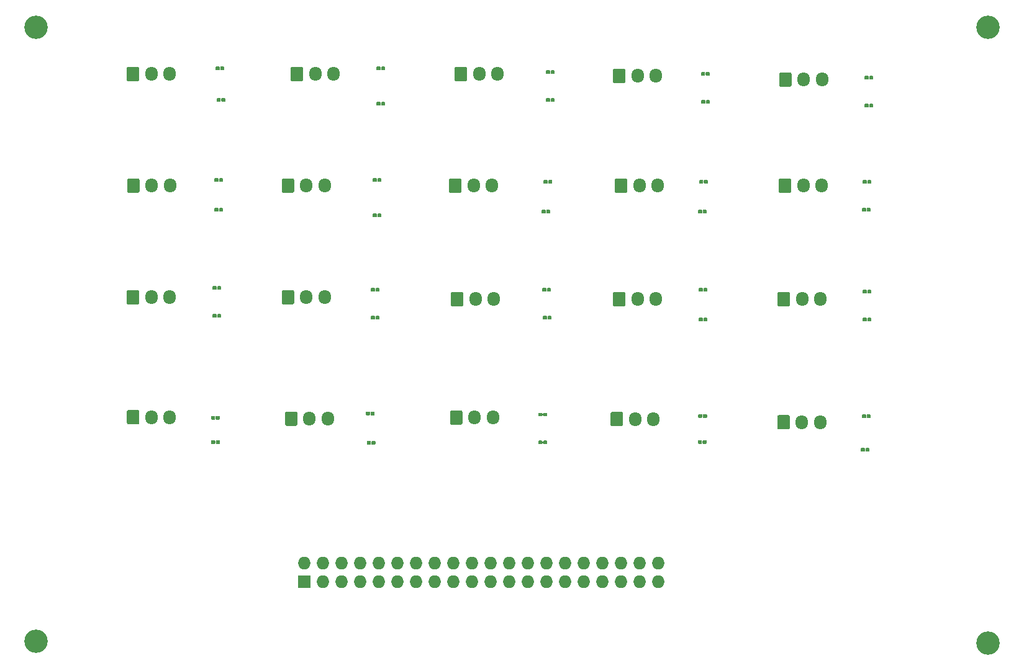
<source format=gbr>
G04 #@! TF.GenerationSoftware,KiCad,Pcbnew,5.1.5+dfsg1-2build2*
G04 #@! TF.CreationDate,2020-12-13T15:53:48+04:00*
G04 #@! TF.ProjectId,raspberryButton1,72617370-6265-4727-9279-427574746f6e,rev?*
G04 #@! TF.SameCoordinates,Original*
G04 #@! TF.FileFunction,Soldermask,Top*
G04 #@! TF.FilePolarity,Negative*
%FSLAX46Y46*%
G04 Gerber Fmt 4.6, Leading zero omitted, Abs format (unit mm)*
G04 Created by KiCad (PCBNEW 5.1.5+dfsg1-2build2) date 2020-12-13 15:53:48*
%MOMM*%
%LPD*%
G04 APERTURE LIST*
%ADD10C,3.200000*%
%ADD11O,1.702580X1.952580*%
%ADD12C,0.100000*%
%ADD13R,1.727200X1.727200*%
%ADD14O,1.727200X1.727200*%
G04 APERTURE END LIST*
D10*
X223520000Y-38354000D03*
X223520000Y-122428000D03*
X93726000Y-122174000D03*
X93726000Y-38354000D03*
D11*
X111954320Y-91561920D03*
X109454320Y-91561920D03*
D12*
G36*
X107579863Y-90586835D02*
G01*
X107604158Y-90590439D01*
X107627983Y-90596407D01*
X107651109Y-90604681D01*
X107673312Y-90615183D01*
X107694379Y-90627810D01*
X107714106Y-90642441D01*
X107732305Y-90658935D01*
X107748799Y-90677134D01*
X107763430Y-90696861D01*
X107776057Y-90717928D01*
X107786559Y-90740131D01*
X107794833Y-90763257D01*
X107800801Y-90787082D01*
X107804405Y-90811377D01*
X107805610Y-90835909D01*
X107805610Y-92287931D01*
X107804405Y-92312463D01*
X107800801Y-92336758D01*
X107794833Y-92360583D01*
X107786559Y-92383709D01*
X107776057Y-92405912D01*
X107763430Y-92426979D01*
X107748799Y-92446706D01*
X107732305Y-92464905D01*
X107714106Y-92481399D01*
X107694379Y-92496030D01*
X107673312Y-92508657D01*
X107651109Y-92519159D01*
X107627983Y-92527433D01*
X107604158Y-92533401D01*
X107579863Y-92537005D01*
X107555331Y-92538210D01*
X106353309Y-92538210D01*
X106328777Y-92537005D01*
X106304482Y-92533401D01*
X106280657Y-92527433D01*
X106257531Y-92519159D01*
X106235328Y-92508657D01*
X106214261Y-92496030D01*
X106194534Y-92481399D01*
X106176335Y-92464905D01*
X106159841Y-92446706D01*
X106145210Y-92426979D01*
X106132583Y-92405912D01*
X106122081Y-92383709D01*
X106113807Y-92360583D01*
X106107839Y-92336758D01*
X106104235Y-92312463D01*
X106103030Y-92287931D01*
X106103030Y-90835909D01*
X106104235Y-90811377D01*
X106107839Y-90787082D01*
X106113807Y-90763257D01*
X106122081Y-90740131D01*
X106132583Y-90717928D01*
X106145210Y-90696861D01*
X106159841Y-90677134D01*
X106176335Y-90658935D01*
X106194534Y-90642441D01*
X106214261Y-90627810D01*
X106235328Y-90615183D01*
X106257531Y-90604681D01*
X106280657Y-90596407D01*
X106304482Y-90590439D01*
X106328777Y-90586835D01*
X106353309Y-90585630D01*
X107555331Y-90585630D01*
X107579863Y-90586835D01*
G37*
G36*
X129125543Y-90778915D02*
G01*
X129149838Y-90782519D01*
X129173663Y-90788487D01*
X129196789Y-90796761D01*
X129218992Y-90807263D01*
X129240059Y-90819890D01*
X129259786Y-90834521D01*
X129277985Y-90851015D01*
X129294479Y-90869214D01*
X129309110Y-90888941D01*
X129321737Y-90910008D01*
X129332239Y-90932211D01*
X129340513Y-90955337D01*
X129346481Y-90979162D01*
X129350085Y-91003457D01*
X129351290Y-91027989D01*
X129351290Y-92480011D01*
X129350085Y-92504543D01*
X129346481Y-92528838D01*
X129340513Y-92552663D01*
X129332239Y-92575789D01*
X129321737Y-92597992D01*
X129309110Y-92619059D01*
X129294479Y-92638786D01*
X129277985Y-92656985D01*
X129259786Y-92673479D01*
X129240059Y-92688110D01*
X129218992Y-92700737D01*
X129196789Y-92711239D01*
X129173663Y-92719513D01*
X129149838Y-92725481D01*
X129125543Y-92729085D01*
X129101011Y-92730290D01*
X127898989Y-92730290D01*
X127874457Y-92729085D01*
X127850162Y-92725481D01*
X127826337Y-92719513D01*
X127803211Y-92711239D01*
X127781008Y-92700737D01*
X127759941Y-92688110D01*
X127740214Y-92673479D01*
X127722015Y-92656985D01*
X127705521Y-92638786D01*
X127690890Y-92619059D01*
X127678263Y-92597992D01*
X127667761Y-92575789D01*
X127659487Y-92552663D01*
X127653519Y-92528838D01*
X127649915Y-92504543D01*
X127648710Y-92480011D01*
X127648710Y-91027989D01*
X127649915Y-91003457D01*
X127653519Y-90979162D01*
X127659487Y-90955337D01*
X127667761Y-90932211D01*
X127678263Y-90910008D01*
X127690890Y-90888941D01*
X127705521Y-90869214D01*
X127722015Y-90851015D01*
X127740214Y-90834521D01*
X127759941Y-90819890D01*
X127781008Y-90807263D01*
X127803211Y-90796761D01*
X127826337Y-90788487D01*
X127850162Y-90782519D01*
X127874457Y-90778915D01*
X127898989Y-90777710D01*
X129101011Y-90777710D01*
X129125543Y-90778915D01*
G37*
D11*
X131000000Y-91754000D03*
X133500000Y-91754000D03*
X156000000Y-91600000D03*
X153500000Y-91600000D03*
D12*
G36*
X151625543Y-90624915D02*
G01*
X151649838Y-90628519D01*
X151673663Y-90634487D01*
X151696789Y-90642761D01*
X151718992Y-90653263D01*
X151740059Y-90665890D01*
X151759786Y-90680521D01*
X151777985Y-90697015D01*
X151794479Y-90715214D01*
X151809110Y-90734941D01*
X151821737Y-90756008D01*
X151832239Y-90778211D01*
X151840513Y-90801337D01*
X151846481Y-90825162D01*
X151850085Y-90849457D01*
X151851290Y-90873989D01*
X151851290Y-92326011D01*
X151850085Y-92350543D01*
X151846481Y-92374838D01*
X151840513Y-92398663D01*
X151832239Y-92421789D01*
X151821737Y-92443992D01*
X151809110Y-92465059D01*
X151794479Y-92484786D01*
X151777985Y-92502985D01*
X151759786Y-92519479D01*
X151740059Y-92534110D01*
X151718992Y-92546737D01*
X151696789Y-92557239D01*
X151673663Y-92565513D01*
X151649838Y-92571481D01*
X151625543Y-92575085D01*
X151601011Y-92576290D01*
X150398989Y-92576290D01*
X150374457Y-92575085D01*
X150350162Y-92571481D01*
X150326337Y-92565513D01*
X150303211Y-92557239D01*
X150281008Y-92546737D01*
X150259941Y-92534110D01*
X150240214Y-92519479D01*
X150222015Y-92502985D01*
X150205521Y-92484786D01*
X150190890Y-92465059D01*
X150178263Y-92443992D01*
X150167761Y-92421789D01*
X150159487Y-92398663D01*
X150153519Y-92374838D01*
X150149915Y-92350543D01*
X150148710Y-92326011D01*
X150148710Y-90873989D01*
X150149915Y-90849457D01*
X150153519Y-90825162D01*
X150159487Y-90801337D01*
X150167761Y-90778211D01*
X150178263Y-90756008D01*
X150190890Y-90734941D01*
X150205521Y-90715214D01*
X150222015Y-90697015D01*
X150240214Y-90680521D01*
X150259941Y-90665890D01*
X150281008Y-90653263D01*
X150303211Y-90642761D01*
X150326337Y-90634487D01*
X150350162Y-90628519D01*
X150374457Y-90624915D01*
X150398989Y-90623710D01*
X151601011Y-90623710D01*
X151625543Y-90624915D01*
G37*
G36*
X173525543Y-90824915D02*
G01*
X173549838Y-90828519D01*
X173573663Y-90834487D01*
X173596789Y-90842761D01*
X173618992Y-90853263D01*
X173640059Y-90865890D01*
X173659786Y-90880521D01*
X173677985Y-90897015D01*
X173694479Y-90915214D01*
X173709110Y-90934941D01*
X173721737Y-90956008D01*
X173732239Y-90978211D01*
X173740513Y-91001337D01*
X173746481Y-91025162D01*
X173750085Y-91049457D01*
X173751290Y-91073989D01*
X173751290Y-92526011D01*
X173750085Y-92550543D01*
X173746481Y-92574838D01*
X173740513Y-92598663D01*
X173732239Y-92621789D01*
X173721737Y-92643992D01*
X173709110Y-92665059D01*
X173694479Y-92684786D01*
X173677985Y-92702985D01*
X173659786Y-92719479D01*
X173640059Y-92734110D01*
X173618992Y-92746737D01*
X173596789Y-92757239D01*
X173573663Y-92765513D01*
X173549838Y-92771481D01*
X173525543Y-92775085D01*
X173501011Y-92776290D01*
X172298989Y-92776290D01*
X172274457Y-92775085D01*
X172250162Y-92771481D01*
X172226337Y-92765513D01*
X172203211Y-92757239D01*
X172181008Y-92746737D01*
X172159941Y-92734110D01*
X172140214Y-92719479D01*
X172122015Y-92702985D01*
X172105521Y-92684786D01*
X172090890Y-92665059D01*
X172078263Y-92643992D01*
X172067761Y-92621789D01*
X172059487Y-92598663D01*
X172053519Y-92574838D01*
X172049915Y-92550543D01*
X172048710Y-92526011D01*
X172048710Y-91073989D01*
X172049915Y-91049457D01*
X172053519Y-91025162D01*
X172059487Y-91001337D01*
X172067761Y-90978211D01*
X172078263Y-90956008D01*
X172090890Y-90934941D01*
X172105521Y-90915214D01*
X172122015Y-90897015D01*
X172140214Y-90880521D01*
X172159941Y-90865890D01*
X172181008Y-90853263D01*
X172203211Y-90842761D01*
X172226337Y-90834487D01*
X172250162Y-90828519D01*
X172274457Y-90824915D01*
X172298989Y-90823710D01*
X173501011Y-90823710D01*
X173525543Y-90824915D01*
G37*
D11*
X175400000Y-91800000D03*
X177900000Y-91800000D03*
X200638000Y-92254000D03*
X198138000Y-92254000D03*
D12*
G36*
X196263543Y-91278915D02*
G01*
X196287838Y-91282519D01*
X196311663Y-91288487D01*
X196334789Y-91296761D01*
X196356992Y-91307263D01*
X196378059Y-91319890D01*
X196397786Y-91334521D01*
X196415985Y-91351015D01*
X196432479Y-91369214D01*
X196447110Y-91388941D01*
X196459737Y-91410008D01*
X196470239Y-91432211D01*
X196478513Y-91455337D01*
X196484481Y-91479162D01*
X196488085Y-91503457D01*
X196489290Y-91527989D01*
X196489290Y-92980011D01*
X196488085Y-93004543D01*
X196484481Y-93028838D01*
X196478513Y-93052663D01*
X196470239Y-93075789D01*
X196459737Y-93097992D01*
X196447110Y-93119059D01*
X196432479Y-93138786D01*
X196415985Y-93156985D01*
X196397786Y-93173479D01*
X196378059Y-93188110D01*
X196356992Y-93200737D01*
X196334789Y-93211239D01*
X196311663Y-93219513D01*
X196287838Y-93225481D01*
X196263543Y-93229085D01*
X196239011Y-93230290D01*
X195036989Y-93230290D01*
X195012457Y-93229085D01*
X194988162Y-93225481D01*
X194964337Y-93219513D01*
X194941211Y-93211239D01*
X194919008Y-93200737D01*
X194897941Y-93188110D01*
X194878214Y-93173479D01*
X194860015Y-93156985D01*
X194843521Y-93138786D01*
X194828890Y-93119059D01*
X194816263Y-93097992D01*
X194805761Y-93075789D01*
X194797487Y-93052663D01*
X194791519Y-93028838D01*
X194787915Y-93004543D01*
X194786710Y-92980011D01*
X194786710Y-91527989D01*
X194787915Y-91503457D01*
X194791519Y-91479162D01*
X194797487Y-91455337D01*
X194805761Y-91432211D01*
X194816263Y-91410008D01*
X194828890Y-91388941D01*
X194843521Y-91369214D01*
X194860015Y-91351015D01*
X194878214Y-91334521D01*
X194897941Y-91319890D01*
X194919008Y-91307263D01*
X194941211Y-91296761D01*
X194964337Y-91288487D01*
X194988162Y-91282519D01*
X195012457Y-91278915D01*
X195036989Y-91277710D01*
X196239011Y-91277710D01*
X196263543Y-91278915D01*
G37*
G36*
X107559543Y-74208915D02*
G01*
X107583838Y-74212519D01*
X107607663Y-74218487D01*
X107630789Y-74226761D01*
X107652992Y-74237263D01*
X107674059Y-74249890D01*
X107693786Y-74264521D01*
X107711985Y-74281015D01*
X107728479Y-74299214D01*
X107743110Y-74318941D01*
X107755737Y-74340008D01*
X107766239Y-74362211D01*
X107774513Y-74385337D01*
X107780481Y-74409162D01*
X107784085Y-74433457D01*
X107785290Y-74457989D01*
X107785290Y-75910011D01*
X107784085Y-75934543D01*
X107780481Y-75958838D01*
X107774513Y-75982663D01*
X107766239Y-76005789D01*
X107755737Y-76027992D01*
X107743110Y-76049059D01*
X107728479Y-76068786D01*
X107711985Y-76086985D01*
X107693786Y-76103479D01*
X107674059Y-76118110D01*
X107652992Y-76130737D01*
X107630789Y-76141239D01*
X107607663Y-76149513D01*
X107583838Y-76155481D01*
X107559543Y-76159085D01*
X107535011Y-76160290D01*
X106332989Y-76160290D01*
X106308457Y-76159085D01*
X106284162Y-76155481D01*
X106260337Y-76149513D01*
X106237211Y-76141239D01*
X106215008Y-76130737D01*
X106193941Y-76118110D01*
X106174214Y-76103479D01*
X106156015Y-76086985D01*
X106139521Y-76068786D01*
X106124890Y-76049059D01*
X106112263Y-76027992D01*
X106101761Y-76005789D01*
X106093487Y-75982663D01*
X106087519Y-75958838D01*
X106083915Y-75934543D01*
X106082710Y-75910011D01*
X106082710Y-74457989D01*
X106083915Y-74433457D01*
X106087519Y-74409162D01*
X106093487Y-74385337D01*
X106101761Y-74362211D01*
X106112263Y-74340008D01*
X106124890Y-74318941D01*
X106139521Y-74299214D01*
X106156015Y-74281015D01*
X106174214Y-74264521D01*
X106193941Y-74249890D01*
X106215008Y-74237263D01*
X106237211Y-74226761D01*
X106260337Y-74218487D01*
X106284162Y-74212519D01*
X106308457Y-74208915D01*
X106332989Y-74207710D01*
X107535011Y-74207710D01*
X107559543Y-74208915D01*
G37*
D11*
X109434000Y-75184000D03*
X111934000Y-75184000D03*
X133056000Y-75184000D03*
X130556000Y-75184000D03*
D12*
G36*
X128681543Y-74208915D02*
G01*
X128705838Y-74212519D01*
X128729663Y-74218487D01*
X128752789Y-74226761D01*
X128774992Y-74237263D01*
X128796059Y-74249890D01*
X128815786Y-74264521D01*
X128833985Y-74281015D01*
X128850479Y-74299214D01*
X128865110Y-74318941D01*
X128877737Y-74340008D01*
X128888239Y-74362211D01*
X128896513Y-74385337D01*
X128902481Y-74409162D01*
X128906085Y-74433457D01*
X128907290Y-74457989D01*
X128907290Y-75910011D01*
X128906085Y-75934543D01*
X128902481Y-75958838D01*
X128896513Y-75982663D01*
X128888239Y-76005789D01*
X128877737Y-76027992D01*
X128865110Y-76049059D01*
X128850479Y-76068786D01*
X128833985Y-76086985D01*
X128815786Y-76103479D01*
X128796059Y-76118110D01*
X128774992Y-76130737D01*
X128752789Y-76141239D01*
X128729663Y-76149513D01*
X128705838Y-76155481D01*
X128681543Y-76159085D01*
X128657011Y-76160290D01*
X127454989Y-76160290D01*
X127430457Y-76159085D01*
X127406162Y-76155481D01*
X127382337Y-76149513D01*
X127359211Y-76141239D01*
X127337008Y-76130737D01*
X127315941Y-76118110D01*
X127296214Y-76103479D01*
X127278015Y-76086985D01*
X127261521Y-76068786D01*
X127246890Y-76049059D01*
X127234263Y-76027992D01*
X127223761Y-76005789D01*
X127215487Y-75982663D01*
X127209519Y-75958838D01*
X127205915Y-75934543D01*
X127204710Y-75910011D01*
X127204710Y-74457989D01*
X127205915Y-74433457D01*
X127209519Y-74409162D01*
X127215487Y-74385337D01*
X127223761Y-74362211D01*
X127234263Y-74340008D01*
X127246890Y-74318941D01*
X127261521Y-74299214D01*
X127278015Y-74281015D01*
X127296214Y-74264521D01*
X127315941Y-74249890D01*
X127337008Y-74237263D01*
X127359211Y-74226761D01*
X127382337Y-74218487D01*
X127406162Y-74212519D01*
X127430457Y-74208915D01*
X127454989Y-74207710D01*
X128657011Y-74207710D01*
X128681543Y-74208915D01*
G37*
G36*
X151755543Y-74462915D02*
G01*
X151779838Y-74466519D01*
X151803663Y-74472487D01*
X151826789Y-74480761D01*
X151848992Y-74491263D01*
X151870059Y-74503890D01*
X151889786Y-74518521D01*
X151907985Y-74535015D01*
X151924479Y-74553214D01*
X151939110Y-74572941D01*
X151951737Y-74594008D01*
X151962239Y-74616211D01*
X151970513Y-74639337D01*
X151976481Y-74663162D01*
X151980085Y-74687457D01*
X151981290Y-74711989D01*
X151981290Y-76164011D01*
X151980085Y-76188543D01*
X151976481Y-76212838D01*
X151970513Y-76236663D01*
X151962239Y-76259789D01*
X151951737Y-76281992D01*
X151939110Y-76303059D01*
X151924479Y-76322786D01*
X151907985Y-76340985D01*
X151889786Y-76357479D01*
X151870059Y-76372110D01*
X151848992Y-76384737D01*
X151826789Y-76395239D01*
X151803663Y-76403513D01*
X151779838Y-76409481D01*
X151755543Y-76413085D01*
X151731011Y-76414290D01*
X150528989Y-76414290D01*
X150504457Y-76413085D01*
X150480162Y-76409481D01*
X150456337Y-76403513D01*
X150433211Y-76395239D01*
X150411008Y-76384737D01*
X150389941Y-76372110D01*
X150370214Y-76357479D01*
X150352015Y-76340985D01*
X150335521Y-76322786D01*
X150320890Y-76303059D01*
X150308263Y-76281992D01*
X150297761Y-76259789D01*
X150289487Y-76236663D01*
X150283519Y-76212838D01*
X150279915Y-76188543D01*
X150278710Y-76164011D01*
X150278710Y-74711989D01*
X150279915Y-74687457D01*
X150283519Y-74663162D01*
X150289487Y-74639337D01*
X150297761Y-74616211D01*
X150308263Y-74594008D01*
X150320890Y-74572941D01*
X150335521Y-74553214D01*
X150352015Y-74535015D01*
X150370214Y-74518521D01*
X150389941Y-74503890D01*
X150411008Y-74491263D01*
X150433211Y-74480761D01*
X150456337Y-74472487D01*
X150480162Y-74466519D01*
X150504457Y-74462915D01*
X150528989Y-74461710D01*
X151731011Y-74461710D01*
X151755543Y-74462915D01*
G37*
D11*
X153630000Y-75438000D03*
X156130000Y-75438000D03*
X178228000Y-75438000D03*
X175728000Y-75438000D03*
D12*
G36*
X173853543Y-74462915D02*
G01*
X173877838Y-74466519D01*
X173901663Y-74472487D01*
X173924789Y-74480761D01*
X173946992Y-74491263D01*
X173968059Y-74503890D01*
X173987786Y-74518521D01*
X174005985Y-74535015D01*
X174022479Y-74553214D01*
X174037110Y-74572941D01*
X174049737Y-74594008D01*
X174060239Y-74616211D01*
X174068513Y-74639337D01*
X174074481Y-74663162D01*
X174078085Y-74687457D01*
X174079290Y-74711989D01*
X174079290Y-76164011D01*
X174078085Y-76188543D01*
X174074481Y-76212838D01*
X174068513Y-76236663D01*
X174060239Y-76259789D01*
X174049737Y-76281992D01*
X174037110Y-76303059D01*
X174022479Y-76322786D01*
X174005985Y-76340985D01*
X173987786Y-76357479D01*
X173968059Y-76372110D01*
X173946992Y-76384737D01*
X173924789Y-76395239D01*
X173901663Y-76403513D01*
X173877838Y-76409481D01*
X173853543Y-76413085D01*
X173829011Y-76414290D01*
X172626989Y-76414290D01*
X172602457Y-76413085D01*
X172578162Y-76409481D01*
X172554337Y-76403513D01*
X172531211Y-76395239D01*
X172509008Y-76384737D01*
X172487941Y-76372110D01*
X172468214Y-76357479D01*
X172450015Y-76340985D01*
X172433521Y-76322786D01*
X172418890Y-76303059D01*
X172406263Y-76281992D01*
X172395761Y-76259789D01*
X172387487Y-76236663D01*
X172381519Y-76212838D01*
X172377915Y-76188543D01*
X172376710Y-76164011D01*
X172376710Y-74711989D01*
X172377915Y-74687457D01*
X172381519Y-74663162D01*
X172387487Y-74639337D01*
X172395761Y-74616211D01*
X172406263Y-74594008D01*
X172418890Y-74572941D01*
X172433521Y-74553214D01*
X172450015Y-74535015D01*
X172468214Y-74518521D01*
X172487941Y-74503890D01*
X172509008Y-74491263D01*
X172531211Y-74480761D01*
X172554337Y-74472487D01*
X172578162Y-74466519D01*
X172602457Y-74462915D01*
X172626989Y-74461710D01*
X173829011Y-74461710D01*
X173853543Y-74462915D01*
G37*
G36*
X196285543Y-74462915D02*
G01*
X196309838Y-74466519D01*
X196333663Y-74472487D01*
X196356789Y-74480761D01*
X196378992Y-74491263D01*
X196400059Y-74503890D01*
X196419786Y-74518521D01*
X196437985Y-74535015D01*
X196454479Y-74553214D01*
X196469110Y-74572941D01*
X196481737Y-74594008D01*
X196492239Y-74616211D01*
X196500513Y-74639337D01*
X196506481Y-74663162D01*
X196510085Y-74687457D01*
X196511290Y-74711989D01*
X196511290Y-76164011D01*
X196510085Y-76188543D01*
X196506481Y-76212838D01*
X196500513Y-76236663D01*
X196492239Y-76259789D01*
X196481737Y-76281992D01*
X196469110Y-76303059D01*
X196454479Y-76322786D01*
X196437985Y-76340985D01*
X196419786Y-76357479D01*
X196400059Y-76372110D01*
X196378992Y-76384737D01*
X196356789Y-76395239D01*
X196333663Y-76403513D01*
X196309838Y-76409481D01*
X196285543Y-76413085D01*
X196261011Y-76414290D01*
X195058989Y-76414290D01*
X195034457Y-76413085D01*
X195010162Y-76409481D01*
X194986337Y-76403513D01*
X194963211Y-76395239D01*
X194941008Y-76384737D01*
X194919941Y-76372110D01*
X194900214Y-76357479D01*
X194882015Y-76340985D01*
X194865521Y-76322786D01*
X194850890Y-76303059D01*
X194838263Y-76281992D01*
X194827761Y-76259789D01*
X194819487Y-76236663D01*
X194813519Y-76212838D01*
X194809915Y-76188543D01*
X194808710Y-76164011D01*
X194808710Y-74711989D01*
X194809915Y-74687457D01*
X194813519Y-74663162D01*
X194819487Y-74639337D01*
X194827761Y-74616211D01*
X194838263Y-74594008D01*
X194850890Y-74572941D01*
X194865521Y-74553214D01*
X194882015Y-74535015D01*
X194900214Y-74518521D01*
X194919941Y-74503890D01*
X194941008Y-74491263D01*
X194963211Y-74480761D01*
X194986337Y-74472487D01*
X195010162Y-74466519D01*
X195034457Y-74462915D01*
X195058989Y-74461710D01*
X196261011Y-74461710D01*
X196285543Y-74462915D01*
G37*
D11*
X198160000Y-75438000D03*
X200660000Y-75438000D03*
X111974000Y-59944000D03*
X109474000Y-59944000D03*
D12*
G36*
X107599543Y-58968915D02*
G01*
X107623838Y-58972519D01*
X107647663Y-58978487D01*
X107670789Y-58986761D01*
X107692992Y-58997263D01*
X107714059Y-59009890D01*
X107733786Y-59024521D01*
X107751985Y-59041015D01*
X107768479Y-59059214D01*
X107783110Y-59078941D01*
X107795737Y-59100008D01*
X107806239Y-59122211D01*
X107814513Y-59145337D01*
X107820481Y-59169162D01*
X107824085Y-59193457D01*
X107825290Y-59217989D01*
X107825290Y-60670011D01*
X107824085Y-60694543D01*
X107820481Y-60718838D01*
X107814513Y-60742663D01*
X107806239Y-60765789D01*
X107795737Y-60787992D01*
X107783110Y-60809059D01*
X107768479Y-60828786D01*
X107751985Y-60846985D01*
X107733786Y-60863479D01*
X107714059Y-60878110D01*
X107692992Y-60890737D01*
X107670789Y-60901239D01*
X107647663Y-60909513D01*
X107623838Y-60915481D01*
X107599543Y-60919085D01*
X107575011Y-60920290D01*
X106372989Y-60920290D01*
X106348457Y-60919085D01*
X106324162Y-60915481D01*
X106300337Y-60909513D01*
X106277211Y-60901239D01*
X106255008Y-60890737D01*
X106233941Y-60878110D01*
X106214214Y-60863479D01*
X106196015Y-60846985D01*
X106179521Y-60828786D01*
X106164890Y-60809059D01*
X106152263Y-60787992D01*
X106141761Y-60765789D01*
X106133487Y-60742663D01*
X106127519Y-60718838D01*
X106123915Y-60694543D01*
X106122710Y-60670011D01*
X106122710Y-59217989D01*
X106123915Y-59193457D01*
X106127519Y-59169162D01*
X106133487Y-59145337D01*
X106141761Y-59122211D01*
X106152263Y-59100008D01*
X106164890Y-59078941D01*
X106179521Y-59059214D01*
X106196015Y-59041015D01*
X106214214Y-59024521D01*
X106233941Y-59009890D01*
X106255008Y-58997263D01*
X106277211Y-58986761D01*
X106300337Y-58978487D01*
X106324162Y-58972519D01*
X106348457Y-58968915D01*
X106372989Y-58967710D01*
X107575011Y-58967710D01*
X107599543Y-58968915D01*
G37*
G36*
X128681543Y-58968915D02*
G01*
X128705838Y-58972519D01*
X128729663Y-58978487D01*
X128752789Y-58986761D01*
X128774992Y-58997263D01*
X128796059Y-59009890D01*
X128815786Y-59024521D01*
X128833985Y-59041015D01*
X128850479Y-59059214D01*
X128865110Y-59078941D01*
X128877737Y-59100008D01*
X128888239Y-59122211D01*
X128896513Y-59145337D01*
X128902481Y-59169162D01*
X128906085Y-59193457D01*
X128907290Y-59217989D01*
X128907290Y-60670011D01*
X128906085Y-60694543D01*
X128902481Y-60718838D01*
X128896513Y-60742663D01*
X128888239Y-60765789D01*
X128877737Y-60787992D01*
X128865110Y-60809059D01*
X128850479Y-60828786D01*
X128833985Y-60846985D01*
X128815786Y-60863479D01*
X128796059Y-60878110D01*
X128774992Y-60890737D01*
X128752789Y-60901239D01*
X128729663Y-60909513D01*
X128705838Y-60915481D01*
X128681543Y-60919085D01*
X128657011Y-60920290D01*
X127454989Y-60920290D01*
X127430457Y-60919085D01*
X127406162Y-60915481D01*
X127382337Y-60909513D01*
X127359211Y-60901239D01*
X127337008Y-60890737D01*
X127315941Y-60878110D01*
X127296214Y-60863479D01*
X127278015Y-60846985D01*
X127261521Y-60828786D01*
X127246890Y-60809059D01*
X127234263Y-60787992D01*
X127223761Y-60765789D01*
X127215487Y-60742663D01*
X127209519Y-60718838D01*
X127205915Y-60694543D01*
X127204710Y-60670011D01*
X127204710Y-59217989D01*
X127205915Y-59193457D01*
X127209519Y-59169162D01*
X127215487Y-59145337D01*
X127223761Y-59122211D01*
X127234263Y-59100008D01*
X127246890Y-59078941D01*
X127261521Y-59059214D01*
X127278015Y-59041015D01*
X127296214Y-59024521D01*
X127315941Y-59009890D01*
X127337008Y-58997263D01*
X127359211Y-58986761D01*
X127382337Y-58978487D01*
X127406162Y-58972519D01*
X127430457Y-58968915D01*
X127454989Y-58967710D01*
X128657011Y-58967710D01*
X128681543Y-58968915D01*
G37*
D11*
X130556000Y-59944000D03*
X133056000Y-59944000D03*
D12*
G36*
X151501543Y-58968915D02*
G01*
X151525838Y-58972519D01*
X151549663Y-58978487D01*
X151572789Y-58986761D01*
X151594992Y-58997263D01*
X151616059Y-59009890D01*
X151635786Y-59024521D01*
X151653985Y-59041015D01*
X151670479Y-59059214D01*
X151685110Y-59078941D01*
X151697737Y-59100008D01*
X151708239Y-59122211D01*
X151716513Y-59145337D01*
X151722481Y-59169162D01*
X151726085Y-59193457D01*
X151727290Y-59217989D01*
X151727290Y-60670011D01*
X151726085Y-60694543D01*
X151722481Y-60718838D01*
X151716513Y-60742663D01*
X151708239Y-60765789D01*
X151697737Y-60787992D01*
X151685110Y-60809059D01*
X151670479Y-60828786D01*
X151653985Y-60846985D01*
X151635786Y-60863479D01*
X151616059Y-60878110D01*
X151594992Y-60890737D01*
X151572789Y-60901239D01*
X151549663Y-60909513D01*
X151525838Y-60915481D01*
X151501543Y-60919085D01*
X151477011Y-60920290D01*
X150274989Y-60920290D01*
X150250457Y-60919085D01*
X150226162Y-60915481D01*
X150202337Y-60909513D01*
X150179211Y-60901239D01*
X150157008Y-60890737D01*
X150135941Y-60878110D01*
X150116214Y-60863479D01*
X150098015Y-60846985D01*
X150081521Y-60828786D01*
X150066890Y-60809059D01*
X150054263Y-60787992D01*
X150043761Y-60765789D01*
X150035487Y-60742663D01*
X150029519Y-60718838D01*
X150025915Y-60694543D01*
X150024710Y-60670011D01*
X150024710Y-59217989D01*
X150025915Y-59193457D01*
X150029519Y-59169162D01*
X150035487Y-59145337D01*
X150043761Y-59122211D01*
X150054263Y-59100008D01*
X150066890Y-59078941D01*
X150081521Y-59059214D01*
X150098015Y-59041015D01*
X150116214Y-59024521D01*
X150135941Y-59009890D01*
X150157008Y-58997263D01*
X150179211Y-58986761D01*
X150202337Y-58978487D01*
X150226162Y-58972519D01*
X150250457Y-58968915D01*
X150274989Y-58967710D01*
X151477011Y-58967710D01*
X151501543Y-58968915D01*
G37*
D11*
X153376000Y-59944000D03*
X155876000Y-59944000D03*
X178482000Y-59944000D03*
X175982000Y-59944000D03*
D12*
G36*
X174107543Y-58968915D02*
G01*
X174131838Y-58972519D01*
X174155663Y-58978487D01*
X174178789Y-58986761D01*
X174200992Y-58997263D01*
X174222059Y-59009890D01*
X174241786Y-59024521D01*
X174259985Y-59041015D01*
X174276479Y-59059214D01*
X174291110Y-59078941D01*
X174303737Y-59100008D01*
X174314239Y-59122211D01*
X174322513Y-59145337D01*
X174328481Y-59169162D01*
X174332085Y-59193457D01*
X174333290Y-59217989D01*
X174333290Y-60670011D01*
X174332085Y-60694543D01*
X174328481Y-60718838D01*
X174322513Y-60742663D01*
X174314239Y-60765789D01*
X174303737Y-60787992D01*
X174291110Y-60809059D01*
X174276479Y-60828786D01*
X174259985Y-60846985D01*
X174241786Y-60863479D01*
X174222059Y-60878110D01*
X174200992Y-60890737D01*
X174178789Y-60901239D01*
X174155663Y-60909513D01*
X174131838Y-60915481D01*
X174107543Y-60919085D01*
X174083011Y-60920290D01*
X172880989Y-60920290D01*
X172856457Y-60919085D01*
X172832162Y-60915481D01*
X172808337Y-60909513D01*
X172785211Y-60901239D01*
X172763008Y-60890737D01*
X172741941Y-60878110D01*
X172722214Y-60863479D01*
X172704015Y-60846985D01*
X172687521Y-60828786D01*
X172672890Y-60809059D01*
X172660263Y-60787992D01*
X172649761Y-60765789D01*
X172641487Y-60742663D01*
X172635519Y-60718838D01*
X172631915Y-60694543D01*
X172630710Y-60670011D01*
X172630710Y-59217989D01*
X172631915Y-59193457D01*
X172635519Y-59169162D01*
X172641487Y-59145337D01*
X172649761Y-59122211D01*
X172660263Y-59100008D01*
X172672890Y-59078941D01*
X172687521Y-59059214D01*
X172704015Y-59041015D01*
X172722214Y-59024521D01*
X172741941Y-59009890D01*
X172763008Y-58997263D01*
X172785211Y-58986761D01*
X172808337Y-58978487D01*
X172832162Y-58972519D01*
X172856457Y-58968915D01*
X172880989Y-58967710D01*
X174083011Y-58967710D01*
X174107543Y-58968915D01*
G37*
G36*
X196459543Y-58968915D02*
G01*
X196483838Y-58972519D01*
X196507663Y-58978487D01*
X196530789Y-58986761D01*
X196552992Y-58997263D01*
X196574059Y-59009890D01*
X196593786Y-59024521D01*
X196611985Y-59041015D01*
X196628479Y-59059214D01*
X196643110Y-59078941D01*
X196655737Y-59100008D01*
X196666239Y-59122211D01*
X196674513Y-59145337D01*
X196680481Y-59169162D01*
X196684085Y-59193457D01*
X196685290Y-59217989D01*
X196685290Y-60670011D01*
X196684085Y-60694543D01*
X196680481Y-60718838D01*
X196674513Y-60742663D01*
X196666239Y-60765789D01*
X196655737Y-60787992D01*
X196643110Y-60809059D01*
X196628479Y-60828786D01*
X196611985Y-60846985D01*
X196593786Y-60863479D01*
X196574059Y-60878110D01*
X196552992Y-60890737D01*
X196530789Y-60901239D01*
X196507663Y-60909513D01*
X196483838Y-60915481D01*
X196459543Y-60919085D01*
X196435011Y-60920290D01*
X195232989Y-60920290D01*
X195208457Y-60919085D01*
X195184162Y-60915481D01*
X195160337Y-60909513D01*
X195137211Y-60901239D01*
X195115008Y-60890737D01*
X195093941Y-60878110D01*
X195074214Y-60863479D01*
X195056015Y-60846985D01*
X195039521Y-60828786D01*
X195024890Y-60809059D01*
X195012263Y-60787992D01*
X195001761Y-60765789D01*
X194993487Y-60742663D01*
X194987519Y-60718838D01*
X194983915Y-60694543D01*
X194982710Y-60670011D01*
X194982710Y-59217989D01*
X194983915Y-59193457D01*
X194987519Y-59169162D01*
X194993487Y-59145337D01*
X195001761Y-59122211D01*
X195012263Y-59100008D01*
X195024890Y-59078941D01*
X195039521Y-59059214D01*
X195056015Y-59041015D01*
X195074214Y-59024521D01*
X195093941Y-59009890D01*
X195115008Y-58997263D01*
X195137211Y-58986761D01*
X195160337Y-58978487D01*
X195184162Y-58972519D01*
X195208457Y-58968915D01*
X195232989Y-58967710D01*
X196435011Y-58967710D01*
X196459543Y-58968915D01*
G37*
D11*
X198334000Y-59944000D03*
X200834000Y-59944000D03*
X111934000Y-44704000D03*
X109434000Y-44704000D03*
D12*
G36*
X107559543Y-43728915D02*
G01*
X107583838Y-43732519D01*
X107607663Y-43738487D01*
X107630789Y-43746761D01*
X107652992Y-43757263D01*
X107674059Y-43769890D01*
X107693786Y-43784521D01*
X107711985Y-43801015D01*
X107728479Y-43819214D01*
X107743110Y-43838941D01*
X107755737Y-43860008D01*
X107766239Y-43882211D01*
X107774513Y-43905337D01*
X107780481Y-43929162D01*
X107784085Y-43953457D01*
X107785290Y-43977989D01*
X107785290Y-45430011D01*
X107784085Y-45454543D01*
X107780481Y-45478838D01*
X107774513Y-45502663D01*
X107766239Y-45525789D01*
X107755737Y-45547992D01*
X107743110Y-45569059D01*
X107728479Y-45588786D01*
X107711985Y-45606985D01*
X107693786Y-45623479D01*
X107674059Y-45638110D01*
X107652992Y-45650737D01*
X107630789Y-45661239D01*
X107607663Y-45669513D01*
X107583838Y-45675481D01*
X107559543Y-45679085D01*
X107535011Y-45680290D01*
X106332989Y-45680290D01*
X106308457Y-45679085D01*
X106284162Y-45675481D01*
X106260337Y-45669513D01*
X106237211Y-45661239D01*
X106215008Y-45650737D01*
X106193941Y-45638110D01*
X106174214Y-45623479D01*
X106156015Y-45606985D01*
X106139521Y-45588786D01*
X106124890Y-45569059D01*
X106112263Y-45547992D01*
X106101761Y-45525789D01*
X106093487Y-45502663D01*
X106087519Y-45478838D01*
X106083915Y-45454543D01*
X106082710Y-45430011D01*
X106082710Y-43977989D01*
X106083915Y-43953457D01*
X106087519Y-43929162D01*
X106093487Y-43905337D01*
X106101761Y-43882211D01*
X106112263Y-43860008D01*
X106124890Y-43838941D01*
X106139521Y-43819214D01*
X106156015Y-43801015D01*
X106174214Y-43784521D01*
X106193941Y-43769890D01*
X106215008Y-43757263D01*
X106237211Y-43746761D01*
X106260337Y-43738487D01*
X106284162Y-43732519D01*
X106308457Y-43728915D01*
X106332989Y-43727710D01*
X107535011Y-43727710D01*
X107559543Y-43728915D01*
G37*
D11*
X134286000Y-44704000D03*
X131786000Y-44704000D03*
D12*
G36*
X129911543Y-43728915D02*
G01*
X129935838Y-43732519D01*
X129959663Y-43738487D01*
X129982789Y-43746761D01*
X130004992Y-43757263D01*
X130026059Y-43769890D01*
X130045786Y-43784521D01*
X130063985Y-43801015D01*
X130080479Y-43819214D01*
X130095110Y-43838941D01*
X130107737Y-43860008D01*
X130118239Y-43882211D01*
X130126513Y-43905337D01*
X130132481Y-43929162D01*
X130136085Y-43953457D01*
X130137290Y-43977989D01*
X130137290Y-45430011D01*
X130136085Y-45454543D01*
X130132481Y-45478838D01*
X130126513Y-45502663D01*
X130118239Y-45525789D01*
X130107737Y-45547992D01*
X130095110Y-45569059D01*
X130080479Y-45588786D01*
X130063985Y-45606985D01*
X130045786Y-45623479D01*
X130026059Y-45638110D01*
X130004992Y-45650737D01*
X129982789Y-45661239D01*
X129959663Y-45669513D01*
X129935838Y-45675481D01*
X129911543Y-45679085D01*
X129887011Y-45680290D01*
X128684989Y-45680290D01*
X128660457Y-45679085D01*
X128636162Y-45675481D01*
X128612337Y-45669513D01*
X128589211Y-45661239D01*
X128567008Y-45650737D01*
X128545941Y-45638110D01*
X128526214Y-45623479D01*
X128508015Y-45606985D01*
X128491521Y-45588786D01*
X128476890Y-45569059D01*
X128464263Y-45547992D01*
X128453761Y-45525789D01*
X128445487Y-45502663D01*
X128439519Y-45478838D01*
X128435915Y-45454543D01*
X128434710Y-45430011D01*
X128434710Y-43977989D01*
X128435915Y-43953457D01*
X128439519Y-43929162D01*
X128445487Y-43905337D01*
X128453761Y-43882211D01*
X128464263Y-43860008D01*
X128476890Y-43838941D01*
X128491521Y-43819214D01*
X128508015Y-43801015D01*
X128526214Y-43784521D01*
X128545941Y-43769890D01*
X128567008Y-43757263D01*
X128589211Y-43746761D01*
X128612337Y-43738487D01*
X128636162Y-43732519D01*
X128660457Y-43728915D01*
X128684989Y-43727710D01*
X129887011Y-43727710D01*
X129911543Y-43728915D01*
G37*
G36*
X152263543Y-43728915D02*
G01*
X152287838Y-43732519D01*
X152311663Y-43738487D01*
X152334789Y-43746761D01*
X152356992Y-43757263D01*
X152378059Y-43769890D01*
X152397786Y-43784521D01*
X152415985Y-43801015D01*
X152432479Y-43819214D01*
X152447110Y-43838941D01*
X152459737Y-43860008D01*
X152470239Y-43882211D01*
X152478513Y-43905337D01*
X152484481Y-43929162D01*
X152488085Y-43953457D01*
X152489290Y-43977989D01*
X152489290Y-45430011D01*
X152488085Y-45454543D01*
X152484481Y-45478838D01*
X152478513Y-45502663D01*
X152470239Y-45525789D01*
X152459737Y-45547992D01*
X152447110Y-45569059D01*
X152432479Y-45588786D01*
X152415985Y-45606985D01*
X152397786Y-45623479D01*
X152378059Y-45638110D01*
X152356992Y-45650737D01*
X152334789Y-45661239D01*
X152311663Y-45669513D01*
X152287838Y-45675481D01*
X152263543Y-45679085D01*
X152239011Y-45680290D01*
X151036989Y-45680290D01*
X151012457Y-45679085D01*
X150988162Y-45675481D01*
X150964337Y-45669513D01*
X150941211Y-45661239D01*
X150919008Y-45650737D01*
X150897941Y-45638110D01*
X150878214Y-45623479D01*
X150860015Y-45606985D01*
X150843521Y-45588786D01*
X150828890Y-45569059D01*
X150816263Y-45547992D01*
X150805761Y-45525789D01*
X150797487Y-45502663D01*
X150791519Y-45478838D01*
X150787915Y-45454543D01*
X150786710Y-45430011D01*
X150786710Y-43977989D01*
X150787915Y-43953457D01*
X150791519Y-43929162D01*
X150797487Y-43905337D01*
X150805761Y-43882211D01*
X150816263Y-43860008D01*
X150828890Y-43838941D01*
X150843521Y-43819214D01*
X150860015Y-43801015D01*
X150878214Y-43784521D01*
X150897941Y-43769890D01*
X150919008Y-43757263D01*
X150941211Y-43746761D01*
X150964337Y-43738487D01*
X150988162Y-43732519D01*
X151012457Y-43728915D01*
X151036989Y-43727710D01*
X152239011Y-43727710D01*
X152263543Y-43728915D01*
G37*
D11*
X154138000Y-44704000D03*
X156638000Y-44704000D03*
D12*
G36*
X173853543Y-43982915D02*
G01*
X173877838Y-43986519D01*
X173901663Y-43992487D01*
X173924789Y-44000761D01*
X173946992Y-44011263D01*
X173968059Y-44023890D01*
X173987786Y-44038521D01*
X174005985Y-44055015D01*
X174022479Y-44073214D01*
X174037110Y-44092941D01*
X174049737Y-44114008D01*
X174060239Y-44136211D01*
X174068513Y-44159337D01*
X174074481Y-44183162D01*
X174078085Y-44207457D01*
X174079290Y-44231989D01*
X174079290Y-45684011D01*
X174078085Y-45708543D01*
X174074481Y-45732838D01*
X174068513Y-45756663D01*
X174060239Y-45779789D01*
X174049737Y-45801992D01*
X174037110Y-45823059D01*
X174022479Y-45842786D01*
X174005985Y-45860985D01*
X173987786Y-45877479D01*
X173968059Y-45892110D01*
X173946992Y-45904737D01*
X173924789Y-45915239D01*
X173901663Y-45923513D01*
X173877838Y-45929481D01*
X173853543Y-45933085D01*
X173829011Y-45934290D01*
X172626989Y-45934290D01*
X172602457Y-45933085D01*
X172578162Y-45929481D01*
X172554337Y-45923513D01*
X172531211Y-45915239D01*
X172509008Y-45904737D01*
X172487941Y-45892110D01*
X172468214Y-45877479D01*
X172450015Y-45860985D01*
X172433521Y-45842786D01*
X172418890Y-45823059D01*
X172406263Y-45801992D01*
X172395761Y-45779789D01*
X172387487Y-45756663D01*
X172381519Y-45732838D01*
X172377915Y-45708543D01*
X172376710Y-45684011D01*
X172376710Y-44231989D01*
X172377915Y-44207457D01*
X172381519Y-44183162D01*
X172387487Y-44159337D01*
X172395761Y-44136211D01*
X172406263Y-44114008D01*
X172418890Y-44092941D01*
X172433521Y-44073214D01*
X172450015Y-44055015D01*
X172468214Y-44038521D01*
X172487941Y-44023890D01*
X172509008Y-44011263D01*
X172531211Y-44000761D01*
X172554337Y-43992487D01*
X172578162Y-43986519D01*
X172602457Y-43982915D01*
X172626989Y-43981710D01*
X173829011Y-43981710D01*
X173853543Y-43982915D01*
G37*
D11*
X175728000Y-44958000D03*
X178228000Y-44958000D03*
X200874000Y-45466000D03*
X198374000Y-45466000D03*
D12*
G36*
X196499543Y-44490915D02*
G01*
X196523838Y-44494519D01*
X196547663Y-44500487D01*
X196570789Y-44508761D01*
X196592992Y-44519263D01*
X196614059Y-44531890D01*
X196633786Y-44546521D01*
X196651985Y-44563015D01*
X196668479Y-44581214D01*
X196683110Y-44600941D01*
X196695737Y-44622008D01*
X196706239Y-44644211D01*
X196714513Y-44667337D01*
X196720481Y-44691162D01*
X196724085Y-44715457D01*
X196725290Y-44739989D01*
X196725290Y-46192011D01*
X196724085Y-46216543D01*
X196720481Y-46240838D01*
X196714513Y-46264663D01*
X196706239Y-46287789D01*
X196695737Y-46309992D01*
X196683110Y-46331059D01*
X196668479Y-46350786D01*
X196651985Y-46368985D01*
X196633786Y-46385479D01*
X196614059Y-46400110D01*
X196592992Y-46412737D01*
X196570789Y-46423239D01*
X196547663Y-46431513D01*
X196523838Y-46437481D01*
X196499543Y-46441085D01*
X196475011Y-46442290D01*
X195272989Y-46442290D01*
X195248457Y-46441085D01*
X195224162Y-46437481D01*
X195200337Y-46431513D01*
X195177211Y-46423239D01*
X195155008Y-46412737D01*
X195133941Y-46400110D01*
X195114214Y-46385479D01*
X195096015Y-46368985D01*
X195079521Y-46350786D01*
X195064890Y-46331059D01*
X195052263Y-46309992D01*
X195041761Y-46287789D01*
X195033487Y-46264663D01*
X195027519Y-46240838D01*
X195023915Y-46216543D01*
X195022710Y-46192011D01*
X195022710Y-44739989D01*
X195023915Y-44715457D01*
X195027519Y-44691162D01*
X195033487Y-44667337D01*
X195041761Y-44644211D01*
X195052263Y-44622008D01*
X195064890Y-44600941D01*
X195079521Y-44581214D01*
X195096015Y-44563015D01*
X195114214Y-44546521D01*
X195133941Y-44531890D01*
X195155008Y-44519263D01*
X195177211Y-44508761D01*
X195200337Y-44500487D01*
X195224162Y-44494519D01*
X195248457Y-44490915D01*
X195272989Y-44489710D01*
X196475011Y-44489710D01*
X196499543Y-44490915D01*
G37*
D13*
X130302000Y-114046000D03*
D14*
X130302000Y-111506000D03*
X132842000Y-114046000D03*
X132842000Y-111506000D03*
X135382000Y-114046000D03*
X135382000Y-111506000D03*
X137922000Y-114046000D03*
X137922000Y-111506000D03*
X140462000Y-114046000D03*
X140462000Y-111506000D03*
X143002000Y-114046000D03*
X143002000Y-111506000D03*
X145542000Y-114046000D03*
X145542000Y-111506000D03*
X148082000Y-114046000D03*
X148082000Y-111506000D03*
X150622000Y-114046000D03*
X150622000Y-111506000D03*
X153162000Y-114046000D03*
X153162000Y-111506000D03*
X155702000Y-114046000D03*
X155702000Y-111506000D03*
X158242000Y-114046000D03*
X158242000Y-111506000D03*
X160782000Y-114046000D03*
X160782000Y-111506000D03*
X163322000Y-114046000D03*
X163322000Y-111506000D03*
X165862000Y-114046000D03*
X165862000Y-111506000D03*
X168402000Y-114046000D03*
X168402000Y-111506000D03*
X170942000Y-114046000D03*
X170942000Y-111506000D03*
X173482000Y-114046000D03*
X173482000Y-111506000D03*
X176022000Y-114046000D03*
X176022000Y-111506000D03*
X178562000Y-114046000D03*
X178562000Y-111506000D03*
D12*
G36*
X118653611Y-91387924D02*
G01*
X118665784Y-91389730D01*
X118677722Y-91392720D01*
X118689309Y-91396866D01*
X118700433Y-91402127D01*
X118710989Y-91408454D01*
X118720873Y-91415784D01*
X118729991Y-91424049D01*
X118738256Y-91433167D01*
X118745586Y-91443051D01*
X118751913Y-91453607D01*
X118757174Y-91464731D01*
X118761320Y-91476318D01*
X118764310Y-91488256D01*
X118766116Y-91500429D01*
X118766720Y-91512720D01*
X118766720Y-91763520D01*
X118766116Y-91775811D01*
X118764310Y-91787984D01*
X118761320Y-91799922D01*
X118757174Y-91811509D01*
X118751913Y-91822633D01*
X118745586Y-91833189D01*
X118738256Y-91843073D01*
X118729991Y-91852191D01*
X118720873Y-91860456D01*
X118710989Y-91867786D01*
X118700433Y-91874113D01*
X118689309Y-91879374D01*
X118677722Y-91883520D01*
X118665784Y-91886510D01*
X118653611Y-91888316D01*
X118641320Y-91888920D01*
X118330520Y-91888920D01*
X118318229Y-91888316D01*
X118306056Y-91886510D01*
X118294118Y-91883520D01*
X118282531Y-91879374D01*
X118271407Y-91874113D01*
X118260851Y-91867786D01*
X118250967Y-91860456D01*
X118241849Y-91852191D01*
X118233584Y-91843073D01*
X118226254Y-91833189D01*
X118219927Y-91822633D01*
X118214666Y-91811509D01*
X118210520Y-91799922D01*
X118207530Y-91787984D01*
X118205724Y-91775811D01*
X118205120Y-91763520D01*
X118205120Y-91512720D01*
X118205724Y-91500429D01*
X118207530Y-91488256D01*
X118210520Y-91476318D01*
X118214666Y-91464731D01*
X118219927Y-91453607D01*
X118226254Y-91443051D01*
X118233584Y-91433167D01*
X118241849Y-91424049D01*
X118250967Y-91415784D01*
X118260851Y-91408454D01*
X118271407Y-91402127D01*
X118282531Y-91396866D01*
X118294118Y-91392720D01*
X118306056Y-91389730D01*
X118318229Y-91387924D01*
X118330520Y-91387320D01*
X118641320Y-91387320D01*
X118653611Y-91387924D01*
G37*
G36*
X118013611Y-91387924D02*
G01*
X118025784Y-91389730D01*
X118037722Y-91392720D01*
X118049309Y-91396866D01*
X118060433Y-91402127D01*
X118070989Y-91408454D01*
X118080873Y-91415784D01*
X118089991Y-91424049D01*
X118098256Y-91433167D01*
X118105586Y-91443051D01*
X118111913Y-91453607D01*
X118117174Y-91464731D01*
X118121320Y-91476318D01*
X118124310Y-91488256D01*
X118126116Y-91500429D01*
X118126720Y-91512720D01*
X118126720Y-91763520D01*
X118126116Y-91775811D01*
X118124310Y-91787984D01*
X118121320Y-91799922D01*
X118117174Y-91811509D01*
X118111913Y-91822633D01*
X118105586Y-91833189D01*
X118098256Y-91843073D01*
X118089991Y-91852191D01*
X118080873Y-91860456D01*
X118070989Y-91867786D01*
X118060433Y-91874113D01*
X118049309Y-91879374D01*
X118037722Y-91883520D01*
X118025784Y-91886510D01*
X118013611Y-91888316D01*
X118001320Y-91888920D01*
X117690520Y-91888920D01*
X117678229Y-91888316D01*
X117666056Y-91886510D01*
X117654118Y-91883520D01*
X117642531Y-91879374D01*
X117631407Y-91874113D01*
X117620851Y-91867786D01*
X117610967Y-91860456D01*
X117601849Y-91852191D01*
X117593584Y-91843073D01*
X117586254Y-91833189D01*
X117579927Y-91822633D01*
X117574666Y-91811509D01*
X117570520Y-91799922D01*
X117567530Y-91787984D01*
X117565724Y-91775811D01*
X117565120Y-91763520D01*
X117565120Y-91512720D01*
X117565724Y-91500429D01*
X117567530Y-91488256D01*
X117570520Y-91476318D01*
X117574666Y-91464731D01*
X117579927Y-91453607D01*
X117586254Y-91443051D01*
X117593584Y-91433167D01*
X117601849Y-91424049D01*
X117610967Y-91415784D01*
X117620851Y-91408454D01*
X117631407Y-91402127D01*
X117642531Y-91396866D01*
X117654118Y-91392720D01*
X117666056Y-91389730D01*
X117678229Y-91387924D01*
X117690520Y-91387320D01*
X118001320Y-91387320D01*
X118013611Y-91387924D01*
G37*
G36*
X118673891Y-94710244D02*
G01*
X118686064Y-94712050D01*
X118698002Y-94715040D01*
X118709589Y-94719186D01*
X118720713Y-94724447D01*
X118731269Y-94730774D01*
X118741153Y-94738104D01*
X118750271Y-94746369D01*
X118758536Y-94755487D01*
X118765866Y-94765371D01*
X118772193Y-94775927D01*
X118777454Y-94787051D01*
X118781600Y-94798638D01*
X118784590Y-94810576D01*
X118786396Y-94822749D01*
X118787000Y-94835040D01*
X118787000Y-95085840D01*
X118786396Y-95098131D01*
X118784590Y-95110304D01*
X118781600Y-95122242D01*
X118777454Y-95133829D01*
X118772193Y-95144953D01*
X118765866Y-95155509D01*
X118758536Y-95165393D01*
X118750271Y-95174511D01*
X118741153Y-95182776D01*
X118731269Y-95190106D01*
X118720713Y-95196433D01*
X118709589Y-95201694D01*
X118698002Y-95205840D01*
X118686064Y-95208830D01*
X118673891Y-95210636D01*
X118661600Y-95211240D01*
X118350800Y-95211240D01*
X118338509Y-95210636D01*
X118326336Y-95208830D01*
X118314398Y-95205840D01*
X118302811Y-95201694D01*
X118291687Y-95196433D01*
X118281131Y-95190106D01*
X118271247Y-95182776D01*
X118262129Y-95174511D01*
X118253864Y-95165393D01*
X118246534Y-95155509D01*
X118240207Y-95144953D01*
X118234946Y-95133829D01*
X118230800Y-95122242D01*
X118227810Y-95110304D01*
X118226004Y-95098131D01*
X118225400Y-95085840D01*
X118225400Y-94835040D01*
X118226004Y-94822749D01*
X118227810Y-94810576D01*
X118230800Y-94798638D01*
X118234946Y-94787051D01*
X118240207Y-94775927D01*
X118246534Y-94765371D01*
X118253864Y-94755487D01*
X118262129Y-94746369D01*
X118271247Y-94738104D01*
X118281131Y-94730774D01*
X118291687Y-94724447D01*
X118302811Y-94719186D01*
X118314398Y-94715040D01*
X118326336Y-94712050D01*
X118338509Y-94710244D01*
X118350800Y-94709640D01*
X118661600Y-94709640D01*
X118673891Y-94710244D01*
G37*
G36*
X118033891Y-94710244D02*
G01*
X118046064Y-94712050D01*
X118058002Y-94715040D01*
X118069589Y-94719186D01*
X118080713Y-94724447D01*
X118091269Y-94730774D01*
X118101153Y-94738104D01*
X118110271Y-94746369D01*
X118118536Y-94755487D01*
X118125866Y-94765371D01*
X118132193Y-94775927D01*
X118137454Y-94787051D01*
X118141600Y-94798638D01*
X118144590Y-94810576D01*
X118146396Y-94822749D01*
X118147000Y-94835040D01*
X118147000Y-95085840D01*
X118146396Y-95098131D01*
X118144590Y-95110304D01*
X118141600Y-95122242D01*
X118137454Y-95133829D01*
X118132193Y-95144953D01*
X118125866Y-95155509D01*
X118118536Y-95165393D01*
X118110271Y-95174511D01*
X118101153Y-95182776D01*
X118091269Y-95190106D01*
X118080713Y-95196433D01*
X118069589Y-95201694D01*
X118058002Y-95205840D01*
X118046064Y-95208830D01*
X118033891Y-95210636D01*
X118021600Y-95211240D01*
X117710800Y-95211240D01*
X117698509Y-95210636D01*
X117686336Y-95208830D01*
X117674398Y-95205840D01*
X117662811Y-95201694D01*
X117651687Y-95196433D01*
X117641131Y-95190106D01*
X117631247Y-95182776D01*
X117622129Y-95174511D01*
X117613864Y-95165393D01*
X117606534Y-95155509D01*
X117600207Y-95144953D01*
X117594946Y-95133829D01*
X117590800Y-95122242D01*
X117587810Y-95110304D01*
X117586004Y-95098131D01*
X117585400Y-95085840D01*
X117585400Y-94835040D01*
X117586004Y-94822749D01*
X117587810Y-94810576D01*
X117590800Y-94798638D01*
X117594946Y-94787051D01*
X117600207Y-94775927D01*
X117606534Y-94765371D01*
X117613864Y-94755487D01*
X117622129Y-94746369D01*
X117631247Y-94738104D01*
X117641131Y-94730774D01*
X117651687Y-94724447D01*
X117662811Y-94719186D01*
X117674398Y-94715040D01*
X117686336Y-94712050D01*
X117698509Y-94710244D01*
X117710800Y-94709640D01*
X118021600Y-94709640D01*
X118033891Y-94710244D01*
G37*
G36*
X139767691Y-90803804D02*
G01*
X139779864Y-90805610D01*
X139791802Y-90808600D01*
X139803389Y-90812746D01*
X139814513Y-90818007D01*
X139825069Y-90824334D01*
X139834953Y-90831664D01*
X139844071Y-90839929D01*
X139852336Y-90849047D01*
X139859666Y-90858931D01*
X139865993Y-90869487D01*
X139871254Y-90880611D01*
X139875400Y-90892198D01*
X139878390Y-90904136D01*
X139880196Y-90916309D01*
X139880800Y-90928600D01*
X139880800Y-91179400D01*
X139880196Y-91191691D01*
X139878390Y-91203864D01*
X139875400Y-91215802D01*
X139871254Y-91227389D01*
X139865993Y-91238513D01*
X139859666Y-91249069D01*
X139852336Y-91258953D01*
X139844071Y-91268071D01*
X139834953Y-91276336D01*
X139825069Y-91283666D01*
X139814513Y-91289993D01*
X139803389Y-91295254D01*
X139791802Y-91299400D01*
X139779864Y-91302390D01*
X139767691Y-91304196D01*
X139755400Y-91304800D01*
X139444600Y-91304800D01*
X139432309Y-91304196D01*
X139420136Y-91302390D01*
X139408198Y-91299400D01*
X139396611Y-91295254D01*
X139385487Y-91289993D01*
X139374931Y-91283666D01*
X139365047Y-91276336D01*
X139355929Y-91268071D01*
X139347664Y-91258953D01*
X139340334Y-91249069D01*
X139334007Y-91238513D01*
X139328746Y-91227389D01*
X139324600Y-91215802D01*
X139321610Y-91203864D01*
X139319804Y-91191691D01*
X139319200Y-91179400D01*
X139319200Y-90928600D01*
X139319804Y-90916309D01*
X139321610Y-90904136D01*
X139324600Y-90892198D01*
X139328746Y-90880611D01*
X139334007Y-90869487D01*
X139340334Y-90858931D01*
X139347664Y-90849047D01*
X139355929Y-90839929D01*
X139365047Y-90831664D01*
X139374931Y-90824334D01*
X139385487Y-90818007D01*
X139396611Y-90812746D01*
X139408198Y-90808600D01*
X139420136Y-90805610D01*
X139432309Y-90803804D01*
X139444600Y-90803200D01*
X139755400Y-90803200D01*
X139767691Y-90803804D01*
G37*
G36*
X139127691Y-90803804D02*
G01*
X139139864Y-90805610D01*
X139151802Y-90808600D01*
X139163389Y-90812746D01*
X139174513Y-90818007D01*
X139185069Y-90824334D01*
X139194953Y-90831664D01*
X139204071Y-90839929D01*
X139212336Y-90849047D01*
X139219666Y-90858931D01*
X139225993Y-90869487D01*
X139231254Y-90880611D01*
X139235400Y-90892198D01*
X139238390Y-90904136D01*
X139240196Y-90916309D01*
X139240800Y-90928600D01*
X139240800Y-91179400D01*
X139240196Y-91191691D01*
X139238390Y-91203864D01*
X139235400Y-91215802D01*
X139231254Y-91227389D01*
X139225993Y-91238513D01*
X139219666Y-91249069D01*
X139212336Y-91258953D01*
X139204071Y-91268071D01*
X139194953Y-91276336D01*
X139185069Y-91283666D01*
X139174513Y-91289993D01*
X139163389Y-91295254D01*
X139151802Y-91299400D01*
X139139864Y-91302390D01*
X139127691Y-91304196D01*
X139115400Y-91304800D01*
X138804600Y-91304800D01*
X138792309Y-91304196D01*
X138780136Y-91302390D01*
X138768198Y-91299400D01*
X138756611Y-91295254D01*
X138745487Y-91289993D01*
X138734931Y-91283666D01*
X138725047Y-91276336D01*
X138715929Y-91268071D01*
X138707664Y-91258953D01*
X138700334Y-91249069D01*
X138694007Y-91238513D01*
X138688746Y-91227389D01*
X138684600Y-91215802D01*
X138681610Y-91203864D01*
X138679804Y-91191691D01*
X138679200Y-91179400D01*
X138679200Y-90928600D01*
X138679804Y-90916309D01*
X138681610Y-90904136D01*
X138684600Y-90892198D01*
X138688746Y-90880611D01*
X138694007Y-90869487D01*
X138700334Y-90858931D01*
X138707664Y-90849047D01*
X138715929Y-90839929D01*
X138725047Y-90831664D01*
X138734931Y-90824334D01*
X138745487Y-90818007D01*
X138756611Y-90812746D01*
X138768198Y-90808600D01*
X138780136Y-90805610D01*
X138792309Y-90803804D01*
X138804600Y-90803200D01*
X139115400Y-90803200D01*
X139127691Y-90803804D01*
G37*
G36*
X139247691Y-94803804D02*
G01*
X139259864Y-94805610D01*
X139271802Y-94808600D01*
X139283389Y-94812746D01*
X139294513Y-94818007D01*
X139305069Y-94824334D01*
X139314953Y-94831664D01*
X139324071Y-94839929D01*
X139332336Y-94849047D01*
X139339666Y-94858931D01*
X139345993Y-94869487D01*
X139351254Y-94880611D01*
X139355400Y-94892198D01*
X139358390Y-94904136D01*
X139360196Y-94916309D01*
X139360800Y-94928600D01*
X139360800Y-95179400D01*
X139360196Y-95191691D01*
X139358390Y-95203864D01*
X139355400Y-95215802D01*
X139351254Y-95227389D01*
X139345993Y-95238513D01*
X139339666Y-95249069D01*
X139332336Y-95258953D01*
X139324071Y-95268071D01*
X139314953Y-95276336D01*
X139305069Y-95283666D01*
X139294513Y-95289993D01*
X139283389Y-95295254D01*
X139271802Y-95299400D01*
X139259864Y-95302390D01*
X139247691Y-95304196D01*
X139235400Y-95304800D01*
X138924600Y-95304800D01*
X138912309Y-95304196D01*
X138900136Y-95302390D01*
X138888198Y-95299400D01*
X138876611Y-95295254D01*
X138865487Y-95289993D01*
X138854931Y-95283666D01*
X138845047Y-95276336D01*
X138835929Y-95268071D01*
X138827664Y-95258953D01*
X138820334Y-95249069D01*
X138814007Y-95238513D01*
X138808746Y-95227389D01*
X138804600Y-95215802D01*
X138801610Y-95203864D01*
X138799804Y-95191691D01*
X138799200Y-95179400D01*
X138799200Y-94928600D01*
X138799804Y-94916309D01*
X138801610Y-94904136D01*
X138804600Y-94892198D01*
X138808746Y-94880611D01*
X138814007Y-94869487D01*
X138820334Y-94858931D01*
X138827664Y-94849047D01*
X138835929Y-94839929D01*
X138845047Y-94831664D01*
X138854931Y-94824334D01*
X138865487Y-94818007D01*
X138876611Y-94812746D01*
X138888198Y-94808600D01*
X138900136Y-94805610D01*
X138912309Y-94803804D01*
X138924600Y-94803200D01*
X139235400Y-94803200D01*
X139247691Y-94803804D01*
G37*
G36*
X139887691Y-94803804D02*
G01*
X139899864Y-94805610D01*
X139911802Y-94808600D01*
X139923389Y-94812746D01*
X139934513Y-94818007D01*
X139945069Y-94824334D01*
X139954953Y-94831664D01*
X139964071Y-94839929D01*
X139972336Y-94849047D01*
X139979666Y-94858931D01*
X139985993Y-94869487D01*
X139991254Y-94880611D01*
X139995400Y-94892198D01*
X139998390Y-94904136D01*
X140000196Y-94916309D01*
X140000800Y-94928600D01*
X140000800Y-95179400D01*
X140000196Y-95191691D01*
X139998390Y-95203864D01*
X139995400Y-95215802D01*
X139991254Y-95227389D01*
X139985993Y-95238513D01*
X139979666Y-95249069D01*
X139972336Y-95258953D01*
X139964071Y-95268071D01*
X139954953Y-95276336D01*
X139945069Y-95283666D01*
X139934513Y-95289993D01*
X139923389Y-95295254D01*
X139911802Y-95299400D01*
X139899864Y-95302390D01*
X139887691Y-95304196D01*
X139875400Y-95304800D01*
X139564600Y-95304800D01*
X139552309Y-95304196D01*
X139540136Y-95302390D01*
X139528198Y-95299400D01*
X139516611Y-95295254D01*
X139505487Y-95289993D01*
X139494931Y-95283666D01*
X139485047Y-95276336D01*
X139475929Y-95268071D01*
X139467664Y-95258953D01*
X139460334Y-95249069D01*
X139454007Y-95238513D01*
X139448746Y-95227389D01*
X139444600Y-95215802D01*
X139441610Y-95203864D01*
X139439804Y-95191691D01*
X139439200Y-95179400D01*
X139439200Y-94928600D01*
X139439804Y-94916309D01*
X139441610Y-94904136D01*
X139444600Y-94892198D01*
X139448746Y-94880611D01*
X139454007Y-94869487D01*
X139460334Y-94858931D01*
X139467664Y-94849047D01*
X139475929Y-94839929D01*
X139485047Y-94831664D01*
X139494931Y-94824334D01*
X139505487Y-94818007D01*
X139516611Y-94812746D01*
X139528198Y-94808600D01*
X139540136Y-94805610D01*
X139552309Y-94803804D01*
X139564600Y-94803200D01*
X139875400Y-94803200D01*
X139887691Y-94803804D01*
G37*
G36*
X162647691Y-90949804D02*
G01*
X162659864Y-90951610D01*
X162671802Y-90954600D01*
X162683389Y-90958746D01*
X162694513Y-90964007D01*
X162705069Y-90970334D01*
X162714953Y-90977664D01*
X162724071Y-90985929D01*
X162732336Y-90995047D01*
X162739666Y-91004931D01*
X162745993Y-91015487D01*
X162751254Y-91026611D01*
X162755400Y-91038198D01*
X162758390Y-91050136D01*
X162760196Y-91062309D01*
X162760800Y-91074600D01*
X162760800Y-91325400D01*
X162760196Y-91337691D01*
X162758390Y-91349864D01*
X162755400Y-91361802D01*
X162751254Y-91373389D01*
X162745993Y-91384513D01*
X162739666Y-91395069D01*
X162732336Y-91404953D01*
X162724071Y-91414071D01*
X162714953Y-91422336D01*
X162705069Y-91429666D01*
X162694513Y-91435993D01*
X162683389Y-91441254D01*
X162671802Y-91445400D01*
X162659864Y-91448390D01*
X162647691Y-91450196D01*
X162635400Y-91450800D01*
X162324600Y-91450800D01*
X162312309Y-91450196D01*
X162300136Y-91448390D01*
X162288198Y-91445400D01*
X162276611Y-91441254D01*
X162265487Y-91435993D01*
X162254931Y-91429666D01*
X162245047Y-91422336D01*
X162235929Y-91414071D01*
X162227664Y-91404953D01*
X162220334Y-91395069D01*
X162214007Y-91384513D01*
X162208746Y-91373389D01*
X162204600Y-91361802D01*
X162201610Y-91349864D01*
X162199804Y-91337691D01*
X162199200Y-91325400D01*
X162199200Y-91074600D01*
X162199804Y-91062309D01*
X162201610Y-91050136D01*
X162204600Y-91038198D01*
X162208746Y-91026611D01*
X162214007Y-91015487D01*
X162220334Y-91004931D01*
X162227664Y-90995047D01*
X162235929Y-90985929D01*
X162245047Y-90977664D01*
X162254931Y-90970334D01*
X162265487Y-90964007D01*
X162276611Y-90958746D01*
X162288198Y-90954600D01*
X162300136Y-90951610D01*
X162312309Y-90949804D01*
X162324600Y-90949200D01*
X162635400Y-90949200D01*
X162647691Y-90949804D01*
G37*
G36*
X163287691Y-90949804D02*
G01*
X163299864Y-90951610D01*
X163311802Y-90954600D01*
X163323389Y-90958746D01*
X163334513Y-90964007D01*
X163345069Y-90970334D01*
X163354953Y-90977664D01*
X163364071Y-90985929D01*
X163372336Y-90995047D01*
X163379666Y-91004931D01*
X163385993Y-91015487D01*
X163391254Y-91026611D01*
X163395400Y-91038198D01*
X163398390Y-91050136D01*
X163400196Y-91062309D01*
X163400800Y-91074600D01*
X163400800Y-91325400D01*
X163400196Y-91337691D01*
X163398390Y-91349864D01*
X163395400Y-91361802D01*
X163391254Y-91373389D01*
X163385993Y-91384513D01*
X163379666Y-91395069D01*
X163372336Y-91404953D01*
X163364071Y-91414071D01*
X163354953Y-91422336D01*
X163345069Y-91429666D01*
X163334513Y-91435993D01*
X163323389Y-91441254D01*
X163311802Y-91445400D01*
X163299864Y-91448390D01*
X163287691Y-91450196D01*
X163275400Y-91450800D01*
X162964600Y-91450800D01*
X162952309Y-91450196D01*
X162940136Y-91448390D01*
X162928198Y-91445400D01*
X162916611Y-91441254D01*
X162905487Y-91435993D01*
X162894931Y-91429666D01*
X162885047Y-91422336D01*
X162875929Y-91414071D01*
X162867664Y-91404953D01*
X162860334Y-91395069D01*
X162854007Y-91384513D01*
X162848746Y-91373389D01*
X162844600Y-91361802D01*
X162841610Y-91349864D01*
X162839804Y-91337691D01*
X162839200Y-91325400D01*
X162839200Y-91074600D01*
X162839804Y-91062309D01*
X162841610Y-91050136D01*
X162844600Y-91038198D01*
X162848746Y-91026611D01*
X162854007Y-91015487D01*
X162860334Y-91004931D01*
X162867664Y-90995047D01*
X162875929Y-90985929D01*
X162885047Y-90977664D01*
X162894931Y-90970334D01*
X162905487Y-90964007D01*
X162916611Y-90958746D01*
X162928198Y-90954600D01*
X162940136Y-90951610D01*
X162952309Y-90949804D01*
X162964600Y-90949200D01*
X163275400Y-90949200D01*
X163287691Y-90949804D01*
G37*
G36*
X163287691Y-94749804D02*
G01*
X163299864Y-94751610D01*
X163311802Y-94754600D01*
X163323389Y-94758746D01*
X163334513Y-94764007D01*
X163345069Y-94770334D01*
X163354953Y-94777664D01*
X163364071Y-94785929D01*
X163372336Y-94795047D01*
X163379666Y-94804931D01*
X163385993Y-94815487D01*
X163391254Y-94826611D01*
X163395400Y-94838198D01*
X163398390Y-94850136D01*
X163400196Y-94862309D01*
X163400800Y-94874600D01*
X163400800Y-95125400D01*
X163400196Y-95137691D01*
X163398390Y-95149864D01*
X163395400Y-95161802D01*
X163391254Y-95173389D01*
X163385993Y-95184513D01*
X163379666Y-95195069D01*
X163372336Y-95204953D01*
X163364071Y-95214071D01*
X163354953Y-95222336D01*
X163345069Y-95229666D01*
X163334513Y-95235993D01*
X163323389Y-95241254D01*
X163311802Y-95245400D01*
X163299864Y-95248390D01*
X163287691Y-95250196D01*
X163275400Y-95250800D01*
X162964600Y-95250800D01*
X162952309Y-95250196D01*
X162940136Y-95248390D01*
X162928198Y-95245400D01*
X162916611Y-95241254D01*
X162905487Y-95235993D01*
X162894931Y-95229666D01*
X162885047Y-95222336D01*
X162875929Y-95214071D01*
X162867664Y-95204953D01*
X162860334Y-95195069D01*
X162854007Y-95184513D01*
X162848746Y-95173389D01*
X162844600Y-95161802D01*
X162841610Y-95149864D01*
X162839804Y-95137691D01*
X162839200Y-95125400D01*
X162839200Y-94874600D01*
X162839804Y-94862309D01*
X162841610Y-94850136D01*
X162844600Y-94838198D01*
X162848746Y-94826611D01*
X162854007Y-94815487D01*
X162860334Y-94804931D01*
X162867664Y-94795047D01*
X162875929Y-94785929D01*
X162885047Y-94777664D01*
X162894931Y-94770334D01*
X162905487Y-94764007D01*
X162916611Y-94758746D01*
X162928198Y-94754600D01*
X162940136Y-94751610D01*
X162952309Y-94749804D01*
X162964600Y-94749200D01*
X163275400Y-94749200D01*
X163287691Y-94749804D01*
G37*
G36*
X162647691Y-94749804D02*
G01*
X162659864Y-94751610D01*
X162671802Y-94754600D01*
X162683389Y-94758746D01*
X162694513Y-94764007D01*
X162705069Y-94770334D01*
X162714953Y-94777664D01*
X162724071Y-94785929D01*
X162732336Y-94795047D01*
X162739666Y-94804931D01*
X162745993Y-94815487D01*
X162751254Y-94826611D01*
X162755400Y-94838198D01*
X162758390Y-94850136D01*
X162760196Y-94862309D01*
X162760800Y-94874600D01*
X162760800Y-95125400D01*
X162760196Y-95137691D01*
X162758390Y-95149864D01*
X162755400Y-95161802D01*
X162751254Y-95173389D01*
X162745993Y-95184513D01*
X162739666Y-95195069D01*
X162732336Y-95204953D01*
X162724071Y-95214071D01*
X162714953Y-95222336D01*
X162705069Y-95229666D01*
X162694513Y-95235993D01*
X162683389Y-95241254D01*
X162671802Y-95245400D01*
X162659864Y-95248390D01*
X162647691Y-95250196D01*
X162635400Y-95250800D01*
X162324600Y-95250800D01*
X162312309Y-95250196D01*
X162300136Y-95248390D01*
X162288198Y-95245400D01*
X162276611Y-95241254D01*
X162265487Y-95235993D01*
X162254931Y-95229666D01*
X162245047Y-95222336D01*
X162235929Y-95214071D01*
X162227664Y-95204953D01*
X162220334Y-95195069D01*
X162214007Y-95184513D01*
X162208746Y-95173389D01*
X162204600Y-95161802D01*
X162201610Y-95149864D01*
X162199804Y-95137691D01*
X162199200Y-95125400D01*
X162199200Y-94874600D01*
X162199804Y-94862309D01*
X162201610Y-94850136D01*
X162204600Y-94838198D01*
X162208746Y-94826611D01*
X162214007Y-94815487D01*
X162220334Y-94804931D01*
X162227664Y-94795047D01*
X162235929Y-94785929D01*
X162245047Y-94777664D01*
X162254931Y-94770334D01*
X162265487Y-94764007D01*
X162276611Y-94758746D01*
X162288198Y-94754600D01*
X162300136Y-94751610D01*
X162312309Y-94749804D01*
X162324600Y-94749200D01*
X162635400Y-94749200D01*
X162647691Y-94749804D01*
G37*
G36*
X185087691Y-91149804D02*
G01*
X185099864Y-91151610D01*
X185111802Y-91154600D01*
X185123389Y-91158746D01*
X185134513Y-91164007D01*
X185145069Y-91170334D01*
X185154953Y-91177664D01*
X185164071Y-91185929D01*
X185172336Y-91195047D01*
X185179666Y-91204931D01*
X185185993Y-91215487D01*
X185191254Y-91226611D01*
X185195400Y-91238198D01*
X185198390Y-91250136D01*
X185200196Y-91262309D01*
X185200800Y-91274600D01*
X185200800Y-91525400D01*
X185200196Y-91537691D01*
X185198390Y-91549864D01*
X185195400Y-91561802D01*
X185191254Y-91573389D01*
X185185993Y-91584513D01*
X185179666Y-91595069D01*
X185172336Y-91604953D01*
X185164071Y-91614071D01*
X185154953Y-91622336D01*
X185145069Y-91629666D01*
X185134513Y-91635993D01*
X185123389Y-91641254D01*
X185111802Y-91645400D01*
X185099864Y-91648390D01*
X185087691Y-91650196D01*
X185075400Y-91650800D01*
X184764600Y-91650800D01*
X184752309Y-91650196D01*
X184740136Y-91648390D01*
X184728198Y-91645400D01*
X184716611Y-91641254D01*
X184705487Y-91635993D01*
X184694931Y-91629666D01*
X184685047Y-91622336D01*
X184675929Y-91614071D01*
X184667664Y-91604953D01*
X184660334Y-91595069D01*
X184654007Y-91584513D01*
X184648746Y-91573389D01*
X184644600Y-91561802D01*
X184641610Y-91549864D01*
X184639804Y-91537691D01*
X184639200Y-91525400D01*
X184639200Y-91274600D01*
X184639804Y-91262309D01*
X184641610Y-91250136D01*
X184644600Y-91238198D01*
X184648746Y-91226611D01*
X184654007Y-91215487D01*
X184660334Y-91204931D01*
X184667664Y-91195047D01*
X184675929Y-91185929D01*
X184685047Y-91177664D01*
X184694931Y-91170334D01*
X184705487Y-91164007D01*
X184716611Y-91158746D01*
X184728198Y-91154600D01*
X184740136Y-91151610D01*
X184752309Y-91149804D01*
X184764600Y-91149200D01*
X185075400Y-91149200D01*
X185087691Y-91149804D01*
G37*
G36*
X184447691Y-91149804D02*
G01*
X184459864Y-91151610D01*
X184471802Y-91154600D01*
X184483389Y-91158746D01*
X184494513Y-91164007D01*
X184505069Y-91170334D01*
X184514953Y-91177664D01*
X184524071Y-91185929D01*
X184532336Y-91195047D01*
X184539666Y-91204931D01*
X184545993Y-91215487D01*
X184551254Y-91226611D01*
X184555400Y-91238198D01*
X184558390Y-91250136D01*
X184560196Y-91262309D01*
X184560800Y-91274600D01*
X184560800Y-91525400D01*
X184560196Y-91537691D01*
X184558390Y-91549864D01*
X184555400Y-91561802D01*
X184551254Y-91573389D01*
X184545993Y-91584513D01*
X184539666Y-91595069D01*
X184532336Y-91604953D01*
X184524071Y-91614071D01*
X184514953Y-91622336D01*
X184505069Y-91629666D01*
X184494513Y-91635993D01*
X184483389Y-91641254D01*
X184471802Y-91645400D01*
X184459864Y-91648390D01*
X184447691Y-91650196D01*
X184435400Y-91650800D01*
X184124600Y-91650800D01*
X184112309Y-91650196D01*
X184100136Y-91648390D01*
X184088198Y-91645400D01*
X184076611Y-91641254D01*
X184065487Y-91635993D01*
X184054931Y-91629666D01*
X184045047Y-91622336D01*
X184035929Y-91614071D01*
X184027664Y-91604953D01*
X184020334Y-91595069D01*
X184014007Y-91584513D01*
X184008746Y-91573389D01*
X184004600Y-91561802D01*
X184001610Y-91549864D01*
X183999804Y-91537691D01*
X183999200Y-91525400D01*
X183999200Y-91274600D01*
X183999804Y-91262309D01*
X184001610Y-91250136D01*
X184004600Y-91238198D01*
X184008746Y-91226611D01*
X184014007Y-91215487D01*
X184020334Y-91204931D01*
X184027664Y-91195047D01*
X184035929Y-91185929D01*
X184045047Y-91177664D01*
X184054931Y-91170334D01*
X184065487Y-91164007D01*
X184076611Y-91158746D01*
X184088198Y-91154600D01*
X184100136Y-91151610D01*
X184112309Y-91149804D01*
X184124600Y-91149200D01*
X184435400Y-91149200D01*
X184447691Y-91149804D01*
G37*
G36*
X184397691Y-94689804D02*
G01*
X184409864Y-94691610D01*
X184421802Y-94694600D01*
X184433389Y-94698746D01*
X184444513Y-94704007D01*
X184455069Y-94710334D01*
X184464953Y-94717664D01*
X184474071Y-94725929D01*
X184482336Y-94735047D01*
X184489666Y-94744931D01*
X184495993Y-94755487D01*
X184501254Y-94766611D01*
X184505400Y-94778198D01*
X184508390Y-94790136D01*
X184510196Y-94802309D01*
X184510800Y-94814600D01*
X184510800Y-95065400D01*
X184510196Y-95077691D01*
X184508390Y-95089864D01*
X184505400Y-95101802D01*
X184501254Y-95113389D01*
X184495993Y-95124513D01*
X184489666Y-95135069D01*
X184482336Y-95144953D01*
X184474071Y-95154071D01*
X184464953Y-95162336D01*
X184455069Y-95169666D01*
X184444513Y-95175993D01*
X184433389Y-95181254D01*
X184421802Y-95185400D01*
X184409864Y-95188390D01*
X184397691Y-95190196D01*
X184385400Y-95190800D01*
X184074600Y-95190800D01*
X184062309Y-95190196D01*
X184050136Y-95188390D01*
X184038198Y-95185400D01*
X184026611Y-95181254D01*
X184015487Y-95175993D01*
X184004931Y-95169666D01*
X183995047Y-95162336D01*
X183985929Y-95154071D01*
X183977664Y-95144953D01*
X183970334Y-95135069D01*
X183964007Y-95124513D01*
X183958746Y-95113389D01*
X183954600Y-95101802D01*
X183951610Y-95089864D01*
X183949804Y-95077691D01*
X183949200Y-95065400D01*
X183949200Y-94814600D01*
X183949804Y-94802309D01*
X183951610Y-94790136D01*
X183954600Y-94778198D01*
X183958746Y-94766611D01*
X183964007Y-94755487D01*
X183970334Y-94744931D01*
X183977664Y-94735047D01*
X183985929Y-94725929D01*
X183995047Y-94717664D01*
X184004931Y-94710334D01*
X184015487Y-94704007D01*
X184026611Y-94698746D01*
X184038198Y-94694600D01*
X184050136Y-94691610D01*
X184062309Y-94689804D01*
X184074600Y-94689200D01*
X184385400Y-94689200D01*
X184397691Y-94689804D01*
G37*
G36*
X185037691Y-94689804D02*
G01*
X185049864Y-94691610D01*
X185061802Y-94694600D01*
X185073389Y-94698746D01*
X185084513Y-94704007D01*
X185095069Y-94710334D01*
X185104953Y-94717664D01*
X185114071Y-94725929D01*
X185122336Y-94735047D01*
X185129666Y-94744931D01*
X185135993Y-94755487D01*
X185141254Y-94766611D01*
X185145400Y-94778198D01*
X185148390Y-94790136D01*
X185150196Y-94802309D01*
X185150800Y-94814600D01*
X185150800Y-95065400D01*
X185150196Y-95077691D01*
X185148390Y-95089864D01*
X185145400Y-95101802D01*
X185141254Y-95113389D01*
X185135993Y-95124513D01*
X185129666Y-95135069D01*
X185122336Y-95144953D01*
X185114071Y-95154071D01*
X185104953Y-95162336D01*
X185095069Y-95169666D01*
X185084513Y-95175993D01*
X185073389Y-95181254D01*
X185061802Y-95185400D01*
X185049864Y-95188390D01*
X185037691Y-95190196D01*
X185025400Y-95190800D01*
X184714600Y-95190800D01*
X184702309Y-95190196D01*
X184690136Y-95188390D01*
X184678198Y-95185400D01*
X184666611Y-95181254D01*
X184655487Y-95175993D01*
X184644931Y-95169666D01*
X184635047Y-95162336D01*
X184625929Y-95154071D01*
X184617664Y-95144953D01*
X184610334Y-95135069D01*
X184604007Y-95124513D01*
X184598746Y-95113389D01*
X184594600Y-95101802D01*
X184591610Y-95089864D01*
X184589804Y-95077691D01*
X184589200Y-95065400D01*
X184589200Y-94814600D01*
X184589804Y-94802309D01*
X184591610Y-94790136D01*
X184594600Y-94778198D01*
X184598746Y-94766611D01*
X184604007Y-94755487D01*
X184610334Y-94744931D01*
X184617664Y-94735047D01*
X184625929Y-94725929D01*
X184635047Y-94717664D01*
X184644931Y-94710334D01*
X184655487Y-94704007D01*
X184666611Y-94698746D01*
X184678198Y-94694600D01*
X184690136Y-94691610D01*
X184702309Y-94689804D01*
X184714600Y-94689200D01*
X185025400Y-94689200D01*
X185037691Y-94689804D01*
G37*
G36*
X206766691Y-91189804D02*
G01*
X206778864Y-91191610D01*
X206790802Y-91194600D01*
X206802389Y-91198746D01*
X206813513Y-91204007D01*
X206824069Y-91210334D01*
X206833953Y-91217664D01*
X206843071Y-91225929D01*
X206851336Y-91235047D01*
X206858666Y-91244931D01*
X206864993Y-91255487D01*
X206870254Y-91266611D01*
X206874400Y-91278198D01*
X206877390Y-91290136D01*
X206879196Y-91302309D01*
X206879800Y-91314600D01*
X206879800Y-91565400D01*
X206879196Y-91577691D01*
X206877390Y-91589864D01*
X206874400Y-91601802D01*
X206870254Y-91613389D01*
X206864993Y-91624513D01*
X206858666Y-91635069D01*
X206851336Y-91644953D01*
X206843071Y-91654071D01*
X206833953Y-91662336D01*
X206824069Y-91669666D01*
X206813513Y-91675993D01*
X206802389Y-91681254D01*
X206790802Y-91685400D01*
X206778864Y-91688390D01*
X206766691Y-91690196D01*
X206754400Y-91690800D01*
X206443600Y-91690800D01*
X206431309Y-91690196D01*
X206419136Y-91688390D01*
X206407198Y-91685400D01*
X206395611Y-91681254D01*
X206384487Y-91675993D01*
X206373931Y-91669666D01*
X206364047Y-91662336D01*
X206354929Y-91654071D01*
X206346664Y-91644953D01*
X206339334Y-91635069D01*
X206333007Y-91624513D01*
X206327746Y-91613389D01*
X206323600Y-91601802D01*
X206320610Y-91589864D01*
X206318804Y-91577691D01*
X206318200Y-91565400D01*
X206318200Y-91314600D01*
X206318804Y-91302309D01*
X206320610Y-91290136D01*
X206323600Y-91278198D01*
X206327746Y-91266611D01*
X206333007Y-91255487D01*
X206339334Y-91244931D01*
X206346664Y-91235047D01*
X206354929Y-91225929D01*
X206364047Y-91217664D01*
X206373931Y-91210334D01*
X206384487Y-91204007D01*
X206395611Y-91198746D01*
X206407198Y-91194600D01*
X206419136Y-91191610D01*
X206431309Y-91189804D01*
X206443600Y-91189200D01*
X206754400Y-91189200D01*
X206766691Y-91189804D01*
G37*
G36*
X207406691Y-91189804D02*
G01*
X207418864Y-91191610D01*
X207430802Y-91194600D01*
X207442389Y-91198746D01*
X207453513Y-91204007D01*
X207464069Y-91210334D01*
X207473953Y-91217664D01*
X207483071Y-91225929D01*
X207491336Y-91235047D01*
X207498666Y-91244931D01*
X207504993Y-91255487D01*
X207510254Y-91266611D01*
X207514400Y-91278198D01*
X207517390Y-91290136D01*
X207519196Y-91302309D01*
X207519800Y-91314600D01*
X207519800Y-91565400D01*
X207519196Y-91577691D01*
X207517390Y-91589864D01*
X207514400Y-91601802D01*
X207510254Y-91613389D01*
X207504993Y-91624513D01*
X207498666Y-91635069D01*
X207491336Y-91644953D01*
X207483071Y-91654071D01*
X207473953Y-91662336D01*
X207464069Y-91669666D01*
X207453513Y-91675993D01*
X207442389Y-91681254D01*
X207430802Y-91685400D01*
X207418864Y-91688390D01*
X207406691Y-91690196D01*
X207394400Y-91690800D01*
X207083600Y-91690800D01*
X207071309Y-91690196D01*
X207059136Y-91688390D01*
X207047198Y-91685400D01*
X207035611Y-91681254D01*
X207024487Y-91675993D01*
X207013931Y-91669666D01*
X207004047Y-91662336D01*
X206994929Y-91654071D01*
X206986664Y-91644953D01*
X206979334Y-91635069D01*
X206973007Y-91624513D01*
X206967746Y-91613389D01*
X206963600Y-91601802D01*
X206960610Y-91589864D01*
X206958804Y-91577691D01*
X206958200Y-91565400D01*
X206958200Y-91314600D01*
X206958804Y-91302309D01*
X206960610Y-91290136D01*
X206963600Y-91278198D01*
X206967746Y-91266611D01*
X206973007Y-91255487D01*
X206979334Y-91244931D01*
X206986664Y-91235047D01*
X206994929Y-91225929D01*
X207004047Y-91217664D01*
X207013931Y-91210334D01*
X207024487Y-91204007D01*
X207035611Y-91198746D01*
X207047198Y-91194600D01*
X207059136Y-91191610D01*
X207071309Y-91189804D01*
X207083600Y-91189200D01*
X207394400Y-91189200D01*
X207406691Y-91189804D01*
G37*
G36*
X207243691Y-95761804D02*
G01*
X207255864Y-95763610D01*
X207267802Y-95766600D01*
X207279389Y-95770746D01*
X207290513Y-95776007D01*
X207301069Y-95782334D01*
X207310953Y-95789664D01*
X207320071Y-95797929D01*
X207328336Y-95807047D01*
X207335666Y-95816931D01*
X207341993Y-95827487D01*
X207347254Y-95838611D01*
X207351400Y-95850198D01*
X207354390Y-95862136D01*
X207356196Y-95874309D01*
X207356800Y-95886600D01*
X207356800Y-96137400D01*
X207356196Y-96149691D01*
X207354390Y-96161864D01*
X207351400Y-96173802D01*
X207347254Y-96185389D01*
X207341993Y-96196513D01*
X207335666Y-96207069D01*
X207328336Y-96216953D01*
X207320071Y-96226071D01*
X207310953Y-96234336D01*
X207301069Y-96241666D01*
X207290513Y-96247993D01*
X207279389Y-96253254D01*
X207267802Y-96257400D01*
X207255864Y-96260390D01*
X207243691Y-96262196D01*
X207231400Y-96262800D01*
X206920600Y-96262800D01*
X206908309Y-96262196D01*
X206896136Y-96260390D01*
X206884198Y-96257400D01*
X206872611Y-96253254D01*
X206861487Y-96247993D01*
X206850931Y-96241666D01*
X206841047Y-96234336D01*
X206831929Y-96226071D01*
X206823664Y-96216953D01*
X206816334Y-96207069D01*
X206810007Y-96196513D01*
X206804746Y-96185389D01*
X206800600Y-96173802D01*
X206797610Y-96161864D01*
X206795804Y-96149691D01*
X206795200Y-96137400D01*
X206795200Y-95886600D01*
X206795804Y-95874309D01*
X206797610Y-95862136D01*
X206800600Y-95850198D01*
X206804746Y-95838611D01*
X206810007Y-95827487D01*
X206816334Y-95816931D01*
X206823664Y-95807047D01*
X206831929Y-95797929D01*
X206841047Y-95789664D01*
X206850931Y-95782334D01*
X206861487Y-95776007D01*
X206872611Y-95770746D01*
X206884198Y-95766600D01*
X206896136Y-95763610D01*
X206908309Y-95761804D01*
X206920600Y-95761200D01*
X207231400Y-95761200D01*
X207243691Y-95761804D01*
G37*
G36*
X206603691Y-95761804D02*
G01*
X206615864Y-95763610D01*
X206627802Y-95766600D01*
X206639389Y-95770746D01*
X206650513Y-95776007D01*
X206661069Y-95782334D01*
X206670953Y-95789664D01*
X206680071Y-95797929D01*
X206688336Y-95807047D01*
X206695666Y-95816931D01*
X206701993Y-95827487D01*
X206707254Y-95838611D01*
X206711400Y-95850198D01*
X206714390Y-95862136D01*
X206716196Y-95874309D01*
X206716800Y-95886600D01*
X206716800Y-96137400D01*
X206716196Y-96149691D01*
X206714390Y-96161864D01*
X206711400Y-96173802D01*
X206707254Y-96185389D01*
X206701993Y-96196513D01*
X206695666Y-96207069D01*
X206688336Y-96216953D01*
X206680071Y-96226071D01*
X206670953Y-96234336D01*
X206661069Y-96241666D01*
X206650513Y-96247993D01*
X206639389Y-96253254D01*
X206627802Y-96257400D01*
X206615864Y-96260390D01*
X206603691Y-96262196D01*
X206591400Y-96262800D01*
X206280600Y-96262800D01*
X206268309Y-96262196D01*
X206256136Y-96260390D01*
X206244198Y-96257400D01*
X206232611Y-96253254D01*
X206221487Y-96247993D01*
X206210931Y-96241666D01*
X206201047Y-96234336D01*
X206191929Y-96226071D01*
X206183664Y-96216953D01*
X206176334Y-96207069D01*
X206170007Y-96196513D01*
X206164746Y-96185389D01*
X206160600Y-96173802D01*
X206157610Y-96161864D01*
X206155804Y-96149691D01*
X206155200Y-96137400D01*
X206155200Y-95886600D01*
X206155804Y-95874309D01*
X206157610Y-95862136D01*
X206160600Y-95850198D01*
X206164746Y-95838611D01*
X206170007Y-95827487D01*
X206176334Y-95816931D01*
X206183664Y-95807047D01*
X206191929Y-95797929D01*
X206201047Y-95789664D01*
X206210931Y-95782334D01*
X206221487Y-95776007D01*
X206232611Y-95770746D01*
X206244198Y-95766600D01*
X206256136Y-95763610D01*
X206268309Y-95761804D01*
X206280600Y-95761200D01*
X206591400Y-95761200D01*
X206603691Y-95761804D01*
G37*
G36*
X118851691Y-73663804D02*
G01*
X118863864Y-73665610D01*
X118875802Y-73668600D01*
X118887389Y-73672746D01*
X118898513Y-73678007D01*
X118909069Y-73684334D01*
X118918953Y-73691664D01*
X118928071Y-73699929D01*
X118936336Y-73709047D01*
X118943666Y-73718931D01*
X118949993Y-73729487D01*
X118955254Y-73740611D01*
X118959400Y-73752198D01*
X118962390Y-73764136D01*
X118964196Y-73776309D01*
X118964800Y-73788600D01*
X118964800Y-74039400D01*
X118964196Y-74051691D01*
X118962390Y-74063864D01*
X118959400Y-74075802D01*
X118955254Y-74087389D01*
X118949993Y-74098513D01*
X118943666Y-74109069D01*
X118936336Y-74118953D01*
X118928071Y-74128071D01*
X118918953Y-74136336D01*
X118909069Y-74143666D01*
X118898513Y-74149993D01*
X118887389Y-74155254D01*
X118875802Y-74159400D01*
X118863864Y-74162390D01*
X118851691Y-74164196D01*
X118839400Y-74164800D01*
X118528600Y-74164800D01*
X118516309Y-74164196D01*
X118504136Y-74162390D01*
X118492198Y-74159400D01*
X118480611Y-74155254D01*
X118469487Y-74149993D01*
X118458931Y-74143666D01*
X118449047Y-74136336D01*
X118439929Y-74128071D01*
X118431664Y-74118953D01*
X118424334Y-74109069D01*
X118418007Y-74098513D01*
X118412746Y-74087389D01*
X118408600Y-74075802D01*
X118405610Y-74063864D01*
X118403804Y-74051691D01*
X118403200Y-74039400D01*
X118403200Y-73788600D01*
X118403804Y-73776309D01*
X118405610Y-73764136D01*
X118408600Y-73752198D01*
X118412746Y-73740611D01*
X118418007Y-73729487D01*
X118424334Y-73718931D01*
X118431664Y-73709047D01*
X118439929Y-73699929D01*
X118449047Y-73691664D01*
X118458931Y-73684334D01*
X118469487Y-73678007D01*
X118480611Y-73672746D01*
X118492198Y-73668600D01*
X118504136Y-73665610D01*
X118516309Y-73663804D01*
X118528600Y-73663200D01*
X118839400Y-73663200D01*
X118851691Y-73663804D01*
G37*
G36*
X118211691Y-73663804D02*
G01*
X118223864Y-73665610D01*
X118235802Y-73668600D01*
X118247389Y-73672746D01*
X118258513Y-73678007D01*
X118269069Y-73684334D01*
X118278953Y-73691664D01*
X118288071Y-73699929D01*
X118296336Y-73709047D01*
X118303666Y-73718931D01*
X118309993Y-73729487D01*
X118315254Y-73740611D01*
X118319400Y-73752198D01*
X118322390Y-73764136D01*
X118324196Y-73776309D01*
X118324800Y-73788600D01*
X118324800Y-74039400D01*
X118324196Y-74051691D01*
X118322390Y-74063864D01*
X118319400Y-74075802D01*
X118315254Y-74087389D01*
X118309993Y-74098513D01*
X118303666Y-74109069D01*
X118296336Y-74118953D01*
X118288071Y-74128071D01*
X118278953Y-74136336D01*
X118269069Y-74143666D01*
X118258513Y-74149993D01*
X118247389Y-74155254D01*
X118235802Y-74159400D01*
X118223864Y-74162390D01*
X118211691Y-74164196D01*
X118199400Y-74164800D01*
X117888600Y-74164800D01*
X117876309Y-74164196D01*
X117864136Y-74162390D01*
X117852198Y-74159400D01*
X117840611Y-74155254D01*
X117829487Y-74149993D01*
X117818931Y-74143666D01*
X117809047Y-74136336D01*
X117799929Y-74128071D01*
X117791664Y-74118953D01*
X117784334Y-74109069D01*
X117778007Y-74098513D01*
X117772746Y-74087389D01*
X117768600Y-74075802D01*
X117765610Y-74063864D01*
X117763804Y-74051691D01*
X117763200Y-74039400D01*
X117763200Y-73788600D01*
X117763804Y-73776309D01*
X117765610Y-73764136D01*
X117768600Y-73752198D01*
X117772746Y-73740611D01*
X117778007Y-73729487D01*
X117784334Y-73718931D01*
X117791664Y-73709047D01*
X117799929Y-73699929D01*
X117809047Y-73691664D01*
X117818931Y-73684334D01*
X117829487Y-73678007D01*
X117840611Y-73672746D01*
X117852198Y-73668600D01*
X117864136Y-73665610D01*
X117876309Y-73663804D01*
X117888600Y-73663200D01*
X118199400Y-73663200D01*
X118211691Y-73663804D01*
G37*
G36*
X118211691Y-77473804D02*
G01*
X118223864Y-77475610D01*
X118235802Y-77478600D01*
X118247389Y-77482746D01*
X118258513Y-77488007D01*
X118269069Y-77494334D01*
X118278953Y-77501664D01*
X118288071Y-77509929D01*
X118296336Y-77519047D01*
X118303666Y-77528931D01*
X118309993Y-77539487D01*
X118315254Y-77550611D01*
X118319400Y-77562198D01*
X118322390Y-77574136D01*
X118324196Y-77586309D01*
X118324800Y-77598600D01*
X118324800Y-77849400D01*
X118324196Y-77861691D01*
X118322390Y-77873864D01*
X118319400Y-77885802D01*
X118315254Y-77897389D01*
X118309993Y-77908513D01*
X118303666Y-77919069D01*
X118296336Y-77928953D01*
X118288071Y-77938071D01*
X118278953Y-77946336D01*
X118269069Y-77953666D01*
X118258513Y-77959993D01*
X118247389Y-77965254D01*
X118235802Y-77969400D01*
X118223864Y-77972390D01*
X118211691Y-77974196D01*
X118199400Y-77974800D01*
X117888600Y-77974800D01*
X117876309Y-77974196D01*
X117864136Y-77972390D01*
X117852198Y-77969400D01*
X117840611Y-77965254D01*
X117829487Y-77959993D01*
X117818931Y-77953666D01*
X117809047Y-77946336D01*
X117799929Y-77938071D01*
X117791664Y-77928953D01*
X117784334Y-77919069D01*
X117778007Y-77908513D01*
X117772746Y-77897389D01*
X117768600Y-77885802D01*
X117765610Y-77873864D01*
X117763804Y-77861691D01*
X117763200Y-77849400D01*
X117763200Y-77598600D01*
X117763804Y-77586309D01*
X117765610Y-77574136D01*
X117768600Y-77562198D01*
X117772746Y-77550611D01*
X117778007Y-77539487D01*
X117784334Y-77528931D01*
X117791664Y-77519047D01*
X117799929Y-77509929D01*
X117809047Y-77501664D01*
X117818931Y-77494334D01*
X117829487Y-77488007D01*
X117840611Y-77482746D01*
X117852198Y-77478600D01*
X117864136Y-77475610D01*
X117876309Y-77473804D01*
X117888600Y-77473200D01*
X118199400Y-77473200D01*
X118211691Y-77473804D01*
G37*
G36*
X118851691Y-77473804D02*
G01*
X118863864Y-77475610D01*
X118875802Y-77478600D01*
X118887389Y-77482746D01*
X118898513Y-77488007D01*
X118909069Y-77494334D01*
X118918953Y-77501664D01*
X118928071Y-77509929D01*
X118936336Y-77519047D01*
X118943666Y-77528931D01*
X118949993Y-77539487D01*
X118955254Y-77550611D01*
X118959400Y-77562198D01*
X118962390Y-77574136D01*
X118964196Y-77586309D01*
X118964800Y-77598600D01*
X118964800Y-77849400D01*
X118964196Y-77861691D01*
X118962390Y-77873864D01*
X118959400Y-77885802D01*
X118955254Y-77897389D01*
X118949993Y-77908513D01*
X118943666Y-77919069D01*
X118936336Y-77928953D01*
X118928071Y-77938071D01*
X118918953Y-77946336D01*
X118909069Y-77953666D01*
X118898513Y-77959993D01*
X118887389Y-77965254D01*
X118875802Y-77969400D01*
X118863864Y-77972390D01*
X118851691Y-77974196D01*
X118839400Y-77974800D01*
X118528600Y-77974800D01*
X118516309Y-77974196D01*
X118504136Y-77972390D01*
X118492198Y-77969400D01*
X118480611Y-77965254D01*
X118469487Y-77959993D01*
X118458931Y-77953666D01*
X118449047Y-77946336D01*
X118439929Y-77938071D01*
X118431664Y-77928953D01*
X118424334Y-77919069D01*
X118418007Y-77908513D01*
X118412746Y-77897389D01*
X118408600Y-77885802D01*
X118405610Y-77873864D01*
X118403804Y-77861691D01*
X118403200Y-77849400D01*
X118403200Y-77598600D01*
X118403804Y-77586309D01*
X118405610Y-77574136D01*
X118408600Y-77562198D01*
X118412746Y-77550611D01*
X118418007Y-77539487D01*
X118424334Y-77528931D01*
X118431664Y-77519047D01*
X118439929Y-77509929D01*
X118449047Y-77501664D01*
X118458931Y-77494334D01*
X118469487Y-77488007D01*
X118480611Y-77482746D01*
X118492198Y-77478600D01*
X118504136Y-77475610D01*
X118516309Y-77473804D01*
X118528600Y-77473200D01*
X118839400Y-77473200D01*
X118851691Y-77473804D01*
G37*
G36*
X139801691Y-73917804D02*
G01*
X139813864Y-73919610D01*
X139825802Y-73922600D01*
X139837389Y-73926746D01*
X139848513Y-73932007D01*
X139859069Y-73938334D01*
X139868953Y-73945664D01*
X139878071Y-73953929D01*
X139886336Y-73963047D01*
X139893666Y-73972931D01*
X139899993Y-73983487D01*
X139905254Y-73994611D01*
X139909400Y-74006198D01*
X139912390Y-74018136D01*
X139914196Y-74030309D01*
X139914800Y-74042600D01*
X139914800Y-74293400D01*
X139914196Y-74305691D01*
X139912390Y-74317864D01*
X139909400Y-74329802D01*
X139905254Y-74341389D01*
X139899993Y-74352513D01*
X139893666Y-74363069D01*
X139886336Y-74372953D01*
X139878071Y-74382071D01*
X139868953Y-74390336D01*
X139859069Y-74397666D01*
X139848513Y-74403993D01*
X139837389Y-74409254D01*
X139825802Y-74413400D01*
X139813864Y-74416390D01*
X139801691Y-74418196D01*
X139789400Y-74418800D01*
X139478600Y-74418800D01*
X139466309Y-74418196D01*
X139454136Y-74416390D01*
X139442198Y-74413400D01*
X139430611Y-74409254D01*
X139419487Y-74403993D01*
X139408931Y-74397666D01*
X139399047Y-74390336D01*
X139389929Y-74382071D01*
X139381664Y-74372953D01*
X139374334Y-74363069D01*
X139368007Y-74352513D01*
X139362746Y-74341389D01*
X139358600Y-74329802D01*
X139355610Y-74317864D01*
X139353804Y-74305691D01*
X139353200Y-74293400D01*
X139353200Y-74042600D01*
X139353804Y-74030309D01*
X139355610Y-74018136D01*
X139358600Y-74006198D01*
X139362746Y-73994611D01*
X139368007Y-73983487D01*
X139374334Y-73972931D01*
X139381664Y-73963047D01*
X139389929Y-73953929D01*
X139399047Y-73945664D01*
X139408931Y-73938334D01*
X139419487Y-73932007D01*
X139430611Y-73926746D01*
X139442198Y-73922600D01*
X139454136Y-73919610D01*
X139466309Y-73917804D01*
X139478600Y-73917200D01*
X139789400Y-73917200D01*
X139801691Y-73917804D01*
G37*
G36*
X140441691Y-73917804D02*
G01*
X140453864Y-73919610D01*
X140465802Y-73922600D01*
X140477389Y-73926746D01*
X140488513Y-73932007D01*
X140499069Y-73938334D01*
X140508953Y-73945664D01*
X140518071Y-73953929D01*
X140526336Y-73963047D01*
X140533666Y-73972931D01*
X140539993Y-73983487D01*
X140545254Y-73994611D01*
X140549400Y-74006198D01*
X140552390Y-74018136D01*
X140554196Y-74030309D01*
X140554800Y-74042600D01*
X140554800Y-74293400D01*
X140554196Y-74305691D01*
X140552390Y-74317864D01*
X140549400Y-74329802D01*
X140545254Y-74341389D01*
X140539993Y-74352513D01*
X140533666Y-74363069D01*
X140526336Y-74372953D01*
X140518071Y-74382071D01*
X140508953Y-74390336D01*
X140499069Y-74397666D01*
X140488513Y-74403993D01*
X140477389Y-74409254D01*
X140465802Y-74413400D01*
X140453864Y-74416390D01*
X140441691Y-74418196D01*
X140429400Y-74418800D01*
X140118600Y-74418800D01*
X140106309Y-74418196D01*
X140094136Y-74416390D01*
X140082198Y-74413400D01*
X140070611Y-74409254D01*
X140059487Y-74403993D01*
X140048931Y-74397666D01*
X140039047Y-74390336D01*
X140029929Y-74382071D01*
X140021664Y-74372953D01*
X140014334Y-74363069D01*
X140008007Y-74352513D01*
X140002746Y-74341389D01*
X139998600Y-74329802D01*
X139995610Y-74317864D01*
X139993804Y-74305691D01*
X139993200Y-74293400D01*
X139993200Y-74042600D01*
X139993804Y-74030309D01*
X139995610Y-74018136D01*
X139998600Y-74006198D01*
X140002746Y-73994611D01*
X140008007Y-73983487D01*
X140014334Y-73972931D01*
X140021664Y-73963047D01*
X140029929Y-73953929D01*
X140039047Y-73945664D01*
X140048931Y-73938334D01*
X140059487Y-73932007D01*
X140070611Y-73926746D01*
X140082198Y-73922600D01*
X140094136Y-73919610D01*
X140106309Y-73917804D01*
X140118600Y-73917200D01*
X140429400Y-73917200D01*
X140441691Y-73917804D01*
G37*
G36*
X140441691Y-77727804D02*
G01*
X140453864Y-77729610D01*
X140465802Y-77732600D01*
X140477389Y-77736746D01*
X140488513Y-77742007D01*
X140499069Y-77748334D01*
X140508953Y-77755664D01*
X140518071Y-77763929D01*
X140526336Y-77773047D01*
X140533666Y-77782931D01*
X140539993Y-77793487D01*
X140545254Y-77804611D01*
X140549400Y-77816198D01*
X140552390Y-77828136D01*
X140554196Y-77840309D01*
X140554800Y-77852600D01*
X140554800Y-78103400D01*
X140554196Y-78115691D01*
X140552390Y-78127864D01*
X140549400Y-78139802D01*
X140545254Y-78151389D01*
X140539993Y-78162513D01*
X140533666Y-78173069D01*
X140526336Y-78182953D01*
X140518071Y-78192071D01*
X140508953Y-78200336D01*
X140499069Y-78207666D01*
X140488513Y-78213993D01*
X140477389Y-78219254D01*
X140465802Y-78223400D01*
X140453864Y-78226390D01*
X140441691Y-78228196D01*
X140429400Y-78228800D01*
X140118600Y-78228800D01*
X140106309Y-78228196D01*
X140094136Y-78226390D01*
X140082198Y-78223400D01*
X140070611Y-78219254D01*
X140059487Y-78213993D01*
X140048931Y-78207666D01*
X140039047Y-78200336D01*
X140029929Y-78192071D01*
X140021664Y-78182953D01*
X140014334Y-78173069D01*
X140008007Y-78162513D01*
X140002746Y-78151389D01*
X139998600Y-78139802D01*
X139995610Y-78127864D01*
X139993804Y-78115691D01*
X139993200Y-78103400D01*
X139993200Y-77852600D01*
X139993804Y-77840309D01*
X139995610Y-77828136D01*
X139998600Y-77816198D01*
X140002746Y-77804611D01*
X140008007Y-77793487D01*
X140014334Y-77782931D01*
X140021664Y-77773047D01*
X140029929Y-77763929D01*
X140039047Y-77755664D01*
X140048931Y-77748334D01*
X140059487Y-77742007D01*
X140070611Y-77736746D01*
X140082198Y-77732600D01*
X140094136Y-77729610D01*
X140106309Y-77727804D01*
X140118600Y-77727200D01*
X140429400Y-77727200D01*
X140441691Y-77727804D01*
G37*
G36*
X139801691Y-77727804D02*
G01*
X139813864Y-77729610D01*
X139825802Y-77732600D01*
X139837389Y-77736746D01*
X139848513Y-77742007D01*
X139859069Y-77748334D01*
X139868953Y-77755664D01*
X139878071Y-77763929D01*
X139886336Y-77773047D01*
X139893666Y-77782931D01*
X139899993Y-77793487D01*
X139905254Y-77804611D01*
X139909400Y-77816198D01*
X139912390Y-77828136D01*
X139914196Y-77840309D01*
X139914800Y-77852600D01*
X139914800Y-78103400D01*
X139914196Y-78115691D01*
X139912390Y-78127864D01*
X139909400Y-78139802D01*
X139905254Y-78151389D01*
X139899993Y-78162513D01*
X139893666Y-78173069D01*
X139886336Y-78182953D01*
X139878071Y-78192071D01*
X139868953Y-78200336D01*
X139859069Y-78207666D01*
X139848513Y-78213993D01*
X139837389Y-78219254D01*
X139825802Y-78223400D01*
X139813864Y-78226390D01*
X139801691Y-78228196D01*
X139789400Y-78228800D01*
X139478600Y-78228800D01*
X139466309Y-78228196D01*
X139454136Y-78226390D01*
X139442198Y-78223400D01*
X139430611Y-78219254D01*
X139419487Y-78213993D01*
X139408931Y-78207666D01*
X139399047Y-78200336D01*
X139389929Y-78192071D01*
X139381664Y-78182953D01*
X139374334Y-78173069D01*
X139368007Y-78162513D01*
X139362746Y-78151389D01*
X139358600Y-78139802D01*
X139355610Y-78127864D01*
X139353804Y-78115691D01*
X139353200Y-78103400D01*
X139353200Y-77852600D01*
X139353804Y-77840309D01*
X139355610Y-77828136D01*
X139358600Y-77816198D01*
X139362746Y-77804611D01*
X139368007Y-77793487D01*
X139374334Y-77782931D01*
X139381664Y-77773047D01*
X139389929Y-77763929D01*
X139399047Y-77755664D01*
X139408931Y-77748334D01*
X139419487Y-77742007D01*
X139430611Y-77736746D01*
X139442198Y-77732600D01*
X139454136Y-77729610D01*
X139466309Y-77727804D01*
X139478600Y-77727200D01*
X139789400Y-77727200D01*
X139801691Y-77727804D01*
G37*
G36*
X163809691Y-73917804D02*
G01*
X163821864Y-73919610D01*
X163833802Y-73922600D01*
X163845389Y-73926746D01*
X163856513Y-73932007D01*
X163867069Y-73938334D01*
X163876953Y-73945664D01*
X163886071Y-73953929D01*
X163894336Y-73963047D01*
X163901666Y-73972931D01*
X163907993Y-73983487D01*
X163913254Y-73994611D01*
X163917400Y-74006198D01*
X163920390Y-74018136D01*
X163922196Y-74030309D01*
X163922800Y-74042600D01*
X163922800Y-74293400D01*
X163922196Y-74305691D01*
X163920390Y-74317864D01*
X163917400Y-74329802D01*
X163913254Y-74341389D01*
X163907993Y-74352513D01*
X163901666Y-74363069D01*
X163894336Y-74372953D01*
X163886071Y-74382071D01*
X163876953Y-74390336D01*
X163867069Y-74397666D01*
X163856513Y-74403993D01*
X163845389Y-74409254D01*
X163833802Y-74413400D01*
X163821864Y-74416390D01*
X163809691Y-74418196D01*
X163797400Y-74418800D01*
X163486600Y-74418800D01*
X163474309Y-74418196D01*
X163462136Y-74416390D01*
X163450198Y-74413400D01*
X163438611Y-74409254D01*
X163427487Y-74403993D01*
X163416931Y-74397666D01*
X163407047Y-74390336D01*
X163397929Y-74382071D01*
X163389664Y-74372953D01*
X163382334Y-74363069D01*
X163376007Y-74352513D01*
X163370746Y-74341389D01*
X163366600Y-74329802D01*
X163363610Y-74317864D01*
X163361804Y-74305691D01*
X163361200Y-74293400D01*
X163361200Y-74042600D01*
X163361804Y-74030309D01*
X163363610Y-74018136D01*
X163366600Y-74006198D01*
X163370746Y-73994611D01*
X163376007Y-73983487D01*
X163382334Y-73972931D01*
X163389664Y-73963047D01*
X163397929Y-73953929D01*
X163407047Y-73945664D01*
X163416931Y-73938334D01*
X163427487Y-73932007D01*
X163438611Y-73926746D01*
X163450198Y-73922600D01*
X163462136Y-73919610D01*
X163474309Y-73917804D01*
X163486600Y-73917200D01*
X163797400Y-73917200D01*
X163809691Y-73917804D01*
G37*
G36*
X163169691Y-73917804D02*
G01*
X163181864Y-73919610D01*
X163193802Y-73922600D01*
X163205389Y-73926746D01*
X163216513Y-73932007D01*
X163227069Y-73938334D01*
X163236953Y-73945664D01*
X163246071Y-73953929D01*
X163254336Y-73963047D01*
X163261666Y-73972931D01*
X163267993Y-73983487D01*
X163273254Y-73994611D01*
X163277400Y-74006198D01*
X163280390Y-74018136D01*
X163282196Y-74030309D01*
X163282800Y-74042600D01*
X163282800Y-74293400D01*
X163282196Y-74305691D01*
X163280390Y-74317864D01*
X163277400Y-74329802D01*
X163273254Y-74341389D01*
X163267993Y-74352513D01*
X163261666Y-74363069D01*
X163254336Y-74372953D01*
X163246071Y-74382071D01*
X163236953Y-74390336D01*
X163227069Y-74397666D01*
X163216513Y-74403993D01*
X163205389Y-74409254D01*
X163193802Y-74413400D01*
X163181864Y-74416390D01*
X163169691Y-74418196D01*
X163157400Y-74418800D01*
X162846600Y-74418800D01*
X162834309Y-74418196D01*
X162822136Y-74416390D01*
X162810198Y-74413400D01*
X162798611Y-74409254D01*
X162787487Y-74403993D01*
X162776931Y-74397666D01*
X162767047Y-74390336D01*
X162757929Y-74382071D01*
X162749664Y-74372953D01*
X162742334Y-74363069D01*
X162736007Y-74352513D01*
X162730746Y-74341389D01*
X162726600Y-74329802D01*
X162723610Y-74317864D01*
X162721804Y-74305691D01*
X162721200Y-74293400D01*
X162721200Y-74042600D01*
X162721804Y-74030309D01*
X162723610Y-74018136D01*
X162726600Y-74006198D01*
X162730746Y-73994611D01*
X162736007Y-73983487D01*
X162742334Y-73972931D01*
X162749664Y-73963047D01*
X162757929Y-73953929D01*
X162767047Y-73945664D01*
X162776931Y-73938334D01*
X162787487Y-73932007D01*
X162798611Y-73926746D01*
X162810198Y-73922600D01*
X162822136Y-73919610D01*
X162834309Y-73917804D01*
X162846600Y-73917200D01*
X163157400Y-73917200D01*
X163169691Y-73917804D01*
G37*
G36*
X163260691Y-77727804D02*
G01*
X163272864Y-77729610D01*
X163284802Y-77732600D01*
X163296389Y-77736746D01*
X163307513Y-77742007D01*
X163318069Y-77748334D01*
X163327953Y-77755664D01*
X163337071Y-77763929D01*
X163345336Y-77773047D01*
X163352666Y-77782931D01*
X163358993Y-77793487D01*
X163364254Y-77804611D01*
X163368400Y-77816198D01*
X163371390Y-77828136D01*
X163373196Y-77840309D01*
X163373800Y-77852600D01*
X163373800Y-78103400D01*
X163373196Y-78115691D01*
X163371390Y-78127864D01*
X163368400Y-78139802D01*
X163364254Y-78151389D01*
X163358993Y-78162513D01*
X163352666Y-78173069D01*
X163345336Y-78182953D01*
X163337071Y-78192071D01*
X163327953Y-78200336D01*
X163318069Y-78207666D01*
X163307513Y-78213993D01*
X163296389Y-78219254D01*
X163284802Y-78223400D01*
X163272864Y-78226390D01*
X163260691Y-78228196D01*
X163248400Y-78228800D01*
X162937600Y-78228800D01*
X162925309Y-78228196D01*
X162913136Y-78226390D01*
X162901198Y-78223400D01*
X162889611Y-78219254D01*
X162878487Y-78213993D01*
X162867931Y-78207666D01*
X162858047Y-78200336D01*
X162848929Y-78192071D01*
X162840664Y-78182953D01*
X162833334Y-78173069D01*
X162827007Y-78162513D01*
X162821746Y-78151389D01*
X162817600Y-78139802D01*
X162814610Y-78127864D01*
X162812804Y-78115691D01*
X162812200Y-78103400D01*
X162812200Y-77852600D01*
X162812804Y-77840309D01*
X162814610Y-77828136D01*
X162817600Y-77816198D01*
X162821746Y-77804611D01*
X162827007Y-77793487D01*
X162833334Y-77782931D01*
X162840664Y-77773047D01*
X162848929Y-77763929D01*
X162858047Y-77755664D01*
X162867931Y-77748334D01*
X162878487Y-77742007D01*
X162889611Y-77736746D01*
X162901198Y-77732600D01*
X162913136Y-77729610D01*
X162925309Y-77727804D01*
X162937600Y-77727200D01*
X163248400Y-77727200D01*
X163260691Y-77727804D01*
G37*
G36*
X163900691Y-77727804D02*
G01*
X163912864Y-77729610D01*
X163924802Y-77732600D01*
X163936389Y-77736746D01*
X163947513Y-77742007D01*
X163958069Y-77748334D01*
X163967953Y-77755664D01*
X163977071Y-77763929D01*
X163985336Y-77773047D01*
X163992666Y-77782931D01*
X163998993Y-77793487D01*
X164004254Y-77804611D01*
X164008400Y-77816198D01*
X164011390Y-77828136D01*
X164013196Y-77840309D01*
X164013800Y-77852600D01*
X164013800Y-78103400D01*
X164013196Y-78115691D01*
X164011390Y-78127864D01*
X164008400Y-78139802D01*
X164004254Y-78151389D01*
X163998993Y-78162513D01*
X163992666Y-78173069D01*
X163985336Y-78182953D01*
X163977071Y-78192071D01*
X163967953Y-78200336D01*
X163958069Y-78207666D01*
X163947513Y-78213993D01*
X163936389Y-78219254D01*
X163924802Y-78223400D01*
X163912864Y-78226390D01*
X163900691Y-78228196D01*
X163888400Y-78228800D01*
X163577600Y-78228800D01*
X163565309Y-78228196D01*
X163553136Y-78226390D01*
X163541198Y-78223400D01*
X163529611Y-78219254D01*
X163518487Y-78213993D01*
X163507931Y-78207666D01*
X163498047Y-78200336D01*
X163488929Y-78192071D01*
X163480664Y-78182953D01*
X163473334Y-78173069D01*
X163467007Y-78162513D01*
X163461746Y-78151389D01*
X163457600Y-78139802D01*
X163454610Y-78127864D01*
X163452804Y-78115691D01*
X163452200Y-78103400D01*
X163452200Y-77852600D01*
X163452804Y-77840309D01*
X163454610Y-77828136D01*
X163457600Y-77816198D01*
X163461746Y-77804611D01*
X163467007Y-77793487D01*
X163473334Y-77782931D01*
X163480664Y-77773047D01*
X163488929Y-77763929D01*
X163498047Y-77755664D01*
X163507931Y-77748334D01*
X163518487Y-77742007D01*
X163529611Y-77736746D01*
X163541198Y-77732600D01*
X163553136Y-77729610D01*
X163565309Y-77727804D01*
X163577600Y-77727200D01*
X163888400Y-77727200D01*
X163900691Y-77727804D01*
G37*
G36*
X184505691Y-73917804D02*
G01*
X184517864Y-73919610D01*
X184529802Y-73922600D01*
X184541389Y-73926746D01*
X184552513Y-73932007D01*
X184563069Y-73938334D01*
X184572953Y-73945664D01*
X184582071Y-73953929D01*
X184590336Y-73963047D01*
X184597666Y-73972931D01*
X184603993Y-73983487D01*
X184609254Y-73994611D01*
X184613400Y-74006198D01*
X184616390Y-74018136D01*
X184618196Y-74030309D01*
X184618800Y-74042600D01*
X184618800Y-74293400D01*
X184618196Y-74305691D01*
X184616390Y-74317864D01*
X184613400Y-74329802D01*
X184609254Y-74341389D01*
X184603993Y-74352513D01*
X184597666Y-74363069D01*
X184590336Y-74372953D01*
X184582071Y-74382071D01*
X184572953Y-74390336D01*
X184563069Y-74397666D01*
X184552513Y-74403993D01*
X184541389Y-74409254D01*
X184529802Y-74413400D01*
X184517864Y-74416390D01*
X184505691Y-74418196D01*
X184493400Y-74418800D01*
X184182600Y-74418800D01*
X184170309Y-74418196D01*
X184158136Y-74416390D01*
X184146198Y-74413400D01*
X184134611Y-74409254D01*
X184123487Y-74403993D01*
X184112931Y-74397666D01*
X184103047Y-74390336D01*
X184093929Y-74382071D01*
X184085664Y-74372953D01*
X184078334Y-74363069D01*
X184072007Y-74352513D01*
X184066746Y-74341389D01*
X184062600Y-74329802D01*
X184059610Y-74317864D01*
X184057804Y-74305691D01*
X184057200Y-74293400D01*
X184057200Y-74042600D01*
X184057804Y-74030309D01*
X184059610Y-74018136D01*
X184062600Y-74006198D01*
X184066746Y-73994611D01*
X184072007Y-73983487D01*
X184078334Y-73972931D01*
X184085664Y-73963047D01*
X184093929Y-73953929D01*
X184103047Y-73945664D01*
X184112931Y-73938334D01*
X184123487Y-73932007D01*
X184134611Y-73926746D01*
X184146198Y-73922600D01*
X184158136Y-73919610D01*
X184170309Y-73917804D01*
X184182600Y-73917200D01*
X184493400Y-73917200D01*
X184505691Y-73917804D01*
G37*
G36*
X185145691Y-73917804D02*
G01*
X185157864Y-73919610D01*
X185169802Y-73922600D01*
X185181389Y-73926746D01*
X185192513Y-73932007D01*
X185203069Y-73938334D01*
X185212953Y-73945664D01*
X185222071Y-73953929D01*
X185230336Y-73963047D01*
X185237666Y-73972931D01*
X185243993Y-73983487D01*
X185249254Y-73994611D01*
X185253400Y-74006198D01*
X185256390Y-74018136D01*
X185258196Y-74030309D01*
X185258800Y-74042600D01*
X185258800Y-74293400D01*
X185258196Y-74305691D01*
X185256390Y-74317864D01*
X185253400Y-74329802D01*
X185249254Y-74341389D01*
X185243993Y-74352513D01*
X185237666Y-74363069D01*
X185230336Y-74372953D01*
X185222071Y-74382071D01*
X185212953Y-74390336D01*
X185203069Y-74397666D01*
X185192513Y-74403993D01*
X185181389Y-74409254D01*
X185169802Y-74413400D01*
X185157864Y-74416390D01*
X185145691Y-74418196D01*
X185133400Y-74418800D01*
X184822600Y-74418800D01*
X184810309Y-74418196D01*
X184798136Y-74416390D01*
X184786198Y-74413400D01*
X184774611Y-74409254D01*
X184763487Y-74403993D01*
X184752931Y-74397666D01*
X184743047Y-74390336D01*
X184733929Y-74382071D01*
X184725664Y-74372953D01*
X184718334Y-74363069D01*
X184712007Y-74352513D01*
X184706746Y-74341389D01*
X184702600Y-74329802D01*
X184699610Y-74317864D01*
X184697804Y-74305691D01*
X184697200Y-74293400D01*
X184697200Y-74042600D01*
X184697804Y-74030309D01*
X184699610Y-74018136D01*
X184702600Y-74006198D01*
X184706746Y-73994611D01*
X184712007Y-73983487D01*
X184718334Y-73972931D01*
X184725664Y-73963047D01*
X184733929Y-73953929D01*
X184743047Y-73945664D01*
X184752931Y-73938334D01*
X184763487Y-73932007D01*
X184774611Y-73926746D01*
X184786198Y-73922600D01*
X184798136Y-73919610D01*
X184810309Y-73917804D01*
X184822600Y-73917200D01*
X185133400Y-73917200D01*
X185145691Y-73917804D01*
G37*
G36*
X185145691Y-77981804D02*
G01*
X185157864Y-77983610D01*
X185169802Y-77986600D01*
X185181389Y-77990746D01*
X185192513Y-77996007D01*
X185203069Y-78002334D01*
X185212953Y-78009664D01*
X185222071Y-78017929D01*
X185230336Y-78027047D01*
X185237666Y-78036931D01*
X185243993Y-78047487D01*
X185249254Y-78058611D01*
X185253400Y-78070198D01*
X185256390Y-78082136D01*
X185258196Y-78094309D01*
X185258800Y-78106600D01*
X185258800Y-78357400D01*
X185258196Y-78369691D01*
X185256390Y-78381864D01*
X185253400Y-78393802D01*
X185249254Y-78405389D01*
X185243993Y-78416513D01*
X185237666Y-78427069D01*
X185230336Y-78436953D01*
X185222071Y-78446071D01*
X185212953Y-78454336D01*
X185203069Y-78461666D01*
X185192513Y-78467993D01*
X185181389Y-78473254D01*
X185169802Y-78477400D01*
X185157864Y-78480390D01*
X185145691Y-78482196D01*
X185133400Y-78482800D01*
X184822600Y-78482800D01*
X184810309Y-78482196D01*
X184798136Y-78480390D01*
X184786198Y-78477400D01*
X184774611Y-78473254D01*
X184763487Y-78467993D01*
X184752931Y-78461666D01*
X184743047Y-78454336D01*
X184733929Y-78446071D01*
X184725664Y-78436953D01*
X184718334Y-78427069D01*
X184712007Y-78416513D01*
X184706746Y-78405389D01*
X184702600Y-78393802D01*
X184699610Y-78381864D01*
X184697804Y-78369691D01*
X184697200Y-78357400D01*
X184697200Y-78106600D01*
X184697804Y-78094309D01*
X184699610Y-78082136D01*
X184702600Y-78070198D01*
X184706746Y-78058611D01*
X184712007Y-78047487D01*
X184718334Y-78036931D01*
X184725664Y-78027047D01*
X184733929Y-78017929D01*
X184743047Y-78009664D01*
X184752931Y-78002334D01*
X184763487Y-77996007D01*
X184774611Y-77990746D01*
X184786198Y-77986600D01*
X184798136Y-77983610D01*
X184810309Y-77981804D01*
X184822600Y-77981200D01*
X185133400Y-77981200D01*
X185145691Y-77981804D01*
G37*
G36*
X184505691Y-77981804D02*
G01*
X184517864Y-77983610D01*
X184529802Y-77986600D01*
X184541389Y-77990746D01*
X184552513Y-77996007D01*
X184563069Y-78002334D01*
X184572953Y-78009664D01*
X184582071Y-78017929D01*
X184590336Y-78027047D01*
X184597666Y-78036931D01*
X184603993Y-78047487D01*
X184609254Y-78058611D01*
X184613400Y-78070198D01*
X184616390Y-78082136D01*
X184618196Y-78094309D01*
X184618800Y-78106600D01*
X184618800Y-78357400D01*
X184618196Y-78369691D01*
X184616390Y-78381864D01*
X184613400Y-78393802D01*
X184609254Y-78405389D01*
X184603993Y-78416513D01*
X184597666Y-78427069D01*
X184590336Y-78436953D01*
X184582071Y-78446071D01*
X184572953Y-78454336D01*
X184563069Y-78461666D01*
X184552513Y-78467993D01*
X184541389Y-78473254D01*
X184529802Y-78477400D01*
X184517864Y-78480390D01*
X184505691Y-78482196D01*
X184493400Y-78482800D01*
X184182600Y-78482800D01*
X184170309Y-78482196D01*
X184158136Y-78480390D01*
X184146198Y-78477400D01*
X184134611Y-78473254D01*
X184123487Y-78467993D01*
X184112931Y-78461666D01*
X184103047Y-78454336D01*
X184093929Y-78446071D01*
X184085664Y-78436953D01*
X184078334Y-78427069D01*
X184072007Y-78416513D01*
X184066746Y-78405389D01*
X184062600Y-78393802D01*
X184059610Y-78381864D01*
X184057804Y-78369691D01*
X184057200Y-78357400D01*
X184057200Y-78106600D01*
X184057804Y-78094309D01*
X184059610Y-78082136D01*
X184062600Y-78070198D01*
X184066746Y-78058611D01*
X184072007Y-78047487D01*
X184078334Y-78036931D01*
X184085664Y-78027047D01*
X184093929Y-78017929D01*
X184103047Y-78009664D01*
X184112931Y-78002334D01*
X184123487Y-77996007D01*
X184134611Y-77990746D01*
X184146198Y-77986600D01*
X184158136Y-77983610D01*
X184170309Y-77981804D01*
X184182600Y-77981200D01*
X184493400Y-77981200D01*
X184505691Y-77981804D01*
G37*
G36*
X207497691Y-74171804D02*
G01*
X207509864Y-74173610D01*
X207521802Y-74176600D01*
X207533389Y-74180746D01*
X207544513Y-74186007D01*
X207555069Y-74192334D01*
X207564953Y-74199664D01*
X207574071Y-74207929D01*
X207582336Y-74217047D01*
X207589666Y-74226931D01*
X207595993Y-74237487D01*
X207601254Y-74248611D01*
X207605400Y-74260198D01*
X207608390Y-74272136D01*
X207610196Y-74284309D01*
X207610800Y-74296600D01*
X207610800Y-74547400D01*
X207610196Y-74559691D01*
X207608390Y-74571864D01*
X207605400Y-74583802D01*
X207601254Y-74595389D01*
X207595993Y-74606513D01*
X207589666Y-74617069D01*
X207582336Y-74626953D01*
X207574071Y-74636071D01*
X207564953Y-74644336D01*
X207555069Y-74651666D01*
X207544513Y-74657993D01*
X207533389Y-74663254D01*
X207521802Y-74667400D01*
X207509864Y-74670390D01*
X207497691Y-74672196D01*
X207485400Y-74672800D01*
X207174600Y-74672800D01*
X207162309Y-74672196D01*
X207150136Y-74670390D01*
X207138198Y-74667400D01*
X207126611Y-74663254D01*
X207115487Y-74657993D01*
X207104931Y-74651666D01*
X207095047Y-74644336D01*
X207085929Y-74636071D01*
X207077664Y-74626953D01*
X207070334Y-74617069D01*
X207064007Y-74606513D01*
X207058746Y-74595389D01*
X207054600Y-74583802D01*
X207051610Y-74571864D01*
X207049804Y-74559691D01*
X207049200Y-74547400D01*
X207049200Y-74296600D01*
X207049804Y-74284309D01*
X207051610Y-74272136D01*
X207054600Y-74260198D01*
X207058746Y-74248611D01*
X207064007Y-74237487D01*
X207070334Y-74226931D01*
X207077664Y-74217047D01*
X207085929Y-74207929D01*
X207095047Y-74199664D01*
X207104931Y-74192334D01*
X207115487Y-74186007D01*
X207126611Y-74180746D01*
X207138198Y-74176600D01*
X207150136Y-74173610D01*
X207162309Y-74171804D01*
X207174600Y-74171200D01*
X207485400Y-74171200D01*
X207497691Y-74171804D01*
G37*
G36*
X206857691Y-74171804D02*
G01*
X206869864Y-74173610D01*
X206881802Y-74176600D01*
X206893389Y-74180746D01*
X206904513Y-74186007D01*
X206915069Y-74192334D01*
X206924953Y-74199664D01*
X206934071Y-74207929D01*
X206942336Y-74217047D01*
X206949666Y-74226931D01*
X206955993Y-74237487D01*
X206961254Y-74248611D01*
X206965400Y-74260198D01*
X206968390Y-74272136D01*
X206970196Y-74284309D01*
X206970800Y-74296600D01*
X206970800Y-74547400D01*
X206970196Y-74559691D01*
X206968390Y-74571864D01*
X206965400Y-74583802D01*
X206961254Y-74595389D01*
X206955993Y-74606513D01*
X206949666Y-74617069D01*
X206942336Y-74626953D01*
X206934071Y-74636071D01*
X206924953Y-74644336D01*
X206915069Y-74651666D01*
X206904513Y-74657993D01*
X206893389Y-74663254D01*
X206881802Y-74667400D01*
X206869864Y-74670390D01*
X206857691Y-74672196D01*
X206845400Y-74672800D01*
X206534600Y-74672800D01*
X206522309Y-74672196D01*
X206510136Y-74670390D01*
X206498198Y-74667400D01*
X206486611Y-74663254D01*
X206475487Y-74657993D01*
X206464931Y-74651666D01*
X206455047Y-74644336D01*
X206445929Y-74636071D01*
X206437664Y-74626953D01*
X206430334Y-74617069D01*
X206424007Y-74606513D01*
X206418746Y-74595389D01*
X206414600Y-74583802D01*
X206411610Y-74571864D01*
X206409804Y-74559691D01*
X206409200Y-74547400D01*
X206409200Y-74296600D01*
X206409804Y-74284309D01*
X206411610Y-74272136D01*
X206414600Y-74260198D01*
X206418746Y-74248611D01*
X206424007Y-74237487D01*
X206430334Y-74226931D01*
X206437664Y-74217047D01*
X206445929Y-74207929D01*
X206455047Y-74199664D01*
X206464931Y-74192334D01*
X206475487Y-74186007D01*
X206486611Y-74180746D01*
X206498198Y-74176600D01*
X206510136Y-74173610D01*
X206522309Y-74171804D01*
X206534600Y-74171200D01*
X206845400Y-74171200D01*
X206857691Y-74171804D01*
G37*
G36*
X206857691Y-77981804D02*
G01*
X206869864Y-77983610D01*
X206881802Y-77986600D01*
X206893389Y-77990746D01*
X206904513Y-77996007D01*
X206915069Y-78002334D01*
X206924953Y-78009664D01*
X206934071Y-78017929D01*
X206942336Y-78027047D01*
X206949666Y-78036931D01*
X206955993Y-78047487D01*
X206961254Y-78058611D01*
X206965400Y-78070198D01*
X206968390Y-78082136D01*
X206970196Y-78094309D01*
X206970800Y-78106600D01*
X206970800Y-78357400D01*
X206970196Y-78369691D01*
X206968390Y-78381864D01*
X206965400Y-78393802D01*
X206961254Y-78405389D01*
X206955993Y-78416513D01*
X206949666Y-78427069D01*
X206942336Y-78436953D01*
X206934071Y-78446071D01*
X206924953Y-78454336D01*
X206915069Y-78461666D01*
X206904513Y-78467993D01*
X206893389Y-78473254D01*
X206881802Y-78477400D01*
X206869864Y-78480390D01*
X206857691Y-78482196D01*
X206845400Y-78482800D01*
X206534600Y-78482800D01*
X206522309Y-78482196D01*
X206510136Y-78480390D01*
X206498198Y-78477400D01*
X206486611Y-78473254D01*
X206475487Y-78467993D01*
X206464931Y-78461666D01*
X206455047Y-78454336D01*
X206445929Y-78446071D01*
X206437664Y-78436953D01*
X206430334Y-78427069D01*
X206424007Y-78416513D01*
X206418746Y-78405389D01*
X206414600Y-78393802D01*
X206411610Y-78381864D01*
X206409804Y-78369691D01*
X206409200Y-78357400D01*
X206409200Y-78106600D01*
X206409804Y-78094309D01*
X206411610Y-78082136D01*
X206414600Y-78070198D01*
X206418746Y-78058611D01*
X206424007Y-78047487D01*
X206430334Y-78036931D01*
X206437664Y-78027047D01*
X206445929Y-78017929D01*
X206455047Y-78009664D01*
X206464931Y-78002334D01*
X206475487Y-77996007D01*
X206486611Y-77990746D01*
X206498198Y-77986600D01*
X206510136Y-77983610D01*
X206522309Y-77981804D01*
X206534600Y-77981200D01*
X206845400Y-77981200D01*
X206857691Y-77981804D01*
G37*
G36*
X207497691Y-77981804D02*
G01*
X207509864Y-77983610D01*
X207521802Y-77986600D01*
X207533389Y-77990746D01*
X207544513Y-77996007D01*
X207555069Y-78002334D01*
X207564953Y-78009664D01*
X207574071Y-78017929D01*
X207582336Y-78027047D01*
X207589666Y-78036931D01*
X207595993Y-78047487D01*
X207601254Y-78058611D01*
X207605400Y-78070198D01*
X207608390Y-78082136D01*
X207610196Y-78094309D01*
X207610800Y-78106600D01*
X207610800Y-78357400D01*
X207610196Y-78369691D01*
X207608390Y-78381864D01*
X207605400Y-78393802D01*
X207601254Y-78405389D01*
X207595993Y-78416513D01*
X207589666Y-78427069D01*
X207582336Y-78436953D01*
X207574071Y-78446071D01*
X207564953Y-78454336D01*
X207555069Y-78461666D01*
X207544513Y-78467993D01*
X207533389Y-78473254D01*
X207521802Y-78477400D01*
X207509864Y-78480390D01*
X207497691Y-78482196D01*
X207485400Y-78482800D01*
X207174600Y-78482800D01*
X207162309Y-78482196D01*
X207150136Y-78480390D01*
X207138198Y-78477400D01*
X207126611Y-78473254D01*
X207115487Y-78467993D01*
X207104931Y-78461666D01*
X207095047Y-78454336D01*
X207085929Y-78446071D01*
X207077664Y-78436953D01*
X207070334Y-78427069D01*
X207064007Y-78416513D01*
X207058746Y-78405389D01*
X207054600Y-78393802D01*
X207051610Y-78381864D01*
X207049804Y-78369691D01*
X207049200Y-78357400D01*
X207049200Y-78106600D01*
X207049804Y-78094309D01*
X207051610Y-78082136D01*
X207054600Y-78070198D01*
X207058746Y-78058611D01*
X207064007Y-78047487D01*
X207070334Y-78036931D01*
X207077664Y-78027047D01*
X207085929Y-78017929D01*
X207095047Y-78009664D01*
X207104931Y-78002334D01*
X207115487Y-77996007D01*
X207126611Y-77990746D01*
X207138198Y-77986600D01*
X207150136Y-77983610D01*
X207162309Y-77981804D01*
X207174600Y-77981200D01*
X207485400Y-77981200D01*
X207497691Y-77981804D01*
G37*
G36*
X119105691Y-58931804D02*
G01*
X119117864Y-58933610D01*
X119129802Y-58936600D01*
X119141389Y-58940746D01*
X119152513Y-58946007D01*
X119163069Y-58952334D01*
X119172953Y-58959664D01*
X119182071Y-58967929D01*
X119190336Y-58977047D01*
X119197666Y-58986931D01*
X119203993Y-58997487D01*
X119209254Y-59008611D01*
X119213400Y-59020198D01*
X119216390Y-59032136D01*
X119218196Y-59044309D01*
X119218800Y-59056600D01*
X119218800Y-59307400D01*
X119218196Y-59319691D01*
X119216390Y-59331864D01*
X119213400Y-59343802D01*
X119209254Y-59355389D01*
X119203993Y-59366513D01*
X119197666Y-59377069D01*
X119190336Y-59386953D01*
X119182071Y-59396071D01*
X119172953Y-59404336D01*
X119163069Y-59411666D01*
X119152513Y-59417993D01*
X119141389Y-59423254D01*
X119129802Y-59427400D01*
X119117864Y-59430390D01*
X119105691Y-59432196D01*
X119093400Y-59432800D01*
X118782600Y-59432800D01*
X118770309Y-59432196D01*
X118758136Y-59430390D01*
X118746198Y-59427400D01*
X118734611Y-59423254D01*
X118723487Y-59417993D01*
X118712931Y-59411666D01*
X118703047Y-59404336D01*
X118693929Y-59396071D01*
X118685664Y-59386953D01*
X118678334Y-59377069D01*
X118672007Y-59366513D01*
X118666746Y-59355389D01*
X118662600Y-59343802D01*
X118659610Y-59331864D01*
X118657804Y-59319691D01*
X118657200Y-59307400D01*
X118657200Y-59056600D01*
X118657804Y-59044309D01*
X118659610Y-59032136D01*
X118662600Y-59020198D01*
X118666746Y-59008611D01*
X118672007Y-58997487D01*
X118678334Y-58986931D01*
X118685664Y-58977047D01*
X118693929Y-58967929D01*
X118703047Y-58959664D01*
X118712931Y-58952334D01*
X118723487Y-58946007D01*
X118734611Y-58940746D01*
X118746198Y-58936600D01*
X118758136Y-58933610D01*
X118770309Y-58931804D01*
X118782600Y-58931200D01*
X119093400Y-58931200D01*
X119105691Y-58931804D01*
G37*
G36*
X118465691Y-58931804D02*
G01*
X118477864Y-58933610D01*
X118489802Y-58936600D01*
X118501389Y-58940746D01*
X118512513Y-58946007D01*
X118523069Y-58952334D01*
X118532953Y-58959664D01*
X118542071Y-58967929D01*
X118550336Y-58977047D01*
X118557666Y-58986931D01*
X118563993Y-58997487D01*
X118569254Y-59008611D01*
X118573400Y-59020198D01*
X118576390Y-59032136D01*
X118578196Y-59044309D01*
X118578800Y-59056600D01*
X118578800Y-59307400D01*
X118578196Y-59319691D01*
X118576390Y-59331864D01*
X118573400Y-59343802D01*
X118569254Y-59355389D01*
X118563993Y-59366513D01*
X118557666Y-59377069D01*
X118550336Y-59386953D01*
X118542071Y-59396071D01*
X118532953Y-59404336D01*
X118523069Y-59411666D01*
X118512513Y-59417993D01*
X118501389Y-59423254D01*
X118489802Y-59427400D01*
X118477864Y-59430390D01*
X118465691Y-59432196D01*
X118453400Y-59432800D01*
X118142600Y-59432800D01*
X118130309Y-59432196D01*
X118118136Y-59430390D01*
X118106198Y-59427400D01*
X118094611Y-59423254D01*
X118083487Y-59417993D01*
X118072931Y-59411666D01*
X118063047Y-59404336D01*
X118053929Y-59396071D01*
X118045664Y-59386953D01*
X118038334Y-59377069D01*
X118032007Y-59366513D01*
X118026746Y-59355389D01*
X118022600Y-59343802D01*
X118019610Y-59331864D01*
X118017804Y-59319691D01*
X118017200Y-59307400D01*
X118017200Y-59056600D01*
X118017804Y-59044309D01*
X118019610Y-59032136D01*
X118022600Y-59020198D01*
X118026746Y-59008611D01*
X118032007Y-58997487D01*
X118038334Y-58986931D01*
X118045664Y-58977047D01*
X118053929Y-58967929D01*
X118063047Y-58959664D01*
X118072931Y-58952334D01*
X118083487Y-58946007D01*
X118094611Y-58940746D01*
X118106198Y-58936600D01*
X118118136Y-58933610D01*
X118130309Y-58931804D01*
X118142600Y-58931200D01*
X118453400Y-58931200D01*
X118465691Y-58931804D01*
G37*
G36*
X118465691Y-62995804D02*
G01*
X118477864Y-62997610D01*
X118489802Y-63000600D01*
X118501389Y-63004746D01*
X118512513Y-63010007D01*
X118523069Y-63016334D01*
X118532953Y-63023664D01*
X118542071Y-63031929D01*
X118550336Y-63041047D01*
X118557666Y-63050931D01*
X118563993Y-63061487D01*
X118569254Y-63072611D01*
X118573400Y-63084198D01*
X118576390Y-63096136D01*
X118578196Y-63108309D01*
X118578800Y-63120600D01*
X118578800Y-63371400D01*
X118578196Y-63383691D01*
X118576390Y-63395864D01*
X118573400Y-63407802D01*
X118569254Y-63419389D01*
X118563993Y-63430513D01*
X118557666Y-63441069D01*
X118550336Y-63450953D01*
X118542071Y-63460071D01*
X118532953Y-63468336D01*
X118523069Y-63475666D01*
X118512513Y-63481993D01*
X118501389Y-63487254D01*
X118489802Y-63491400D01*
X118477864Y-63494390D01*
X118465691Y-63496196D01*
X118453400Y-63496800D01*
X118142600Y-63496800D01*
X118130309Y-63496196D01*
X118118136Y-63494390D01*
X118106198Y-63491400D01*
X118094611Y-63487254D01*
X118083487Y-63481993D01*
X118072931Y-63475666D01*
X118063047Y-63468336D01*
X118053929Y-63460071D01*
X118045664Y-63450953D01*
X118038334Y-63441069D01*
X118032007Y-63430513D01*
X118026746Y-63419389D01*
X118022600Y-63407802D01*
X118019610Y-63395864D01*
X118017804Y-63383691D01*
X118017200Y-63371400D01*
X118017200Y-63120600D01*
X118017804Y-63108309D01*
X118019610Y-63096136D01*
X118022600Y-63084198D01*
X118026746Y-63072611D01*
X118032007Y-63061487D01*
X118038334Y-63050931D01*
X118045664Y-63041047D01*
X118053929Y-63031929D01*
X118063047Y-63023664D01*
X118072931Y-63016334D01*
X118083487Y-63010007D01*
X118094611Y-63004746D01*
X118106198Y-63000600D01*
X118118136Y-62997610D01*
X118130309Y-62995804D01*
X118142600Y-62995200D01*
X118453400Y-62995200D01*
X118465691Y-62995804D01*
G37*
G36*
X119105691Y-62995804D02*
G01*
X119117864Y-62997610D01*
X119129802Y-63000600D01*
X119141389Y-63004746D01*
X119152513Y-63010007D01*
X119163069Y-63016334D01*
X119172953Y-63023664D01*
X119182071Y-63031929D01*
X119190336Y-63041047D01*
X119197666Y-63050931D01*
X119203993Y-63061487D01*
X119209254Y-63072611D01*
X119213400Y-63084198D01*
X119216390Y-63096136D01*
X119218196Y-63108309D01*
X119218800Y-63120600D01*
X119218800Y-63371400D01*
X119218196Y-63383691D01*
X119216390Y-63395864D01*
X119213400Y-63407802D01*
X119209254Y-63419389D01*
X119203993Y-63430513D01*
X119197666Y-63441069D01*
X119190336Y-63450953D01*
X119182071Y-63460071D01*
X119172953Y-63468336D01*
X119163069Y-63475666D01*
X119152513Y-63481993D01*
X119141389Y-63487254D01*
X119129802Y-63491400D01*
X119117864Y-63494390D01*
X119105691Y-63496196D01*
X119093400Y-63496800D01*
X118782600Y-63496800D01*
X118770309Y-63496196D01*
X118758136Y-63494390D01*
X118746198Y-63491400D01*
X118734611Y-63487254D01*
X118723487Y-63481993D01*
X118712931Y-63475666D01*
X118703047Y-63468336D01*
X118693929Y-63460071D01*
X118685664Y-63450953D01*
X118678334Y-63441069D01*
X118672007Y-63430513D01*
X118666746Y-63419389D01*
X118662600Y-63407802D01*
X118659610Y-63395864D01*
X118657804Y-63383691D01*
X118657200Y-63371400D01*
X118657200Y-63120600D01*
X118657804Y-63108309D01*
X118659610Y-63096136D01*
X118662600Y-63084198D01*
X118666746Y-63072611D01*
X118672007Y-63061487D01*
X118678334Y-63050931D01*
X118685664Y-63041047D01*
X118693929Y-63031929D01*
X118703047Y-63023664D01*
X118712931Y-63016334D01*
X118723487Y-63010007D01*
X118734611Y-63004746D01*
X118746198Y-63000600D01*
X118758136Y-62997610D01*
X118770309Y-62995804D01*
X118782600Y-62995200D01*
X119093400Y-62995200D01*
X119105691Y-62995804D01*
G37*
G36*
X140055691Y-58931804D02*
G01*
X140067864Y-58933610D01*
X140079802Y-58936600D01*
X140091389Y-58940746D01*
X140102513Y-58946007D01*
X140113069Y-58952334D01*
X140122953Y-58959664D01*
X140132071Y-58967929D01*
X140140336Y-58977047D01*
X140147666Y-58986931D01*
X140153993Y-58997487D01*
X140159254Y-59008611D01*
X140163400Y-59020198D01*
X140166390Y-59032136D01*
X140168196Y-59044309D01*
X140168800Y-59056600D01*
X140168800Y-59307400D01*
X140168196Y-59319691D01*
X140166390Y-59331864D01*
X140163400Y-59343802D01*
X140159254Y-59355389D01*
X140153993Y-59366513D01*
X140147666Y-59377069D01*
X140140336Y-59386953D01*
X140132071Y-59396071D01*
X140122953Y-59404336D01*
X140113069Y-59411666D01*
X140102513Y-59417993D01*
X140091389Y-59423254D01*
X140079802Y-59427400D01*
X140067864Y-59430390D01*
X140055691Y-59432196D01*
X140043400Y-59432800D01*
X139732600Y-59432800D01*
X139720309Y-59432196D01*
X139708136Y-59430390D01*
X139696198Y-59427400D01*
X139684611Y-59423254D01*
X139673487Y-59417993D01*
X139662931Y-59411666D01*
X139653047Y-59404336D01*
X139643929Y-59396071D01*
X139635664Y-59386953D01*
X139628334Y-59377069D01*
X139622007Y-59366513D01*
X139616746Y-59355389D01*
X139612600Y-59343802D01*
X139609610Y-59331864D01*
X139607804Y-59319691D01*
X139607200Y-59307400D01*
X139607200Y-59056600D01*
X139607804Y-59044309D01*
X139609610Y-59032136D01*
X139612600Y-59020198D01*
X139616746Y-59008611D01*
X139622007Y-58997487D01*
X139628334Y-58986931D01*
X139635664Y-58977047D01*
X139643929Y-58967929D01*
X139653047Y-58959664D01*
X139662931Y-58952334D01*
X139673487Y-58946007D01*
X139684611Y-58940746D01*
X139696198Y-58936600D01*
X139708136Y-58933610D01*
X139720309Y-58931804D01*
X139732600Y-58931200D01*
X140043400Y-58931200D01*
X140055691Y-58931804D01*
G37*
G36*
X140695691Y-58931804D02*
G01*
X140707864Y-58933610D01*
X140719802Y-58936600D01*
X140731389Y-58940746D01*
X140742513Y-58946007D01*
X140753069Y-58952334D01*
X140762953Y-58959664D01*
X140772071Y-58967929D01*
X140780336Y-58977047D01*
X140787666Y-58986931D01*
X140793993Y-58997487D01*
X140799254Y-59008611D01*
X140803400Y-59020198D01*
X140806390Y-59032136D01*
X140808196Y-59044309D01*
X140808800Y-59056600D01*
X140808800Y-59307400D01*
X140808196Y-59319691D01*
X140806390Y-59331864D01*
X140803400Y-59343802D01*
X140799254Y-59355389D01*
X140793993Y-59366513D01*
X140787666Y-59377069D01*
X140780336Y-59386953D01*
X140772071Y-59396071D01*
X140762953Y-59404336D01*
X140753069Y-59411666D01*
X140742513Y-59417993D01*
X140731389Y-59423254D01*
X140719802Y-59427400D01*
X140707864Y-59430390D01*
X140695691Y-59432196D01*
X140683400Y-59432800D01*
X140372600Y-59432800D01*
X140360309Y-59432196D01*
X140348136Y-59430390D01*
X140336198Y-59427400D01*
X140324611Y-59423254D01*
X140313487Y-59417993D01*
X140302931Y-59411666D01*
X140293047Y-59404336D01*
X140283929Y-59396071D01*
X140275664Y-59386953D01*
X140268334Y-59377069D01*
X140262007Y-59366513D01*
X140256746Y-59355389D01*
X140252600Y-59343802D01*
X140249610Y-59331864D01*
X140247804Y-59319691D01*
X140247200Y-59307400D01*
X140247200Y-59056600D01*
X140247804Y-59044309D01*
X140249610Y-59032136D01*
X140252600Y-59020198D01*
X140256746Y-59008611D01*
X140262007Y-58997487D01*
X140268334Y-58986931D01*
X140275664Y-58977047D01*
X140283929Y-58967929D01*
X140293047Y-58959664D01*
X140302931Y-58952334D01*
X140313487Y-58946007D01*
X140324611Y-58940746D01*
X140336198Y-58936600D01*
X140348136Y-58933610D01*
X140360309Y-58931804D01*
X140372600Y-58931200D01*
X140683400Y-58931200D01*
X140695691Y-58931804D01*
G37*
G36*
X140695691Y-63757804D02*
G01*
X140707864Y-63759610D01*
X140719802Y-63762600D01*
X140731389Y-63766746D01*
X140742513Y-63772007D01*
X140753069Y-63778334D01*
X140762953Y-63785664D01*
X140772071Y-63793929D01*
X140780336Y-63803047D01*
X140787666Y-63812931D01*
X140793993Y-63823487D01*
X140799254Y-63834611D01*
X140803400Y-63846198D01*
X140806390Y-63858136D01*
X140808196Y-63870309D01*
X140808800Y-63882600D01*
X140808800Y-64133400D01*
X140808196Y-64145691D01*
X140806390Y-64157864D01*
X140803400Y-64169802D01*
X140799254Y-64181389D01*
X140793993Y-64192513D01*
X140787666Y-64203069D01*
X140780336Y-64212953D01*
X140772071Y-64222071D01*
X140762953Y-64230336D01*
X140753069Y-64237666D01*
X140742513Y-64243993D01*
X140731389Y-64249254D01*
X140719802Y-64253400D01*
X140707864Y-64256390D01*
X140695691Y-64258196D01*
X140683400Y-64258800D01*
X140372600Y-64258800D01*
X140360309Y-64258196D01*
X140348136Y-64256390D01*
X140336198Y-64253400D01*
X140324611Y-64249254D01*
X140313487Y-64243993D01*
X140302931Y-64237666D01*
X140293047Y-64230336D01*
X140283929Y-64222071D01*
X140275664Y-64212953D01*
X140268334Y-64203069D01*
X140262007Y-64192513D01*
X140256746Y-64181389D01*
X140252600Y-64169802D01*
X140249610Y-64157864D01*
X140247804Y-64145691D01*
X140247200Y-64133400D01*
X140247200Y-63882600D01*
X140247804Y-63870309D01*
X140249610Y-63858136D01*
X140252600Y-63846198D01*
X140256746Y-63834611D01*
X140262007Y-63823487D01*
X140268334Y-63812931D01*
X140275664Y-63803047D01*
X140283929Y-63793929D01*
X140293047Y-63785664D01*
X140302931Y-63778334D01*
X140313487Y-63772007D01*
X140324611Y-63766746D01*
X140336198Y-63762600D01*
X140348136Y-63759610D01*
X140360309Y-63757804D01*
X140372600Y-63757200D01*
X140683400Y-63757200D01*
X140695691Y-63757804D01*
G37*
G36*
X140055691Y-63757804D02*
G01*
X140067864Y-63759610D01*
X140079802Y-63762600D01*
X140091389Y-63766746D01*
X140102513Y-63772007D01*
X140113069Y-63778334D01*
X140122953Y-63785664D01*
X140132071Y-63793929D01*
X140140336Y-63803047D01*
X140147666Y-63812931D01*
X140153993Y-63823487D01*
X140159254Y-63834611D01*
X140163400Y-63846198D01*
X140166390Y-63858136D01*
X140168196Y-63870309D01*
X140168800Y-63882600D01*
X140168800Y-64133400D01*
X140168196Y-64145691D01*
X140166390Y-64157864D01*
X140163400Y-64169802D01*
X140159254Y-64181389D01*
X140153993Y-64192513D01*
X140147666Y-64203069D01*
X140140336Y-64212953D01*
X140132071Y-64222071D01*
X140122953Y-64230336D01*
X140113069Y-64237666D01*
X140102513Y-64243993D01*
X140091389Y-64249254D01*
X140079802Y-64253400D01*
X140067864Y-64256390D01*
X140055691Y-64258196D01*
X140043400Y-64258800D01*
X139732600Y-64258800D01*
X139720309Y-64258196D01*
X139708136Y-64256390D01*
X139696198Y-64253400D01*
X139684611Y-64249254D01*
X139673487Y-64243993D01*
X139662931Y-64237666D01*
X139653047Y-64230336D01*
X139643929Y-64222071D01*
X139635664Y-64212953D01*
X139628334Y-64203069D01*
X139622007Y-64192513D01*
X139616746Y-64181389D01*
X139612600Y-64169802D01*
X139609610Y-64157864D01*
X139607804Y-64145691D01*
X139607200Y-64133400D01*
X139607200Y-63882600D01*
X139607804Y-63870309D01*
X139609610Y-63858136D01*
X139612600Y-63846198D01*
X139616746Y-63834611D01*
X139622007Y-63823487D01*
X139628334Y-63812931D01*
X139635664Y-63803047D01*
X139643929Y-63793929D01*
X139653047Y-63785664D01*
X139662931Y-63778334D01*
X139673487Y-63772007D01*
X139684611Y-63766746D01*
X139696198Y-63762600D01*
X139708136Y-63759610D01*
X139720309Y-63757804D01*
X139732600Y-63757200D01*
X140043400Y-63757200D01*
X140055691Y-63757804D01*
G37*
G36*
X163997691Y-59185804D02*
G01*
X164009864Y-59187610D01*
X164021802Y-59190600D01*
X164033389Y-59194746D01*
X164044513Y-59200007D01*
X164055069Y-59206334D01*
X164064953Y-59213664D01*
X164074071Y-59221929D01*
X164082336Y-59231047D01*
X164089666Y-59240931D01*
X164095993Y-59251487D01*
X164101254Y-59262611D01*
X164105400Y-59274198D01*
X164108390Y-59286136D01*
X164110196Y-59298309D01*
X164110800Y-59310600D01*
X164110800Y-59561400D01*
X164110196Y-59573691D01*
X164108390Y-59585864D01*
X164105400Y-59597802D01*
X164101254Y-59609389D01*
X164095993Y-59620513D01*
X164089666Y-59631069D01*
X164082336Y-59640953D01*
X164074071Y-59650071D01*
X164064953Y-59658336D01*
X164055069Y-59665666D01*
X164044513Y-59671993D01*
X164033389Y-59677254D01*
X164021802Y-59681400D01*
X164009864Y-59684390D01*
X163997691Y-59686196D01*
X163985400Y-59686800D01*
X163674600Y-59686800D01*
X163662309Y-59686196D01*
X163650136Y-59684390D01*
X163638198Y-59681400D01*
X163626611Y-59677254D01*
X163615487Y-59671993D01*
X163604931Y-59665666D01*
X163595047Y-59658336D01*
X163585929Y-59650071D01*
X163577664Y-59640953D01*
X163570334Y-59631069D01*
X163564007Y-59620513D01*
X163558746Y-59609389D01*
X163554600Y-59597802D01*
X163551610Y-59585864D01*
X163549804Y-59573691D01*
X163549200Y-59561400D01*
X163549200Y-59310600D01*
X163549804Y-59298309D01*
X163551610Y-59286136D01*
X163554600Y-59274198D01*
X163558746Y-59262611D01*
X163564007Y-59251487D01*
X163570334Y-59240931D01*
X163577664Y-59231047D01*
X163585929Y-59221929D01*
X163595047Y-59213664D01*
X163604931Y-59206334D01*
X163615487Y-59200007D01*
X163626611Y-59194746D01*
X163638198Y-59190600D01*
X163650136Y-59187610D01*
X163662309Y-59185804D01*
X163674600Y-59185200D01*
X163985400Y-59185200D01*
X163997691Y-59185804D01*
G37*
G36*
X163357691Y-59185804D02*
G01*
X163369864Y-59187610D01*
X163381802Y-59190600D01*
X163393389Y-59194746D01*
X163404513Y-59200007D01*
X163415069Y-59206334D01*
X163424953Y-59213664D01*
X163434071Y-59221929D01*
X163442336Y-59231047D01*
X163449666Y-59240931D01*
X163455993Y-59251487D01*
X163461254Y-59262611D01*
X163465400Y-59274198D01*
X163468390Y-59286136D01*
X163470196Y-59298309D01*
X163470800Y-59310600D01*
X163470800Y-59561400D01*
X163470196Y-59573691D01*
X163468390Y-59585864D01*
X163465400Y-59597802D01*
X163461254Y-59609389D01*
X163455993Y-59620513D01*
X163449666Y-59631069D01*
X163442336Y-59640953D01*
X163434071Y-59650071D01*
X163424953Y-59658336D01*
X163415069Y-59665666D01*
X163404513Y-59671993D01*
X163393389Y-59677254D01*
X163381802Y-59681400D01*
X163369864Y-59684390D01*
X163357691Y-59686196D01*
X163345400Y-59686800D01*
X163034600Y-59686800D01*
X163022309Y-59686196D01*
X163010136Y-59684390D01*
X162998198Y-59681400D01*
X162986611Y-59677254D01*
X162975487Y-59671993D01*
X162964931Y-59665666D01*
X162955047Y-59658336D01*
X162945929Y-59650071D01*
X162937664Y-59640953D01*
X162930334Y-59631069D01*
X162924007Y-59620513D01*
X162918746Y-59609389D01*
X162914600Y-59597802D01*
X162911610Y-59585864D01*
X162909804Y-59573691D01*
X162909200Y-59561400D01*
X162909200Y-59310600D01*
X162909804Y-59298309D01*
X162911610Y-59286136D01*
X162914600Y-59274198D01*
X162918746Y-59262611D01*
X162924007Y-59251487D01*
X162930334Y-59240931D01*
X162937664Y-59231047D01*
X162945929Y-59221929D01*
X162955047Y-59213664D01*
X162964931Y-59206334D01*
X162975487Y-59200007D01*
X162986611Y-59194746D01*
X162998198Y-59190600D01*
X163010136Y-59187610D01*
X163022309Y-59185804D01*
X163034600Y-59185200D01*
X163345400Y-59185200D01*
X163357691Y-59185804D01*
G37*
G36*
X163078691Y-63249804D02*
G01*
X163090864Y-63251610D01*
X163102802Y-63254600D01*
X163114389Y-63258746D01*
X163125513Y-63264007D01*
X163136069Y-63270334D01*
X163145953Y-63277664D01*
X163155071Y-63285929D01*
X163163336Y-63295047D01*
X163170666Y-63304931D01*
X163176993Y-63315487D01*
X163182254Y-63326611D01*
X163186400Y-63338198D01*
X163189390Y-63350136D01*
X163191196Y-63362309D01*
X163191800Y-63374600D01*
X163191800Y-63625400D01*
X163191196Y-63637691D01*
X163189390Y-63649864D01*
X163186400Y-63661802D01*
X163182254Y-63673389D01*
X163176993Y-63684513D01*
X163170666Y-63695069D01*
X163163336Y-63704953D01*
X163155071Y-63714071D01*
X163145953Y-63722336D01*
X163136069Y-63729666D01*
X163125513Y-63735993D01*
X163114389Y-63741254D01*
X163102802Y-63745400D01*
X163090864Y-63748390D01*
X163078691Y-63750196D01*
X163066400Y-63750800D01*
X162755600Y-63750800D01*
X162743309Y-63750196D01*
X162731136Y-63748390D01*
X162719198Y-63745400D01*
X162707611Y-63741254D01*
X162696487Y-63735993D01*
X162685931Y-63729666D01*
X162676047Y-63722336D01*
X162666929Y-63714071D01*
X162658664Y-63704953D01*
X162651334Y-63695069D01*
X162645007Y-63684513D01*
X162639746Y-63673389D01*
X162635600Y-63661802D01*
X162632610Y-63649864D01*
X162630804Y-63637691D01*
X162630200Y-63625400D01*
X162630200Y-63374600D01*
X162630804Y-63362309D01*
X162632610Y-63350136D01*
X162635600Y-63338198D01*
X162639746Y-63326611D01*
X162645007Y-63315487D01*
X162651334Y-63304931D01*
X162658664Y-63295047D01*
X162666929Y-63285929D01*
X162676047Y-63277664D01*
X162685931Y-63270334D01*
X162696487Y-63264007D01*
X162707611Y-63258746D01*
X162719198Y-63254600D01*
X162731136Y-63251610D01*
X162743309Y-63249804D01*
X162755600Y-63249200D01*
X163066400Y-63249200D01*
X163078691Y-63249804D01*
G37*
G36*
X163718691Y-63249804D02*
G01*
X163730864Y-63251610D01*
X163742802Y-63254600D01*
X163754389Y-63258746D01*
X163765513Y-63264007D01*
X163776069Y-63270334D01*
X163785953Y-63277664D01*
X163795071Y-63285929D01*
X163803336Y-63295047D01*
X163810666Y-63304931D01*
X163816993Y-63315487D01*
X163822254Y-63326611D01*
X163826400Y-63338198D01*
X163829390Y-63350136D01*
X163831196Y-63362309D01*
X163831800Y-63374600D01*
X163831800Y-63625400D01*
X163831196Y-63637691D01*
X163829390Y-63649864D01*
X163826400Y-63661802D01*
X163822254Y-63673389D01*
X163816993Y-63684513D01*
X163810666Y-63695069D01*
X163803336Y-63704953D01*
X163795071Y-63714071D01*
X163785953Y-63722336D01*
X163776069Y-63729666D01*
X163765513Y-63735993D01*
X163754389Y-63741254D01*
X163742802Y-63745400D01*
X163730864Y-63748390D01*
X163718691Y-63750196D01*
X163706400Y-63750800D01*
X163395600Y-63750800D01*
X163383309Y-63750196D01*
X163371136Y-63748390D01*
X163359198Y-63745400D01*
X163347611Y-63741254D01*
X163336487Y-63735993D01*
X163325931Y-63729666D01*
X163316047Y-63722336D01*
X163306929Y-63714071D01*
X163298664Y-63704953D01*
X163291334Y-63695069D01*
X163285007Y-63684513D01*
X163279746Y-63673389D01*
X163275600Y-63661802D01*
X163272610Y-63649864D01*
X163270804Y-63637691D01*
X163270200Y-63625400D01*
X163270200Y-63374600D01*
X163270804Y-63362309D01*
X163272610Y-63350136D01*
X163275600Y-63338198D01*
X163279746Y-63326611D01*
X163285007Y-63315487D01*
X163291334Y-63304931D01*
X163298664Y-63295047D01*
X163306929Y-63285929D01*
X163316047Y-63277664D01*
X163325931Y-63270334D01*
X163336487Y-63264007D01*
X163347611Y-63258746D01*
X163359198Y-63254600D01*
X163371136Y-63251610D01*
X163383309Y-63249804D01*
X163395600Y-63249200D01*
X163706400Y-63249200D01*
X163718691Y-63249804D01*
G37*
G36*
X185211691Y-59185804D02*
G01*
X185223864Y-59187610D01*
X185235802Y-59190600D01*
X185247389Y-59194746D01*
X185258513Y-59200007D01*
X185269069Y-59206334D01*
X185278953Y-59213664D01*
X185288071Y-59221929D01*
X185296336Y-59231047D01*
X185303666Y-59240931D01*
X185309993Y-59251487D01*
X185315254Y-59262611D01*
X185319400Y-59274198D01*
X185322390Y-59286136D01*
X185324196Y-59298309D01*
X185324800Y-59310600D01*
X185324800Y-59561400D01*
X185324196Y-59573691D01*
X185322390Y-59585864D01*
X185319400Y-59597802D01*
X185315254Y-59609389D01*
X185309993Y-59620513D01*
X185303666Y-59631069D01*
X185296336Y-59640953D01*
X185288071Y-59650071D01*
X185278953Y-59658336D01*
X185269069Y-59665666D01*
X185258513Y-59671993D01*
X185247389Y-59677254D01*
X185235802Y-59681400D01*
X185223864Y-59684390D01*
X185211691Y-59686196D01*
X185199400Y-59686800D01*
X184888600Y-59686800D01*
X184876309Y-59686196D01*
X184864136Y-59684390D01*
X184852198Y-59681400D01*
X184840611Y-59677254D01*
X184829487Y-59671993D01*
X184818931Y-59665666D01*
X184809047Y-59658336D01*
X184799929Y-59650071D01*
X184791664Y-59640953D01*
X184784334Y-59631069D01*
X184778007Y-59620513D01*
X184772746Y-59609389D01*
X184768600Y-59597802D01*
X184765610Y-59585864D01*
X184763804Y-59573691D01*
X184763200Y-59561400D01*
X184763200Y-59310600D01*
X184763804Y-59298309D01*
X184765610Y-59286136D01*
X184768600Y-59274198D01*
X184772746Y-59262611D01*
X184778007Y-59251487D01*
X184784334Y-59240931D01*
X184791664Y-59231047D01*
X184799929Y-59221929D01*
X184809047Y-59213664D01*
X184818931Y-59206334D01*
X184829487Y-59200007D01*
X184840611Y-59194746D01*
X184852198Y-59190600D01*
X184864136Y-59187610D01*
X184876309Y-59185804D01*
X184888600Y-59185200D01*
X185199400Y-59185200D01*
X185211691Y-59185804D01*
G37*
G36*
X184571691Y-59185804D02*
G01*
X184583864Y-59187610D01*
X184595802Y-59190600D01*
X184607389Y-59194746D01*
X184618513Y-59200007D01*
X184629069Y-59206334D01*
X184638953Y-59213664D01*
X184648071Y-59221929D01*
X184656336Y-59231047D01*
X184663666Y-59240931D01*
X184669993Y-59251487D01*
X184675254Y-59262611D01*
X184679400Y-59274198D01*
X184682390Y-59286136D01*
X184684196Y-59298309D01*
X184684800Y-59310600D01*
X184684800Y-59561400D01*
X184684196Y-59573691D01*
X184682390Y-59585864D01*
X184679400Y-59597802D01*
X184675254Y-59609389D01*
X184669993Y-59620513D01*
X184663666Y-59631069D01*
X184656336Y-59640953D01*
X184648071Y-59650071D01*
X184638953Y-59658336D01*
X184629069Y-59665666D01*
X184618513Y-59671993D01*
X184607389Y-59677254D01*
X184595802Y-59681400D01*
X184583864Y-59684390D01*
X184571691Y-59686196D01*
X184559400Y-59686800D01*
X184248600Y-59686800D01*
X184236309Y-59686196D01*
X184224136Y-59684390D01*
X184212198Y-59681400D01*
X184200611Y-59677254D01*
X184189487Y-59671993D01*
X184178931Y-59665666D01*
X184169047Y-59658336D01*
X184159929Y-59650071D01*
X184151664Y-59640953D01*
X184144334Y-59631069D01*
X184138007Y-59620513D01*
X184132746Y-59609389D01*
X184128600Y-59597802D01*
X184125610Y-59585864D01*
X184123804Y-59573691D01*
X184123200Y-59561400D01*
X184123200Y-59310600D01*
X184123804Y-59298309D01*
X184125610Y-59286136D01*
X184128600Y-59274198D01*
X184132746Y-59262611D01*
X184138007Y-59251487D01*
X184144334Y-59240931D01*
X184151664Y-59231047D01*
X184159929Y-59221929D01*
X184169047Y-59213664D01*
X184178931Y-59206334D01*
X184189487Y-59200007D01*
X184200611Y-59194746D01*
X184212198Y-59190600D01*
X184224136Y-59187610D01*
X184236309Y-59185804D01*
X184248600Y-59185200D01*
X184559400Y-59185200D01*
X184571691Y-59185804D01*
G37*
G36*
X184414691Y-63249804D02*
G01*
X184426864Y-63251610D01*
X184438802Y-63254600D01*
X184450389Y-63258746D01*
X184461513Y-63264007D01*
X184472069Y-63270334D01*
X184481953Y-63277664D01*
X184491071Y-63285929D01*
X184499336Y-63295047D01*
X184506666Y-63304931D01*
X184512993Y-63315487D01*
X184518254Y-63326611D01*
X184522400Y-63338198D01*
X184525390Y-63350136D01*
X184527196Y-63362309D01*
X184527800Y-63374600D01*
X184527800Y-63625400D01*
X184527196Y-63637691D01*
X184525390Y-63649864D01*
X184522400Y-63661802D01*
X184518254Y-63673389D01*
X184512993Y-63684513D01*
X184506666Y-63695069D01*
X184499336Y-63704953D01*
X184491071Y-63714071D01*
X184481953Y-63722336D01*
X184472069Y-63729666D01*
X184461513Y-63735993D01*
X184450389Y-63741254D01*
X184438802Y-63745400D01*
X184426864Y-63748390D01*
X184414691Y-63750196D01*
X184402400Y-63750800D01*
X184091600Y-63750800D01*
X184079309Y-63750196D01*
X184067136Y-63748390D01*
X184055198Y-63745400D01*
X184043611Y-63741254D01*
X184032487Y-63735993D01*
X184021931Y-63729666D01*
X184012047Y-63722336D01*
X184002929Y-63714071D01*
X183994664Y-63704953D01*
X183987334Y-63695069D01*
X183981007Y-63684513D01*
X183975746Y-63673389D01*
X183971600Y-63661802D01*
X183968610Y-63649864D01*
X183966804Y-63637691D01*
X183966200Y-63625400D01*
X183966200Y-63374600D01*
X183966804Y-63362309D01*
X183968610Y-63350136D01*
X183971600Y-63338198D01*
X183975746Y-63326611D01*
X183981007Y-63315487D01*
X183987334Y-63304931D01*
X183994664Y-63295047D01*
X184002929Y-63285929D01*
X184012047Y-63277664D01*
X184021931Y-63270334D01*
X184032487Y-63264007D01*
X184043611Y-63258746D01*
X184055198Y-63254600D01*
X184067136Y-63251610D01*
X184079309Y-63249804D01*
X184091600Y-63249200D01*
X184402400Y-63249200D01*
X184414691Y-63249804D01*
G37*
G36*
X185054691Y-63249804D02*
G01*
X185066864Y-63251610D01*
X185078802Y-63254600D01*
X185090389Y-63258746D01*
X185101513Y-63264007D01*
X185112069Y-63270334D01*
X185121953Y-63277664D01*
X185131071Y-63285929D01*
X185139336Y-63295047D01*
X185146666Y-63304931D01*
X185152993Y-63315487D01*
X185158254Y-63326611D01*
X185162400Y-63338198D01*
X185165390Y-63350136D01*
X185167196Y-63362309D01*
X185167800Y-63374600D01*
X185167800Y-63625400D01*
X185167196Y-63637691D01*
X185165390Y-63649864D01*
X185162400Y-63661802D01*
X185158254Y-63673389D01*
X185152993Y-63684513D01*
X185146666Y-63695069D01*
X185139336Y-63704953D01*
X185131071Y-63714071D01*
X185121953Y-63722336D01*
X185112069Y-63729666D01*
X185101513Y-63735993D01*
X185090389Y-63741254D01*
X185078802Y-63745400D01*
X185066864Y-63748390D01*
X185054691Y-63750196D01*
X185042400Y-63750800D01*
X184731600Y-63750800D01*
X184719309Y-63750196D01*
X184707136Y-63748390D01*
X184695198Y-63745400D01*
X184683611Y-63741254D01*
X184672487Y-63735993D01*
X184661931Y-63729666D01*
X184652047Y-63722336D01*
X184642929Y-63714071D01*
X184634664Y-63704953D01*
X184627334Y-63695069D01*
X184621007Y-63684513D01*
X184615746Y-63673389D01*
X184611600Y-63661802D01*
X184608610Y-63649864D01*
X184606804Y-63637691D01*
X184606200Y-63625400D01*
X184606200Y-63374600D01*
X184606804Y-63362309D01*
X184608610Y-63350136D01*
X184611600Y-63338198D01*
X184615746Y-63326611D01*
X184621007Y-63315487D01*
X184627334Y-63304931D01*
X184634664Y-63295047D01*
X184642929Y-63285929D01*
X184652047Y-63277664D01*
X184661931Y-63270334D01*
X184672487Y-63264007D01*
X184683611Y-63258746D01*
X184695198Y-63254600D01*
X184707136Y-63251610D01*
X184719309Y-63249804D01*
X184731600Y-63249200D01*
X185042400Y-63249200D01*
X185054691Y-63249804D01*
G37*
G36*
X207497691Y-59185804D02*
G01*
X207509864Y-59187610D01*
X207521802Y-59190600D01*
X207533389Y-59194746D01*
X207544513Y-59200007D01*
X207555069Y-59206334D01*
X207564953Y-59213664D01*
X207574071Y-59221929D01*
X207582336Y-59231047D01*
X207589666Y-59240931D01*
X207595993Y-59251487D01*
X207601254Y-59262611D01*
X207605400Y-59274198D01*
X207608390Y-59286136D01*
X207610196Y-59298309D01*
X207610800Y-59310600D01*
X207610800Y-59561400D01*
X207610196Y-59573691D01*
X207608390Y-59585864D01*
X207605400Y-59597802D01*
X207601254Y-59609389D01*
X207595993Y-59620513D01*
X207589666Y-59631069D01*
X207582336Y-59640953D01*
X207574071Y-59650071D01*
X207564953Y-59658336D01*
X207555069Y-59665666D01*
X207544513Y-59671993D01*
X207533389Y-59677254D01*
X207521802Y-59681400D01*
X207509864Y-59684390D01*
X207497691Y-59686196D01*
X207485400Y-59686800D01*
X207174600Y-59686800D01*
X207162309Y-59686196D01*
X207150136Y-59684390D01*
X207138198Y-59681400D01*
X207126611Y-59677254D01*
X207115487Y-59671993D01*
X207104931Y-59665666D01*
X207095047Y-59658336D01*
X207085929Y-59650071D01*
X207077664Y-59640953D01*
X207070334Y-59631069D01*
X207064007Y-59620513D01*
X207058746Y-59609389D01*
X207054600Y-59597802D01*
X207051610Y-59585864D01*
X207049804Y-59573691D01*
X207049200Y-59561400D01*
X207049200Y-59310600D01*
X207049804Y-59298309D01*
X207051610Y-59286136D01*
X207054600Y-59274198D01*
X207058746Y-59262611D01*
X207064007Y-59251487D01*
X207070334Y-59240931D01*
X207077664Y-59231047D01*
X207085929Y-59221929D01*
X207095047Y-59213664D01*
X207104931Y-59206334D01*
X207115487Y-59200007D01*
X207126611Y-59194746D01*
X207138198Y-59190600D01*
X207150136Y-59187610D01*
X207162309Y-59185804D01*
X207174600Y-59185200D01*
X207485400Y-59185200D01*
X207497691Y-59185804D01*
G37*
G36*
X206857691Y-59185804D02*
G01*
X206869864Y-59187610D01*
X206881802Y-59190600D01*
X206893389Y-59194746D01*
X206904513Y-59200007D01*
X206915069Y-59206334D01*
X206924953Y-59213664D01*
X206934071Y-59221929D01*
X206942336Y-59231047D01*
X206949666Y-59240931D01*
X206955993Y-59251487D01*
X206961254Y-59262611D01*
X206965400Y-59274198D01*
X206968390Y-59286136D01*
X206970196Y-59298309D01*
X206970800Y-59310600D01*
X206970800Y-59561400D01*
X206970196Y-59573691D01*
X206968390Y-59585864D01*
X206965400Y-59597802D01*
X206961254Y-59609389D01*
X206955993Y-59620513D01*
X206949666Y-59631069D01*
X206942336Y-59640953D01*
X206934071Y-59650071D01*
X206924953Y-59658336D01*
X206915069Y-59665666D01*
X206904513Y-59671993D01*
X206893389Y-59677254D01*
X206881802Y-59681400D01*
X206869864Y-59684390D01*
X206857691Y-59686196D01*
X206845400Y-59686800D01*
X206534600Y-59686800D01*
X206522309Y-59686196D01*
X206510136Y-59684390D01*
X206498198Y-59681400D01*
X206486611Y-59677254D01*
X206475487Y-59671993D01*
X206464931Y-59665666D01*
X206455047Y-59658336D01*
X206445929Y-59650071D01*
X206437664Y-59640953D01*
X206430334Y-59631069D01*
X206424007Y-59620513D01*
X206418746Y-59609389D01*
X206414600Y-59597802D01*
X206411610Y-59585864D01*
X206409804Y-59573691D01*
X206409200Y-59561400D01*
X206409200Y-59310600D01*
X206409804Y-59298309D01*
X206411610Y-59286136D01*
X206414600Y-59274198D01*
X206418746Y-59262611D01*
X206424007Y-59251487D01*
X206430334Y-59240931D01*
X206437664Y-59231047D01*
X206445929Y-59221929D01*
X206455047Y-59213664D01*
X206464931Y-59206334D01*
X206475487Y-59200007D01*
X206486611Y-59194746D01*
X206498198Y-59190600D01*
X206510136Y-59187610D01*
X206522309Y-59185804D01*
X206534600Y-59185200D01*
X206845400Y-59185200D01*
X206857691Y-59185804D01*
G37*
G36*
X206766691Y-62995804D02*
G01*
X206778864Y-62997610D01*
X206790802Y-63000600D01*
X206802389Y-63004746D01*
X206813513Y-63010007D01*
X206824069Y-63016334D01*
X206833953Y-63023664D01*
X206843071Y-63031929D01*
X206851336Y-63041047D01*
X206858666Y-63050931D01*
X206864993Y-63061487D01*
X206870254Y-63072611D01*
X206874400Y-63084198D01*
X206877390Y-63096136D01*
X206879196Y-63108309D01*
X206879800Y-63120600D01*
X206879800Y-63371400D01*
X206879196Y-63383691D01*
X206877390Y-63395864D01*
X206874400Y-63407802D01*
X206870254Y-63419389D01*
X206864993Y-63430513D01*
X206858666Y-63441069D01*
X206851336Y-63450953D01*
X206843071Y-63460071D01*
X206833953Y-63468336D01*
X206824069Y-63475666D01*
X206813513Y-63481993D01*
X206802389Y-63487254D01*
X206790802Y-63491400D01*
X206778864Y-63494390D01*
X206766691Y-63496196D01*
X206754400Y-63496800D01*
X206443600Y-63496800D01*
X206431309Y-63496196D01*
X206419136Y-63494390D01*
X206407198Y-63491400D01*
X206395611Y-63487254D01*
X206384487Y-63481993D01*
X206373931Y-63475666D01*
X206364047Y-63468336D01*
X206354929Y-63460071D01*
X206346664Y-63450953D01*
X206339334Y-63441069D01*
X206333007Y-63430513D01*
X206327746Y-63419389D01*
X206323600Y-63407802D01*
X206320610Y-63395864D01*
X206318804Y-63383691D01*
X206318200Y-63371400D01*
X206318200Y-63120600D01*
X206318804Y-63108309D01*
X206320610Y-63096136D01*
X206323600Y-63084198D01*
X206327746Y-63072611D01*
X206333007Y-63061487D01*
X206339334Y-63050931D01*
X206346664Y-63041047D01*
X206354929Y-63031929D01*
X206364047Y-63023664D01*
X206373931Y-63016334D01*
X206384487Y-63010007D01*
X206395611Y-63004746D01*
X206407198Y-63000600D01*
X206419136Y-62997610D01*
X206431309Y-62995804D01*
X206443600Y-62995200D01*
X206754400Y-62995200D01*
X206766691Y-62995804D01*
G37*
G36*
X207406691Y-62995804D02*
G01*
X207418864Y-62997610D01*
X207430802Y-63000600D01*
X207442389Y-63004746D01*
X207453513Y-63010007D01*
X207464069Y-63016334D01*
X207473953Y-63023664D01*
X207483071Y-63031929D01*
X207491336Y-63041047D01*
X207498666Y-63050931D01*
X207504993Y-63061487D01*
X207510254Y-63072611D01*
X207514400Y-63084198D01*
X207517390Y-63096136D01*
X207519196Y-63108309D01*
X207519800Y-63120600D01*
X207519800Y-63371400D01*
X207519196Y-63383691D01*
X207517390Y-63395864D01*
X207514400Y-63407802D01*
X207510254Y-63419389D01*
X207504993Y-63430513D01*
X207498666Y-63441069D01*
X207491336Y-63450953D01*
X207483071Y-63460071D01*
X207473953Y-63468336D01*
X207464069Y-63475666D01*
X207453513Y-63481993D01*
X207442389Y-63487254D01*
X207430802Y-63491400D01*
X207418864Y-63494390D01*
X207406691Y-63496196D01*
X207394400Y-63496800D01*
X207083600Y-63496800D01*
X207071309Y-63496196D01*
X207059136Y-63494390D01*
X207047198Y-63491400D01*
X207035611Y-63487254D01*
X207024487Y-63481993D01*
X207013931Y-63475666D01*
X207004047Y-63468336D01*
X206994929Y-63460071D01*
X206986664Y-63450953D01*
X206979334Y-63441069D01*
X206973007Y-63430513D01*
X206967746Y-63419389D01*
X206963600Y-63407802D01*
X206960610Y-63395864D01*
X206958804Y-63383691D01*
X206958200Y-63371400D01*
X206958200Y-63120600D01*
X206958804Y-63108309D01*
X206960610Y-63096136D01*
X206963600Y-63084198D01*
X206967746Y-63072611D01*
X206973007Y-63061487D01*
X206979334Y-63050931D01*
X206986664Y-63041047D01*
X206994929Y-63031929D01*
X207004047Y-63023664D01*
X207013931Y-63016334D01*
X207024487Y-63010007D01*
X207035611Y-63004746D01*
X207047198Y-63000600D01*
X207059136Y-62997610D01*
X207071309Y-62995804D01*
X207083600Y-62995200D01*
X207394400Y-62995200D01*
X207406691Y-62995804D01*
G37*
G36*
X118628691Y-43691804D02*
G01*
X118640864Y-43693610D01*
X118652802Y-43696600D01*
X118664389Y-43700746D01*
X118675513Y-43706007D01*
X118686069Y-43712334D01*
X118695953Y-43719664D01*
X118705071Y-43727929D01*
X118713336Y-43737047D01*
X118720666Y-43746931D01*
X118726993Y-43757487D01*
X118732254Y-43768611D01*
X118736400Y-43780198D01*
X118739390Y-43792136D01*
X118741196Y-43804309D01*
X118741800Y-43816600D01*
X118741800Y-44067400D01*
X118741196Y-44079691D01*
X118739390Y-44091864D01*
X118736400Y-44103802D01*
X118732254Y-44115389D01*
X118726993Y-44126513D01*
X118720666Y-44137069D01*
X118713336Y-44146953D01*
X118705071Y-44156071D01*
X118695953Y-44164336D01*
X118686069Y-44171666D01*
X118675513Y-44177993D01*
X118664389Y-44183254D01*
X118652802Y-44187400D01*
X118640864Y-44190390D01*
X118628691Y-44192196D01*
X118616400Y-44192800D01*
X118305600Y-44192800D01*
X118293309Y-44192196D01*
X118281136Y-44190390D01*
X118269198Y-44187400D01*
X118257611Y-44183254D01*
X118246487Y-44177993D01*
X118235931Y-44171666D01*
X118226047Y-44164336D01*
X118216929Y-44156071D01*
X118208664Y-44146953D01*
X118201334Y-44137069D01*
X118195007Y-44126513D01*
X118189746Y-44115389D01*
X118185600Y-44103802D01*
X118182610Y-44091864D01*
X118180804Y-44079691D01*
X118180200Y-44067400D01*
X118180200Y-43816600D01*
X118180804Y-43804309D01*
X118182610Y-43792136D01*
X118185600Y-43780198D01*
X118189746Y-43768611D01*
X118195007Y-43757487D01*
X118201334Y-43746931D01*
X118208664Y-43737047D01*
X118216929Y-43727929D01*
X118226047Y-43719664D01*
X118235931Y-43712334D01*
X118246487Y-43706007D01*
X118257611Y-43700746D01*
X118269198Y-43696600D01*
X118281136Y-43693610D01*
X118293309Y-43691804D01*
X118305600Y-43691200D01*
X118616400Y-43691200D01*
X118628691Y-43691804D01*
G37*
G36*
X119268691Y-43691804D02*
G01*
X119280864Y-43693610D01*
X119292802Y-43696600D01*
X119304389Y-43700746D01*
X119315513Y-43706007D01*
X119326069Y-43712334D01*
X119335953Y-43719664D01*
X119345071Y-43727929D01*
X119353336Y-43737047D01*
X119360666Y-43746931D01*
X119366993Y-43757487D01*
X119372254Y-43768611D01*
X119376400Y-43780198D01*
X119379390Y-43792136D01*
X119381196Y-43804309D01*
X119381800Y-43816600D01*
X119381800Y-44067400D01*
X119381196Y-44079691D01*
X119379390Y-44091864D01*
X119376400Y-44103802D01*
X119372254Y-44115389D01*
X119366993Y-44126513D01*
X119360666Y-44137069D01*
X119353336Y-44146953D01*
X119345071Y-44156071D01*
X119335953Y-44164336D01*
X119326069Y-44171666D01*
X119315513Y-44177993D01*
X119304389Y-44183254D01*
X119292802Y-44187400D01*
X119280864Y-44190390D01*
X119268691Y-44192196D01*
X119256400Y-44192800D01*
X118945600Y-44192800D01*
X118933309Y-44192196D01*
X118921136Y-44190390D01*
X118909198Y-44187400D01*
X118897611Y-44183254D01*
X118886487Y-44177993D01*
X118875931Y-44171666D01*
X118866047Y-44164336D01*
X118856929Y-44156071D01*
X118848664Y-44146953D01*
X118841334Y-44137069D01*
X118835007Y-44126513D01*
X118829746Y-44115389D01*
X118825600Y-44103802D01*
X118822610Y-44091864D01*
X118820804Y-44079691D01*
X118820200Y-44067400D01*
X118820200Y-43816600D01*
X118820804Y-43804309D01*
X118822610Y-43792136D01*
X118825600Y-43780198D01*
X118829746Y-43768611D01*
X118835007Y-43757487D01*
X118841334Y-43746931D01*
X118848664Y-43737047D01*
X118856929Y-43727929D01*
X118866047Y-43719664D01*
X118875931Y-43712334D01*
X118886487Y-43706007D01*
X118897611Y-43700746D01*
X118909198Y-43696600D01*
X118921136Y-43693610D01*
X118933309Y-43691804D01*
X118945600Y-43691200D01*
X119256400Y-43691200D01*
X119268691Y-43691804D01*
G37*
G36*
X119425691Y-48009804D02*
G01*
X119437864Y-48011610D01*
X119449802Y-48014600D01*
X119461389Y-48018746D01*
X119472513Y-48024007D01*
X119483069Y-48030334D01*
X119492953Y-48037664D01*
X119502071Y-48045929D01*
X119510336Y-48055047D01*
X119517666Y-48064931D01*
X119523993Y-48075487D01*
X119529254Y-48086611D01*
X119533400Y-48098198D01*
X119536390Y-48110136D01*
X119538196Y-48122309D01*
X119538800Y-48134600D01*
X119538800Y-48385400D01*
X119538196Y-48397691D01*
X119536390Y-48409864D01*
X119533400Y-48421802D01*
X119529254Y-48433389D01*
X119523993Y-48444513D01*
X119517666Y-48455069D01*
X119510336Y-48464953D01*
X119502071Y-48474071D01*
X119492953Y-48482336D01*
X119483069Y-48489666D01*
X119472513Y-48495993D01*
X119461389Y-48501254D01*
X119449802Y-48505400D01*
X119437864Y-48508390D01*
X119425691Y-48510196D01*
X119413400Y-48510800D01*
X119102600Y-48510800D01*
X119090309Y-48510196D01*
X119078136Y-48508390D01*
X119066198Y-48505400D01*
X119054611Y-48501254D01*
X119043487Y-48495993D01*
X119032931Y-48489666D01*
X119023047Y-48482336D01*
X119013929Y-48474071D01*
X119005664Y-48464953D01*
X118998334Y-48455069D01*
X118992007Y-48444513D01*
X118986746Y-48433389D01*
X118982600Y-48421802D01*
X118979610Y-48409864D01*
X118977804Y-48397691D01*
X118977200Y-48385400D01*
X118977200Y-48134600D01*
X118977804Y-48122309D01*
X118979610Y-48110136D01*
X118982600Y-48098198D01*
X118986746Y-48086611D01*
X118992007Y-48075487D01*
X118998334Y-48064931D01*
X119005664Y-48055047D01*
X119013929Y-48045929D01*
X119023047Y-48037664D01*
X119032931Y-48030334D01*
X119043487Y-48024007D01*
X119054611Y-48018746D01*
X119066198Y-48014600D01*
X119078136Y-48011610D01*
X119090309Y-48009804D01*
X119102600Y-48009200D01*
X119413400Y-48009200D01*
X119425691Y-48009804D01*
G37*
G36*
X118785691Y-48009804D02*
G01*
X118797864Y-48011610D01*
X118809802Y-48014600D01*
X118821389Y-48018746D01*
X118832513Y-48024007D01*
X118843069Y-48030334D01*
X118852953Y-48037664D01*
X118862071Y-48045929D01*
X118870336Y-48055047D01*
X118877666Y-48064931D01*
X118883993Y-48075487D01*
X118889254Y-48086611D01*
X118893400Y-48098198D01*
X118896390Y-48110136D01*
X118898196Y-48122309D01*
X118898800Y-48134600D01*
X118898800Y-48385400D01*
X118898196Y-48397691D01*
X118896390Y-48409864D01*
X118893400Y-48421802D01*
X118889254Y-48433389D01*
X118883993Y-48444513D01*
X118877666Y-48455069D01*
X118870336Y-48464953D01*
X118862071Y-48474071D01*
X118852953Y-48482336D01*
X118843069Y-48489666D01*
X118832513Y-48495993D01*
X118821389Y-48501254D01*
X118809802Y-48505400D01*
X118797864Y-48508390D01*
X118785691Y-48510196D01*
X118773400Y-48510800D01*
X118462600Y-48510800D01*
X118450309Y-48510196D01*
X118438136Y-48508390D01*
X118426198Y-48505400D01*
X118414611Y-48501254D01*
X118403487Y-48495993D01*
X118392931Y-48489666D01*
X118383047Y-48482336D01*
X118373929Y-48474071D01*
X118365664Y-48464953D01*
X118358334Y-48455069D01*
X118352007Y-48444513D01*
X118346746Y-48433389D01*
X118342600Y-48421802D01*
X118339610Y-48409864D01*
X118337804Y-48397691D01*
X118337200Y-48385400D01*
X118337200Y-48134600D01*
X118337804Y-48122309D01*
X118339610Y-48110136D01*
X118342600Y-48098198D01*
X118346746Y-48086611D01*
X118352007Y-48075487D01*
X118358334Y-48064931D01*
X118365664Y-48055047D01*
X118373929Y-48045929D01*
X118383047Y-48037664D01*
X118392931Y-48030334D01*
X118403487Y-48024007D01*
X118414611Y-48018746D01*
X118426198Y-48014600D01*
X118438136Y-48011610D01*
X118450309Y-48009804D01*
X118462600Y-48009200D01*
X118773400Y-48009200D01*
X118785691Y-48009804D01*
G37*
G36*
X140563691Y-43691804D02*
G01*
X140575864Y-43693610D01*
X140587802Y-43696600D01*
X140599389Y-43700746D01*
X140610513Y-43706007D01*
X140621069Y-43712334D01*
X140630953Y-43719664D01*
X140640071Y-43727929D01*
X140648336Y-43737047D01*
X140655666Y-43746931D01*
X140661993Y-43757487D01*
X140667254Y-43768611D01*
X140671400Y-43780198D01*
X140674390Y-43792136D01*
X140676196Y-43804309D01*
X140676800Y-43816600D01*
X140676800Y-44067400D01*
X140676196Y-44079691D01*
X140674390Y-44091864D01*
X140671400Y-44103802D01*
X140667254Y-44115389D01*
X140661993Y-44126513D01*
X140655666Y-44137069D01*
X140648336Y-44146953D01*
X140640071Y-44156071D01*
X140630953Y-44164336D01*
X140621069Y-44171666D01*
X140610513Y-44177993D01*
X140599389Y-44183254D01*
X140587802Y-44187400D01*
X140575864Y-44190390D01*
X140563691Y-44192196D01*
X140551400Y-44192800D01*
X140240600Y-44192800D01*
X140228309Y-44192196D01*
X140216136Y-44190390D01*
X140204198Y-44187400D01*
X140192611Y-44183254D01*
X140181487Y-44177993D01*
X140170931Y-44171666D01*
X140161047Y-44164336D01*
X140151929Y-44156071D01*
X140143664Y-44146953D01*
X140136334Y-44137069D01*
X140130007Y-44126513D01*
X140124746Y-44115389D01*
X140120600Y-44103802D01*
X140117610Y-44091864D01*
X140115804Y-44079691D01*
X140115200Y-44067400D01*
X140115200Y-43816600D01*
X140115804Y-43804309D01*
X140117610Y-43792136D01*
X140120600Y-43780198D01*
X140124746Y-43768611D01*
X140130007Y-43757487D01*
X140136334Y-43746931D01*
X140143664Y-43737047D01*
X140151929Y-43727929D01*
X140161047Y-43719664D01*
X140170931Y-43712334D01*
X140181487Y-43706007D01*
X140192611Y-43700746D01*
X140204198Y-43696600D01*
X140216136Y-43693610D01*
X140228309Y-43691804D01*
X140240600Y-43691200D01*
X140551400Y-43691200D01*
X140563691Y-43691804D01*
G37*
G36*
X141203691Y-43691804D02*
G01*
X141215864Y-43693610D01*
X141227802Y-43696600D01*
X141239389Y-43700746D01*
X141250513Y-43706007D01*
X141261069Y-43712334D01*
X141270953Y-43719664D01*
X141280071Y-43727929D01*
X141288336Y-43737047D01*
X141295666Y-43746931D01*
X141301993Y-43757487D01*
X141307254Y-43768611D01*
X141311400Y-43780198D01*
X141314390Y-43792136D01*
X141316196Y-43804309D01*
X141316800Y-43816600D01*
X141316800Y-44067400D01*
X141316196Y-44079691D01*
X141314390Y-44091864D01*
X141311400Y-44103802D01*
X141307254Y-44115389D01*
X141301993Y-44126513D01*
X141295666Y-44137069D01*
X141288336Y-44146953D01*
X141280071Y-44156071D01*
X141270953Y-44164336D01*
X141261069Y-44171666D01*
X141250513Y-44177993D01*
X141239389Y-44183254D01*
X141227802Y-44187400D01*
X141215864Y-44190390D01*
X141203691Y-44192196D01*
X141191400Y-44192800D01*
X140880600Y-44192800D01*
X140868309Y-44192196D01*
X140856136Y-44190390D01*
X140844198Y-44187400D01*
X140832611Y-44183254D01*
X140821487Y-44177993D01*
X140810931Y-44171666D01*
X140801047Y-44164336D01*
X140791929Y-44156071D01*
X140783664Y-44146953D01*
X140776334Y-44137069D01*
X140770007Y-44126513D01*
X140764746Y-44115389D01*
X140760600Y-44103802D01*
X140757610Y-44091864D01*
X140755804Y-44079691D01*
X140755200Y-44067400D01*
X140755200Y-43816600D01*
X140755804Y-43804309D01*
X140757610Y-43792136D01*
X140760600Y-43780198D01*
X140764746Y-43768611D01*
X140770007Y-43757487D01*
X140776334Y-43746931D01*
X140783664Y-43737047D01*
X140791929Y-43727929D01*
X140801047Y-43719664D01*
X140810931Y-43712334D01*
X140821487Y-43706007D01*
X140832611Y-43700746D01*
X140844198Y-43696600D01*
X140856136Y-43693610D01*
X140868309Y-43691804D01*
X140880600Y-43691200D01*
X141191400Y-43691200D01*
X141203691Y-43691804D01*
G37*
G36*
X140563691Y-48517804D02*
G01*
X140575864Y-48519610D01*
X140587802Y-48522600D01*
X140599389Y-48526746D01*
X140610513Y-48532007D01*
X140621069Y-48538334D01*
X140630953Y-48545664D01*
X140640071Y-48553929D01*
X140648336Y-48563047D01*
X140655666Y-48572931D01*
X140661993Y-48583487D01*
X140667254Y-48594611D01*
X140671400Y-48606198D01*
X140674390Y-48618136D01*
X140676196Y-48630309D01*
X140676800Y-48642600D01*
X140676800Y-48893400D01*
X140676196Y-48905691D01*
X140674390Y-48917864D01*
X140671400Y-48929802D01*
X140667254Y-48941389D01*
X140661993Y-48952513D01*
X140655666Y-48963069D01*
X140648336Y-48972953D01*
X140640071Y-48982071D01*
X140630953Y-48990336D01*
X140621069Y-48997666D01*
X140610513Y-49003993D01*
X140599389Y-49009254D01*
X140587802Y-49013400D01*
X140575864Y-49016390D01*
X140563691Y-49018196D01*
X140551400Y-49018800D01*
X140240600Y-49018800D01*
X140228309Y-49018196D01*
X140216136Y-49016390D01*
X140204198Y-49013400D01*
X140192611Y-49009254D01*
X140181487Y-49003993D01*
X140170931Y-48997666D01*
X140161047Y-48990336D01*
X140151929Y-48982071D01*
X140143664Y-48972953D01*
X140136334Y-48963069D01*
X140130007Y-48952513D01*
X140124746Y-48941389D01*
X140120600Y-48929802D01*
X140117610Y-48917864D01*
X140115804Y-48905691D01*
X140115200Y-48893400D01*
X140115200Y-48642600D01*
X140115804Y-48630309D01*
X140117610Y-48618136D01*
X140120600Y-48606198D01*
X140124746Y-48594611D01*
X140130007Y-48583487D01*
X140136334Y-48572931D01*
X140143664Y-48563047D01*
X140151929Y-48553929D01*
X140161047Y-48545664D01*
X140170931Y-48538334D01*
X140181487Y-48532007D01*
X140192611Y-48526746D01*
X140204198Y-48522600D01*
X140216136Y-48519610D01*
X140228309Y-48517804D01*
X140240600Y-48517200D01*
X140551400Y-48517200D01*
X140563691Y-48517804D01*
G37*
G36*
X141203691Y-48517804D02*
G01*
X141215864Y-48519610D01*
X141227802Y-48522600D01*
X141239389Y-48526746D01*
X141250513Y-48532007D01*
X141261069Y-48538334D01*
X141270953Y-48545664D01*
X141280071Y-48553929D01*
X141288336Y-48563047D01*
X141295666Y-48572931D01*
X141301993Y-48583487D01*
X141307254Y-48594611D01*
X141311400Y-48606198D01*
X141314390Y-48618136D01*
X141316196Y-48630309D01*
X141316800Y-48642600D01*
X141316800Y-48893400D01*
X141316196Y-48905691D01*
X141314390Y-48917864D01*
X141311400Y-48929802D01*
X141307254Y-48941389D01*
X141301993Y-48952513D01*
X141295666Y-48963069D01*
X141288336Y-48972953D01*
X141280071Y-48982071D01*
X141270953Y-48990336D01*
X141261069Y-48997666D01*
X141250513Y-49003993D01*
X141239389Y-49009254D01*
X141227802Y-49013400D01*
X141215864Y-49016390D01*
X141203691Y-49018196D01*
X141191400Y-49018800D01*
X140880600Y-49018800D01*
X140868309Y-49018196D01*
X140856136Y-49016390D01*
X140844198Y-49013400D01*
X140832611Y-49009254D01*
X140821487Y-49003993D01*
X140810931Y-48997666D01*
X140801047Y-48990336D01*
X140791929Y-48982071D01*
X140783664Y-48972953D01*
X140776334Y-48963069D01*
X140770007Y-48952513D01*
X140764746Y-48941389D01*
X140760600Y-48929802D01*
X140757610Y-48917864D01*
X140755804Y-48905691D01*
X140755200Y-48893400D01*
X140755200Y-48642600D01*
X140755804Y-48630309D01*
X140757610Y-48618136D01*
X140760600Y-48606198D01*
X140764746Y-48594611D01*
X140770007Y-48583487D01*
X140776334Y-48572931D01*
X140783664Y-48563047D01*
X140791929Y-48553929D01*
X140801047Y-48545664D01*
X140810931Y-48538334D01*
X140821487Y-48532007D01*
X140832611Y-48526746D01*
X140844198Y-48522600D01*
X140856136Y-48519610D01*
X140868309Y-48517804D01*
X140880600Y-48517200D01*
X141191400Y-48517200D01*
X141203691Y-48517804D01*
G37*
G36*
X163677691Y-44199804D02*
G01*
X163689864Y-44201610D01*
X163701802Y-44204600D01*
X163713389Y-44208746D01*
X163724513Y-44214007D01*
X163735069Y-44220334D01*
X163744953Y-44227664D01*
X163754071Y-44235929D01*
X163762336Y-44245047D01*
X163769666Y-44254931D01*
X163775993Y-44265487D01*
X163781254Y-44276611D01*
X163785400Y-44288198D01*
X163788390Y-44300136D01*
X163790196Y-44312309D01*
X163790800Y-44324600D01*
X163790800Y-44575400D01*
X163790196Y-44587691D01*
X163788390Y-44599864D01*
X163785400Y-44611802D01*
X163781254Y-44623389D01*
X163775993Y-44634513D01*
X163769666Y-44645069D01*
X163762336Y-44654953D01*
X163754071Y-44664071D01*
X163744953Y-44672336D01*
X163735069Y-44679666D01*
X163724513Y-44685993D01*
X163713389Y-44691254D01*
X163701802Y-44695400D01*
X163689864Y-44698390D01*
X163677691Y-44700196D01*
X163665400Y-44700800D01*
X163354600Y-44700800D01*
X163342309Y-44700196D01*
X163330136Y-44698390D01*
X163318198Y-44695400D01*
X163306611Y-44691254D01*
X163295487Y-44685993D01*
X163284931Y-44679666D01*
X163275047Y-44672336D01*
X163265929Y-44664071D01*
X163257664Y-44654953D01*
X163250334Y-44645069D01*
X163244007Y-44634513D01*
X163238746Y-44623389D01*
X163234600Y-44611802D01*
X163231610Y-44599864D01*
X163229804Y-44587691D01*
X163229200Y-44575400D01*
X163229200Y-44324600D01*
X163229804Y-44312309D01*
X163231610Y-44300136D01*
X163234600Y-44288198D01*
X163238746Y-44276611D01*
X163244007Y-44265487D01*
X163250334Y-44254931D01*
X163257664Y-44245047D01*
X163265929Y-44235929D01*
X163275047Y-44227664D01*
X163284931Y-44220334D01*
X163295487Y-44214007D01*
X163306611Y-44208746D01*
X163318198Y-44204600D01*
X163330136Y-44201610D01*
X163342309Y-44199804D01*
X163354600Y-44199200D01*
X163665400Y-44199200D01*
X163677691Y-44199804D01*
G37*
G36*
X164317691Y-44199804D02*
G01*
X164329864Y-44201610D01*
X164341802Y-44204600D01*
X164353389Y-44208746D01*
X164364513Y-44214007D01*
X164375069Y-44220334D01*
X164384953Y-44227664D01*
X164394071Y-44235929D01*
X164402336Y-44245047D01*
X164409666Y-44254931D01*
X164415993Y-44265487D01*
X164421254Y-44276611D01*
X164425400Y-44288198D01*
X164428390Y-44300136D01*
X164430196Y-44312309D01*
X164430800Y-44324600D01*
X164430800Y-44575400D01*
X164430196Y-44587691D01*
X164428390Y-44599864D01*
X164425400Y-44611802D01*
X164421254Y-44623389D01*
X164415993Y-44634513D01*
X164409666Y-44645069D01*
X164402336Y-44654953D01*
X164394071Y-44664071D01*
X164384953Y-44672336D01*
X164375069Y-44679666D01*
X164364513Y-44685993D01*
X164353389Y-44691254D01*
X164341802Y-44695400D01*
X164329864Y-44698390D01*
X164317691Y-44700196D01*
X164305400Y-44700800D01*
X163994600Y-44700800D01*
X163982309Y-44700196D01*
X163970136Y-44698390D01*
X163958198Y-44695400D01*
X163946611Y-44691254D01*
X163935487Y-44685993D01*
X163924931Y-44679666D01*
X163915047Y-44672336D01*
X163905929Y-44664071D01*
X163897664Y-44654953D01*
X163890334Y-44645069D01*
X163884007Y-44634513D01*
X163878746Y-44623389D01*
X163874600Y-44611802D01*
X163871610Y-44599864D01*
X163869804Y-44587691D01*
X163869200Y-44575400D01*
X163869200Y-44324600D01*
X163869804Y-44312309D01*
X163871610Y-44300136D01*
X163874600Y-44288198D01*
X163878746Y-44276611D01*
X163884007Y-44265487D01*
X163890334Y-44254931D01*
X163897664Y-44245047D01*
X163905929Y-44235929D01*
X163915047Y-44227664D01*
X163924931Y-44220334D01*
X163935487Y-44214007D01*
X163946611Y-44208746D01*
X163958198Y-44204600D01*
X163970136Y-44201610D01*
X163982309Y-44199804D01*
X163994600Y-44199200D01*
X164305400Y-44199200D01*
X164317691Y-44199804D01*
G37*
G36*
X164317691Y-48009804D02*
G01*
X164329864Y-48011610D01*
X164341802Y-48014600D01*
X164353389Y-48018746D01*
X164364513Y-48024007D01*
X164375069Y-48030334D01*
X164384953Y-48037664D01*
X164394071Y-48045929D01*
X164402336Y-48055047D01*
X164409666Y-48064931D01*
X164415993Y-48075487D01*
X164421254Y-48086611D01*
X164425400Y-48098198D01*
X164428390Y-48110136D01*
X164430196Y-48122309D01*
X164430800Y-48134600D01*
X164430800Y-48385400D01*
X164430196Y-48397691D01*
X164428390Y-48409864D01*
X164425400Y-48421802D01*
X164421254Y-48433389D01*
X164415993Y-48444513D01*
X164409666Y-48455069D01*
X164402336Y-48464953D01*
X164394071Y-48474071D01*
X164384953Y-48482336D01*
X164375069Y-48489666D01*
X164364513Y-48495993D01*
X164353389Y-48501254D01*
X164341802Y-48505400D01*
X164329864Y-48508390D01*
X164317691Y-48510196D01*
X164305400Y-48510800D01*
X163994600Y-48510800D01*
X163982309Y-48510196D01*
X163970136Y-48508390D01*
X163958198Y-48505400D01*
X163946611Y-48501254D01*
X163935487Y-48495993D01*
X163924931Y-48489666D01*
X163915047Y-48482336D01*
X163905929Y-48474071D01*
X163897664Y-48464953D01*
X163890334Y-48455069D01*
X163884007Y-48444513D01*
X163878746Y-48433389D01*
X163874600Y-48421802D01*
X163871610Y-48409864D01*
X163869804Y-48397691D01*
X163869200Y-48385400D01*
X163869200Y-48134600D01*
X163869804Y-48122309D01*
X163871610Y-48110136D01*
X163874600Y-48098198D01*
X163878746Y-48086611D01*
X163884007Y-48075487D01*
X163890334Y-48064931D01*
X163897664Y-48055047D01*
X163905929Y-48045929D01*
X163915047Y-48037664D01*
X163924931Y-48030334D01*
X163935487Y-48024007D01*
X163946611Y-48018746D01*
X163958198Y-48014600D01*
X163970136Y-48011610D01*
X163982309Y-48009804D01*
X163994600Y-48009200D01*
X164305400Y-48009200D01*
X164317691Y-48009804D01*
G37*
G36*
X163677691Y-48009804D02*
G01*
X163689864Y-48011610D01*
X163701802Y-48014600D01*
X163713389Y-48018746D01*
X163724513Y-48024007D01*
X163735069Y-48030334D01*
X163744953Y-48037664D01*
X163754071Y-48045929D01*
X163762336Y-48055047D01*
X163769666Y-48064931D01*
X163775993Y-48075487D01*
X163781254Y-48086611D01*
X163785400Y-48098198D01*
X163788390Y-48110136D01*
X163790196Y-48122309D01*
X163790800Y-48134600D01*
X163790800Y-48385400D01*
X163790196Y-48397691D01*
X163788390Y-48409864D01*
X163785400Y-48421802D01*
X163781254Y-48433389D01*
X163775993Y-48444513D01*
X163769666Y-48455069D01*
X163762336Y-48464953D01*
X163754071Y-48474071D01*
X163744953Y-48482336D01*
X163735069Y-48489666D01*
X163724513Y-48495993D01*
X163713389Y-48501254D01*
X163701802Y-48505400D01*
X163689864Y-48508390D01*
X163677691Y-48510196D01*
X163665400Y-48510800D01*
X163354600Y-48510800D01*
X163342309Y-48510196D01*
X163330136Y-48508390D01*
X163318198Y-48505400D01*
X163306611Y-48501254D01*
X163295487Y-48495993D01*
X163284931Y-48489666D01*
X163275047Y-48482336D01*
X163265929Y-48474071D01*
X163257664Y-48464953D01*
X163250334Y-48455069D01*
X163244007Y-48444513D01*
X163238746Y-48433389D01*
X163234600Y-48421802D01*
X163231610Y-48409864D01*
X163229804Y-48397691D01*
X163229200Y-48385400D01*
X163229200Y-48134600D01*
X163229804Y-48122309D01*
X163231610Y-48110136D01*
X163234600Y-48098198D01*
X163238746Y-48086611D01*
X163244007Y-48075487D01*
X163250334Y-48064931D01*
X163257664Y-48055047D01*
X163265929Y-48045929D01*
X163275047Y-48037664D01*
X163284931Y-48030334D01*
X163295487Y-48024007D01*
X163306611Y-48018746D01*
X163318198Y-48014600D01*
X163330136Y-48011610D01*
X163342309Y-48009804D01*
X163354600Y-48009200D01*
X163665400Y-48009200D01*
X163677691Y-48009804D01*
G37*
G36*
X185465691Y-44453804D02*
G01*
X185477864Y-44455610D01*
X185489802Y-44458600D01*
X185501389Y-44462746D01*
X185512513Y-44468007D01*
X185523069Y-44474334D01*
X185532953Y-44481664D01*
X185542071Y-44489929D01*
X185550336Y-44499047D01*
X185557666Y-44508931D01*
X185563993Y-44519487D01*
X185569254Y-44530611D01*
X185573400Y-44542198D01*
X185576390Y-44554136D01*
X185578196Y-44566309D01*
X185578800Y-44578600D01*
X185578800Y-44829400D01*
X185578196Y-44841691D01*
X185576390Y-44853864D01*
X185573400Y-44865802D01*
X185569254Y-44877389D01*
X185563993Y-44888513D01*
X185557666Y-44899069D01*
X185550336Y-44908953D01*
X185542071Y-44918071D01*
X185532953Y-44926336D01*
X185523069Y-44933666D01*
X185512513Y-44939993D01*
X185501389Y-44945254D01*
X185489802Y-44949400D01*
X185477864Y-44952390D01*
X185465691Y-44954196D01*
X185453400Y-44954800D01*
X185142600Y-44954800D01*
X185130309Y-44954196D01*
X185118136Y-44952390D01*
X185106198Y-44949400D01*
X185094611Y-44945254D01*
X185083487Y-44939993D01*
X185072931Y-44933666D01*
X185063047Y-44926336D01*
X185053929Y-44918071D01*
X185045664Y-44908953D01*
X185038334Y-44899069D01*
X185032007Y-44888513D01*
X185026746Y-44877389D01*
X185022600Y-44865802D01*
X185019610Y-44853864D01*
X185017804Y-44841691D01*
X185017200Y-44829400D01*
X185017200Y-44578600D01*
X185017804Y-44566309D01*
X185019610Y-44554136D01*
X185022600Y-44542198D01*
X185026746Y-44530611D01*
X185032007Y-44519487D01*
X185038334Y-44508931D01*
X185045664Y-44499047D01*
X185053929Y-44489929D01*
X185063047Y-44481664D01*
X185072931Y-44474334D01*
X185083487Y-44468007D01*
X185094611Y-44462746D01*
X185106198Y-44458600D01*
X185118136Y-44455610D01*
X185130309Y-44453804D01*
X185142600Y-44453200D01*
X185453400Y-44453200D01*
X185465691Y-44453804D01*
G37*
G36*
X184825691Y-44453804D02*
G01*
X184837864Y-44455610D01*
X184849802Y-44458600D01*
X184861389Y-44462746D01*
X184872513Y-44468007D01*
X184883069Y-44474334D01*
X184892953Y-44481664D01*
X184902071Y-44489929D01*
X184910336Y-44499047D01*
X184917666Y-44508931D01*
X184923993Y-44519487D01*
X184929254Y-44530611D01*
X184933400Y-44542198D01*
X184936390Y-44554136D01*
X184938196Y-44566309D01*
X184938800Y-44578600D01*
X184938800Y-44829400D01*
X184938196Y-44841691D01*
X184936390Y-44853864D01*
X184933400Y-44865802D01*
X184929254Y-44877389D01*
X184923993Y-44888513D01*
X184917666Y-44899069D01*
X184910336Y-44908953D01*
X184902071Y-44918071D01*
X184892953Y-44926336D01*
X184883069Y-44933666D01*
X184872513Y-44939993D01*
X184861389Y-44945254D01*
X184849802Y-44949400D01*
X184837864Y-44952390D01*
X184825691Y-44954196D01*
X184813400Y-44954800D01*
X184502600Y-44954800D01*
X184490309Y-44954196D01*
X184478136Y-44952390D01*
X184466198Y-44949400D01*
X184454611Y-44945254D01*
X184443487Y-44939993D01*
X184432931Y-44933666D01*
X184423047Y-44926336D01*
X184413929Y-44918071D01*
X184405664Y-44908953D01*
X184398334Y-44899069D01*
X184392007Y-44888513D01*
X184386746Y-44877389D01*
X184382600Y-44865802D01*
X184379610Y-44853864D01*
X184377804Y-44841691D01*
X184377200Y-44829400D01*
X184377200Y-44578600D01*
X184377804Y-44566309D01*
X184379610Y-44554136D01*
X184382600Y-44542198D01*
X184386746Y-44530611D01*
X184392007Y-44519487D01*
X184398334Y-44508931D01*
X184405664Y-44499047D01*
X184413929Y-44489929D01*
X184423047Y-44481664D01*
X184432931Y-44474334D01*
X184443487Y-44468007D01*
X184454611Y-44462746D01*
X184466198Y-44458600D01*
X184478136Y-44455610D01*
X184490309Y-44453804D01*
X184502600Y-44453200D01*
X184813400Y-44453200D01*
X184825691Y-44453804D01*
G37*
G36*
X184850691Y-48263804D02*
G01*
X184862864Y-48265610D01*
X184874802Y-48268600D01*
X184886389Y-48272746D01*
X184897513Y-48278007D01*
X184908069Y-48284334D01*
X184917953Y-48291664D01*
X184927071Y-48299929D01*
X184935336Y-48309047D01*
X184942666Y-48318931D01*
X184948993Y-48329487D01*
X184954254Y-48340611D01*
X184958400Y-48352198D01*
X184961390Y-48364136D01*
X184963196Y-48376309D01*
X184963800Y-48388600D01*
X184963800Y-48639400D01*
X184963196Y-48651691D01*
X184961390Y-48663864D01*
X184958400Y-48675802D01*
X184954254Y-48687389D01*
X184948993Y-48698513D01*
X184942666Y-48709069D01*
X184935336Y-48718953D01*
X184927071Y-48728071D01*
X184917953Y-48736336D01*
X184908069Y-48743666D01*
X184897513Y-48749993D01*
X184886389Y-48755254D01*
X184874802Y-48759400D01*
X184862864Y-48762390D01*
X184850691Y-48764196D01*
X184838400Y-48764800D01*
X184527600Y-48764800D01*
X184515309Y-48764196D01*
X184503136Y-48762390D01*
X184491198Y-48759400D01*
X184479611Y-48755254D01*
X184468487Y-48749993D01*
X184457931Y-48743666D01*
X184448047Y-48736336D01*
X184438929Y-48728071D01*
X184430664Y-48718953D01*
X184423334Y-48709069D01*
X184417007Y-48698513D01*
X184411746Y-48687389D01*
X184407600Y-48675802D01*
X184404610Y-48663864D01*
X184402804Y-48651691D01*
X184402200Y-48639400D01*
X184402200Y-48388600D01*
X184402804Y-48376309D01*
X184404610Y-48364136D01*
X184407600Y-48352198D01*
X184411746Y-48340611D01*
X184417007Y-48329487D01*
X184423334Y-48318931D01*
X184430664Y-48309047D01*
X184438929Y-48299929D01*
X184448047Y-48291664D01*
X184457931Y-48284334D01*
X184468487Y-48278007D01*
X184479611Y-48272746D01*
X184491198Y-48268600D01*
X184503136Y-48265610D01*
X184515309Y-48263804D01*
X184527600Y-48263200D01*
X184838400Y-48263200D01*
X184850691Y-48263804D01*
G37*
G36*
X185490691Y-48263804D02*
G01*
X185502864Y-48265610D01*
X185514802Y-48268600D01*
X185526389Y-48272746D01*
X185537513Y-48278007D01*
X185548069Y-48284334D01*
X185557953Y-48291664D01*
X185567071Y-48299929D01*
X185575336Y-48309047D01*
X185582666Y-48318931D01*
X185588993Y-48329487D01*
X185594254Y-48340611D01*
X185598400Y-48352198D01*
X185601390Y-48364136D01*
X185603196Y-48376309D01*
X185603800Y-48388600D01*
X185603800Y-48639400D01*
X185603196Y-48651691D01*
X185601390Y-48663864D01*
X185598400Y-48675802D01*
X185594254Y-48687389D01*
X185588993Y-48698513D01*
X185582666Y-48709069D01*
X185575336Y-48718953D01*
X185567071Y-48728071D01*
X185557953Y-48736336D01*
X185548069Y-48743666D01*
X185537513Y-48749993D01*
X185526389Y-48755254D01*
X185514802Y-48759400D01*
X185502864Y-48762390D01*
X185490691Y-48764196D01*
X185478400Y-48764800D01*
X185167600Y-48764800D01*
X185155309Y-48764196D01*
X185143136Y-48762390D01*
X185131198Y-48759400D01*
X185119611Y-48755254D01*
X185108487Y-48749993D01*
X185097931Y-48743666D01*
X185088047Y-48736336D01*
X185078929Y-48728071D01*
X185070664Y-48718953D01*
X185063334Y-48709069D01*
X185057007Y-48698513D01*
X185051746Y-48687389D01*
X185047600Y-48675802D01*
X185044610Y-48663864D01*
X185042804Y-48651691D01*
X185042200Y-48639400D01*
X185042200Y-48388600D01*
X185042804Y-48376309D01*
X185044610Y-48364136D01*
X185047600Y-48352198D01*
X185051746Y-48340611D01*
X185057007Y-48329487D01*
X185063334Y-48318931D01*
X185070664Y-48309047D01*
X185078929Y-48299929D01*
X185088047Y-48291664D01*
X185097931Y-48284334D01*
X185108487Y-48278007D01*
X185119611Y-48272746D01*
X185131198Y-48268600D01*
X185143136Y-48265610D01*
X185155309Y-48263804D01*
X185167600Y-48263200D01*
X185478400Y-48263200D01*
X185490691Y-48263804D01*
G37*
G36*
X207111691Y-44961804D02*
G01*
X207123864Y-44963610D01*
X207135802Y-44966600D01*
X207147389Y-44970746D01*
X207158513Y-44976007D01*
X207169069Y-44982334D01*
X207178953Y-44989664D01*
X207188071Y-44997929D01*
X207196336Y-45007047D01*
X207203666Y-45016931D01*
X207209993Y-45027487D01*
X207215254Y-45038611D01*
X207219400Y-45050198D01*
X207222390Y-45062136D01*
X207224196Y-45074309D01*
X207224800Y-45086600D01*
X207224800Y-45337400D01*
X207224196Y-45349691D01*
X207222390Y-45361864D01*
X207219400Y-45373802D01*
X207215254Y-45385389D01*
X207209993Y-45396513D01*
X207203666Y-45407069D01*
X207196336Y-45416953D01*
X207188071Y-45426071D01*
X207178953Y-45434336D01*
X207169069Y-45441666D01*
X207158513Y-45447993D01*
X207147389Y-45453254D01*
X207135802Y-45457400D01*
X207123864Y-45460390D01*
X207111691Y-45462196D01*
X207099400Y-45462800D01*
X206788600Y-45462800D01*
X206776309Y-45462196D01*
X206764136Y-45460390D01*
X206752198Y-45457400D01*
X206740611Y-45453254D01*
X206729487Y-45447993D01*
X206718931Y-45441666D01*
X206709047Y-45434336D01*
X206699929Y-45426071D01*
X206691664Y-45416953D01*
X206684334Y-45407069D01*
X206678007Y-45396513D01*
X206672746Y-45385389D01*
X206668600Y-45373802D01*
X206665610Y-45361864D01*
X206663804Y-45349691D01*
X206663200Y-45337400D01*
X206663200Y-45086600D01*
X206663804Y-45074309D01*
X206665610Y-45062136D01*
X206668600Y-45050198D01*
X206672746Y-45038611D01*
X206678007Y-45027487D01*
X206684334Y-45016931D01*
X206691664Y-45007047D01*
X206699929Y-44997929D01*
X206709047Y-44989664D01*
X206718931Y-44982334D01*
X206729487Y-44976007D01*
X206740611Y-44970746D01*
X206752198Y-44966600D01*
X206764136Y-44963610D01*
X206776309Y-44961804D01*
X206788600Y-44961200D01*
X207099400Y-44961200D01*
X207111691Y-44961804D01*
G37*
G36*
X207751691Y-44961804D02*
G01*
X207763864Y-44963610D01*
X207775802Y-44966600D01*
X207787389Y-44970746D01*
X207798513Y-44976007D01*
X207809069Y-44982334D01*
X207818953Y-44989664D01*
X207828071Y-44997929D01*
X207836336Y-45007047D01*
X207843666Y-45016931D01*
X207849993Y-45027487D01*
X207855254Y-45038611D01*
X207859400Y-45050198D01*
X207862390Y-45062136D01*
X207864196Y-45074309D01*
X207864800Y-45086600D01*
X207864800Y-45337400D01*
X207864196Y-45349691D01*
X207862390Y-45361864D01*
X207859400Y-45373802D01*
X207855254Y-45385389D01*
X207849993Y-45396513D01*
X207843666Y-45407069D01*
X207836336Y-45416953D01*
X207828071Y-45426071D01*
X207818953Y-45434336D01*
X207809069Y-45441666D01*
X207798513Y-45447993D01*
X207787389Y-45453254D01*
X207775802Y-45457400D01*
X207763864Y-45460390D01*
X207751691Y-45462196D01*
X207739400Y-45462800D01*
X207428600Y-45462800D01*
X207416309Y-45462196D01*
X207404136Y-45460390D01*
X207392198Y-45457400D01*
X207380611Y-45453254D01*
X207369487Y-45447993D01*
X207358931Y-45441666D01*
X207349047Y-45434336D01*
X207339929Y-45426071D01*
X207331664Y-45416953D01*
X207324334Y-45407069D01*
X207318007Y-45396513D01*
X207312746Y-45385389D01*
X207308600Y-45373802D01*
X207305610Y-45361864D01*
X207303804Y-45349691D01*
X207303200Y-45337400D01*
X207303200Y-45086600D01*
X207303804Y-45074309D01*
X207305610Y-45062136D01*
X207308600Y-45050198D01*
X207312746Y-45038611D01*
X207318007Y-45027487D01*
X207324334Y-45016931D01*
X207331664Y-45007047D01*
X207339929Y-44997929D01*
X207349047Y-44989664D01*
X207358931Y-44982334D01*
X207369487Y-44976007D01*
X207380611Y-44970746D01*
X207392198Y-44966600D01*
X207404136Y-44963610D01*
X207416309Y-44961804D01*
X207428600Y-44961200D01*
X207739400Y-44961200D01*
X207751691Y-44961804D01*
G37*
G36*
X207751691Y-48771804D02*
G01*
X207763864Y-48773610D01*
X207775802Y-48776600D01*
X207787389Y-48780746D01*
X207798513Y-48786007D01*
X207809069Y-48792334D01*
X207818953Y-48799664D01*
X207828071Y-48807929D01*
X207836336Y-48817047D01*
X207843666Y-48826931D01*
X207849993Y-48837487D01*
X207855254Y-48848611D01*
X207859400Y-48860198D01*
X207862390Y-48872136D01*
X207864196Y-48884309D01*
X207864800Y-48896600D01*
X207864800Y-49147400D01*
X207864196Y-49159691D01*
X207862390Y-49171864D01*
X207859400Y-49183802D01*
X207855254Y-49195389D01*
X207849993Y-49206513D01*
X207843666Y-49217069D01*
X207836336Y-49226953D01*
X207828071Y-49236071D01*
X207818953Y-49244336D01*
X207809069Y-49251666D01*
X207798513Y-49257993D01*
X207787389Y-49263254D01*
X207775802Y-49267400D01*
X207763864Y-49270390D01*
X207751691Y-49272196D01*
X207739400Y-49272800D01*
X207428600Y-49272800D01*
X207416309Y-49272196D01*
X207404136Y-49270390D01*
X207392198Y-49267400D01*
X207380611Y-49263254D01*
X207369487Y-49257993D01*
X207358931Y-49251666D01*
X207349047Y-49244336D01*
X207339929Y-49236071D01*
X207331664Y-49226953D01*
X207324334Y-49217069D01*
X207318007Y-49206513D01*
X207312746Y-49195389D01*
X207308600Y-49183802D01*
X207305610Y-49171864D01*
X207303804Y-49159691D01*
X207303200Y-49147400D01*
X207303200Y-48896600D01*
X207303804Y-48884309D01*
X207305610Y-48872136D01*
X207308600Y-48860198D01*
X207312746Y-48848611D01*
X207318007Y-48837487D01*
X207324334Y-48826931D01*
X207331664Y-48817047D01*
X207339929Y-48807929D01*
X207349047Y-48799664D01*
X207358931Y-48792334D01*
X207369487Y-48786007D01*
X207380611Y-48780746D01*
X207392198Y-48776600D01*
X207404136Y-48773610D01*
X207416309Y-48771804D01*
X207428600Y-48771200D01*
X207739400Y-48771200D01*
X207751691Y-48771804D01*
G37*
G36*
X207111691Y-48771804D02*
G01*
X207123864Y-48773610D01*
X207135802Y-48776600D01*
X207147389Y-48780746D01*
X207158513Y-48786007D01*
X207169069Y-48792334D01*
X207178953Y-48799664D01*
X207188071Y-48807929D01*
X207196336Y-48817047D01*
X207203666Y-48826931D01*
X207209993Y-48837487D01*
X207215254Y-48848611D01*
X207219400Y-48860198D01*
X207222390Y-48872136D01*
X207224196Y-48884309D01*
X207224800Y-48896600D01*
X207224800Y-49147400D01*
X207224196Y-49159691D01*
X207222390Y-49171864D01*
X207219400Y-49183802D01*
X207215254Y-49195389D01*
X207209993Y-49206513D01*
X207203666Y-49217069D01*
X207196336Y-49226953D01*
X207188071Y-49236071D01*
X207178953Y-49244336D01*
X207169069Y-49251666D01*
X207158513Y-49257993D01*
X207147389Y-49263254D01*
X207135802Y-49267400D01*
X207123864Y-49270390D01*
X207111691Y-49272196D01*
X207099400Y-49272800D01*
X206788600Y-49272800D01*
X206776309Y-49272196D01*
X206764136Y-49270390D01*
X206752198Y-49267400D01*
X206740611Y-49263254D01*
X206729487Y-49257993D01*
X206718931Y-49251666D01*
X206709047Y-49244336D01*
X206699929Y-49236071D01*
X206691664Y-49226953D01*
X206684334Y-49217069D01*
X206678007Y-49206513D01*
X206672746Y-49195389D01*
X206668600Y-49183802D01*
X206665610Y-49171864D01*
X206663804Y-49159691D01*
X206663200Y-49147400D01*
X206663200Y-48896600D01*
X206663804Y-48884309D01*
X206665610Y-48872136D01*
X206668600Y-48860198D01*
X206672746Y-48848611D01*
X206678007Y-48837487D01*
X206684334Y-48826931D01*
X206691664Y-48817047D01*
X206699929Y-48807929D01*
X206709047Y-48799664D01*
X206718931Y-48792334D01*
X206729487Y-48786007D01*
X206740611Y-48780746D01*
X206752198Y-48776600D01*
X206764136Y-48773610D01*
X206776309Y-48771804D01*
X206788600Y-48771200D01*
X207099400Y-48771200D01*
X207111691Y-48771804D01*
G37*
M02*

</source>
